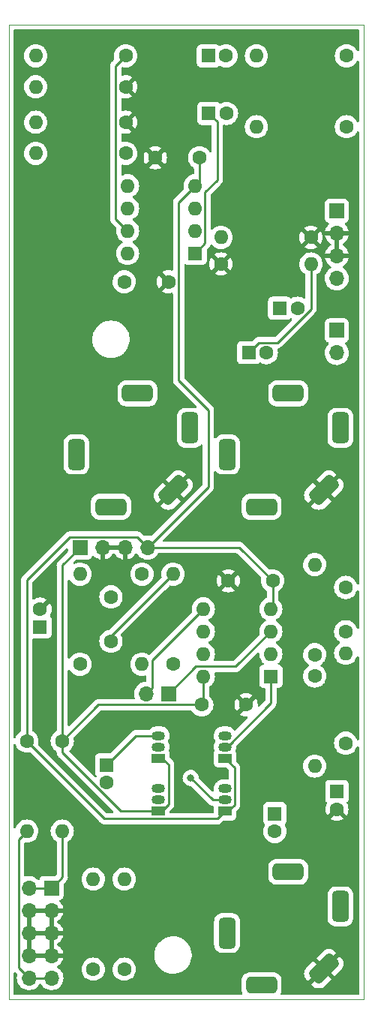
<source format=gbl>
G04 #@! TF.GenerationSoftware,KiCad,Pcbnew,(6.0.0)*
G04 #@! TF.CreationDate,2022-04-30T23:24:42+02:00*
G04 #@! TF.ProjectId,Output-mixer,4f757470-7574-42d6-9d69-7865722e6b69,rev?*
G04 #@! TF.SameCoordinates,Original*
G04 #@! TF.FileFunction,Copper,L2,Bot*
G04 #@! TF.FilePolarity,Positive*
%FSLAX46Y46*%
G04 Gerber Fmt 4.6, Leading zero omitted, Abs format (unit mm)*
G04 Created by KiCad (PCBNEW (6.0.0)) date 2022-04-30 23:24:42*
%MOMM*%
%LPD*%
G01*
G04 APERTURE LIST*
G04 Aperture macros list*
%AMRoundRect*
0 Rectangle with rounded corners*
0 $1 Rounding radius*
0 $2 $3 $4 $5 $6 $7 $8 $9 X,Y pos of 4 corners*
0 Add a 4 corners polygon primitive as box body*
4,1,4,$2,$3,$4,$5,$6,$7,$8,$9,$2,$3,0*
0 Add four circle primitives for the rounded corners*
1,1,$1+$1,$2,$3*
1,1,$1+$1,$4,$5*
1,1,$1+$1,$6,$7*
1,1,$1+$1,$8,$9*
0 Add four rect primitives between the rounded corners*
20,1,$1+$1,$2,$3,$4,$5,0*
20,1,$1+$1,$4,$5,$6,$7,0*
20,1,$1+$1,$6,$7,$8,$9,0*
20,1,$1+$1,$8,$9,$2,$3,0*%
G04 Aperture macros list end*
G04 #@! TA.AperFunction,Profile*
%ADD10C,0.050000*%
G04 #@! TD*
G04 #@! TA.AperFunction,ComponentPad*
%ADD11C,1.600000*%
G04 #@! TD*
G04 #@! TA.AperFunction,ComponentPad*
%ADD12O,1.600000X1.600000*%
G04 #@! TD*
G04 #@! TA.AperFunction,ComponentPad*
%ADD13RoundRect,0.475000X-0.475000X1.275000X-0.475000X-1.275000X0.475000X-1.275000X0.475000X1.275000X0*%
G04 #@! TD*
G04 #@! TA.AperFunction,ComponentPad*
%ADD14RoundRect,0.475000X1.275000X0.475000X-1.275000X0.475000X-1.275000X-0.475000X1.275000X-0.475000X0*%
G04 #@! TD*
G04 #@! TA.AperFunction,ComponentPad*
%ADD15RoundRect,0.475000X-0.565685X-1.237437X1.237437X0.565685X0.565685X1.237437X-1.237437X-0.565685X0*%
G04 #@! TD*
G04 #@! TA.AperFunction,ComponentPad*
%ADD16RoundRect,0.475000X0.475000X-1.275000X0.475000X1.275000X-0.475000X1.275000X-0.475000X-1.275000X0*%
G04 #@! TD*
G04 #@! TA.AperFunction,ComponentPad*
%ADD17R,1.700000X1.700000*%
G04 #@! TD*
G04 #@! TA.AperFunction,ComponentPad*
%ADD18O,1.700000X1.700000*%
G04 #@! TD*
G04 #@! TA.AperFunction,ComponentPad*
%ADD19R,1.500000X1.050000*%
G04 #@! TD*
G04 #@! TA.AperFunction,ComponentPad*
%ADD20O,1.500000X1.050000*%
G04 #@! TD*
G04 #@! TA.AperFunction,ComponentPad*
%ADD21R,1.600000X1.600000*%
G04 #@! TD*
G04 #@! TA.AperFunction,ViaPad*
%ADD22C,0.800000*%
G04 #@! TD*
G04 #@! TA.AperFunction,Conductor*
%ADD23C,0.250000*%
G04 #@! TD*
G04 APERTURE END LIST*
D10*
X161500000Y-31000000D02*
X161500000Y-141000000D01*
X161500000Y-31000000D02*
X201500000Y-31000000D01*
X201500000Y-141000000D02*
X161500000Y-141000000D01*
X201500000Y-31000000D02*
X201500000Y-141000000D01*
D11*
X196000000Y-102080000D03*
D12*
X196000000Y-91920000D03*
D13*
X169100000Y-79500000D03*
D14*
X173000000Y-85400000D03*
D15*
X180030000Y-83530000D03*
D14*
X176000000Y-72600000D03*
D16*
X181900000Y-76500000D03*
D11*
X171000000Y-137580000D03*
D12*
X171000000Y-127420000D03*
D17*
X198500000Y-52000000D03*
D18*
X198500000Y-54540000D03*
X198500000Y-57080000D03*
X198500000Y-59620000D03*
D19*
X185860000Y-113770000D03*
D20*
X185860000Y-112500000D03*
X185860000Y-111230000D03*
D17*
X198500000Y-65500000D03*
D18*
X198500000Y-68040000D03*
D11*
X167500000Y-111840000D03*
D12*
X167500000Y-122000000D03*
D19*
X185860000Y-119770000D03*
D20*
X185860000Y-118500000D03*
X185860000Y-117230000D03*
D11*
X174660000Y-34500000D03*
D12*
X164500000Y-34500000D03*
D11*
X196000000Y-104500000D03*
D12*
X196000000Y-114660000D03*
D11*
X199500000Y-112080000D03*
D12*
X199500000Y-101920000D03*
D13*
X186100000Y-79500000D03*
D14*
X190000000Y-85400000D03*
D15*
X197030000Y-83530000D03*
D14*
X193000000Y-72600000D03*
D16*
X198900000Y-76500000D03*
D11*
X174500000Y-60000000D03*
X179500000Y-60000000D03*
X174660000Y-42000000D03*
D12*
X164500000Y-42000000D03*
D11*
X199580000Y-34500000D03*
D12*
X189420000Y-34500000D03*
D19*
X178360000Y-113770000D03*
D20*
X178360000Y-112500000D03*
X178360000Y-111230000D03*
D11*
X169500000Y-103160000D03*
D12*
X169500000Y-93000000D03*
D19*
X178360000Y-119770000D03*
D20*
X178360000Y-118500000D03*
X178360000Y-117230000D03*
D11*
X199580000Y-42500000D03*
D12*
X189420000Y-42500000D03*
D17*
X169500000Y-90000000D03*
D18*
X172040000Y-90000000D03*
X174580000Y-90000000D03*
X177120000Y-90000000D03*
D11*
X180000000Y-103160000D03*
D12*
X180000000Y-93000000D03*
D11*
X176500000Y-93000000D03*
D12*
X176500000Y-103160000D03*
D11*
X178000000Y-46000000D03*
X183000000Y-46000000D03*
D21*
X182500000Y-56800000D03*
D12*
X182500000Y-54260000D03*
X182500000Y-51720000D03*
X182500000Y-49180000D03*
X174880000Y-49180000D03*
X174880000Y-51720000D03*
X174880000Y-54260000D03*
X174880000Y-56800000D03*
D11*
X173000000Y-95580000D03*
X173000000Y-100580000D03*
X174500000Y-137580000D03*
D12*
X174500000Y-127420000D03*
D11*
X174660000Y-45500000D03*
D12*
X164500000Y-45500000D03*
D11*
X185420000Y-58000000D03*
D12*
X195580000Y-58000000D03*
D11*
X163500000Y-111840000D03*
D12*
X163500000Y-122000000D03*
D11*
X191250000Y-93750000D03*
X186250000Y-93750000D03*
X183250000Y-107750000D03*
X188250000Y-107750000D03*
X174660000Y-38000000D03*
D12*
X164500000Y-38000000D03*
D11*
X195580000Y-55000000D03*
D12*
X185420000Y-55000000D03*
D21*
X191050000Y-104550000D03*
D12*
X191050000Y-102010000D03*
X191050000Y-99470000D03*
X191050000Y-96930000D03*
X183430000Y-96930000D03*
X183430000Y-99470000D03*
X183430000Y-102010000D03*
X183430000Y-104550000D03*
D17*
X179500000Y-106500000D03*
D18*
X176960000Y-106500000D03*
D11*
X199500000Y-99500000D03*
X199500000Y-94500000D03*
D13*
X186100000Y-133500000D03*
D14*
X190000000Y-139400000D03*
D15*
X197030000Y-137530000D03*
D14*
X193000000Y-126600000D03*
D16*
X198900000Y-130500000D03*
D21*
X188544887Y-68000000D03*
D11*
X190544887Y-68000000D03*
D21*
X184000000Y-34500000D03*
D11*
X186000000Y-34500000D03*
D21*
X165000000Y-98955112D03*
D11*
X165000000Y-96955112D03*
D21*
X184044887Y-41000000D03*
D11*
X186044887Y-41000000D03*
D21*
X198500000Y-117544888D03*
D11*
X198500000Y-119544888D03*
D21*
X191500000Y-120044888D03*
D11*
X191500000Y-122044888D03*
D17*
X166275000Y-128425000D03*
D18*
X163735000Y-128425000D03*
X166275000Y-130965000D03*
X163735000Y-130965000D03*
X166275000Y-133505000D03*
X163735000Y-133505000D03*
X166275000Y-136045000D03*
X163735000Y-136045000D03*
X166275000Y-138585000D03*
X163735000Y-138585000D03*
D21*
X172500000Y-114544887D03*
D11*
X172500000Y-116544887D03*
D21*
X192044888Y-63000000D03*
D11*
X194044888Y-63000000D03*
D22*
X182000000Y-116000000D03*
X188000000Y-123500000D03*
X189000000Y-112500000D03*
X178000000Y-123000000D03*
X173000000Y-110000000D03*
X190000000Y-112500000D03*
X187000000Y-123500000D03*
X189000000Y-113500000D03*
X178000000Y-122000000D03*
X177000000Y-122000000D03*
X180500000Y-109000000D03*
X181500000Y-109000000D03*
X181000000Y-110000000D03*
X174000000Y-110000000D03*
X190000000Y-113500000D03*
X177000000Y-123000000D03*
X186000000Y-123500000D03*
X173500000Y-111000000D03*
D23*
X167500000Y-111840000D02*
X167500000Y-113135187D01*
X178360000Y-113770000D02*
X178770000Y-113770000D01*
X174134813Y-119770000D02*
X178360000Y-119770000D01*
X179500000Y-114500000D02*
X179500000Y-119000000D01*
X167500000Y-113135187D02*
X174134813Y-119770000D01*
X169500000Y-90000000D02*
X167500000Y-92000000D01*
X178360000Y-119770000D02*
X178730000Y-119770000D01*
X183430000Y-104550000D02*
X183430000Y-107570000D01*
X171590000Y-107750000D02*
X167500000Y-111840000D01*
X178770000Y-113770000D02*
X179500000Y-114500000D01*
X178730000Y-119770000D02*
X179500000Y-119000000D01*
X167500000Y-92000000D02*
X167500000Y-111840000D01*
X183250000Y-107750000D02*
X171590000Y-107750000D01*
X183430000Y-107570000D02*
X183250000Y-107750000D01*
X183000000Y-48680000D02*
X182500000Y-49180000D01*
X185860000Y-119770000D02*
X185010489Y-120619511D01*
X163500000Y-93650978D02*
X168325489Y-88825489D01*
X185860000Y-113770000D02*
X186934520Y-114844520D01*
X172279511Y-120619511D02*
X163500000Y-111840000D01*
X168325489Y-88825489D02*
X175945489Y-88825489D01*
X183000000Y-46000000D02*
X183000000Y-48680000D01*
X180625480Y-51054520D02*
X180625480Y-71125480D01*
X187500000Y-90000000D02*
X191250000Y-93750000D01*
X184000000Y-74500000D02*
X184000000Y-83120000D01*
X163500000Y-111840000D02*
X163500000Y-93650978D01*
X186230000Y-119770000D02*
X185860000Y-119770000D01*
X185010489Y-120619511D02*
X172279511Y-120619511D01*
X186934520Y-114844520D02*
X186934520Y-119065480D01*
X182500000Y-49180000D02*
X180625480Y-51054520D01*
X186934520Y-119065480D02*
X186230000Y-119770000D01*
X180625480Y-71125480D02*
X184000000Y-74500000D01*
X191250000Y-93750000D02*
X191250000Y-96730000D01*
X175945489Y-88825489D02*
X177120000Y-90000000D01*
X191250000Y-96730000D02*
X191050000Y-96930000D01*
X184000000Y-83120000D02*
X177120000Y-90000000D01*
X177120000Y-90000000D02*
X187500000Y-90000000D01*
X163735000Y-128425000D02*
X166275000Y-128425000D01*
X167500000Y-122000000D02*
X167500000Y-127200000D01*
X167500000Y-127200000D02*
X166275000Y-128425000D01*
X162560489Y-137410489D02*
X163735000Y-138585000D01*
X163500000Y-122000000D02*
X162560489Y-122939511D01*
X163735000Y-138585000D02*
X166275000Y-138585000D01*
X162560489Y-122939511D02*
X162560489Y-137410489D01*
X186085000Y-112500000D02*
X185860000Y-112500000D01*
X191050000Y-107535000D02*
X186085000Y-112500000D01*
X191050000Y-104550000D02*
X191050000Y-107535000D01*
X184500000Y-118500000D02*
X185860000Y-118500000D01*
X182000000Y-116000000D02*
X184500000Y-118500000D01*
X195580000Y-58000000D02*
X195580000Y-63055188D01*
X191759699Y-66875489D02*
X189669398Y-66875489D01*
X195580000Y-63055188D02*
X191759699Y-66875489D01*
X189669398Y-66875489D02*
X188544887Y-68000000D01*
X179500000Y-106500000D02*
X182574511Y-103425489D01*
X182574511Y-103425489D02*
X187094511Y-103425489D01*
X187094511Y-103425489D02*
X191050000Y-99470000D01*
X183430000Y-96930000D02*
X177624511Y-102735489D01*
X177624511Y-105835489D02*
X176960000Y-106500000D01*
X177624511Y-102735489D02*
X177624511Y-105835489D01*
X182500000Y-56800000D02*
X183624511Y-55675489D01*
X185000000Y-48500000D02*
X185000000Y-41955113D01*
X185000000Y-41955113D02*
X184044887Y-41000000D01*
X183624511Y-55675489D02*
X183624511Y-49875489D01*
X183624511Y-49875489D02*
X185000000Y-48500000D01*
X173535489Y-35624511D02*
X173535489Y-52915489D01*
X174660000Y-34500000D02*
X173535489Y-35624511D01*
X173535489Y-52915489D02*
X174880000Y-54260000D01*
X175814887Y-111230000D02*
X172500000Y-114544887D01*
X178360000Y-111230000D02*
X175814887Y-111230000D01*
X180000000Y-93000000D02*
X173000000Y-100000000D01*
X173000000Y-100000000D02*
X173000000Y-100580000D01*
G04 #@! TA.AperFunction,Conductor*
G36*
X200934121Y-31528002D02*
G01*
X200980614Y-31581658D01*
X200992000Y-31634000D01*
X200992000Y-33863519D01*
X200971998Y-33931640D01*
X200918342Y-33978133D01*
X200848068Y-33988237D01*
X200783488Y-33958743D01*
X200751805Y-33916769D01*
X200719849Y-33848238D01*
X200719846Y-33848233D01*
X200717523Y-33843251D01*
X200586198Y-33655700D01*
X200424300Y-33493802D01*
X200419792Y-33490645D01*
X200419789Y-33490643D01*
X200341611Y-33435902D01*
X200236749Y-33362477D01*
X200231767Y-33360154D01*
X200231762Y-33360151D01*
X200034225Y-33268039D01*
X200034224Y-33268039D01*
X200029243Y-33265716D01*
X200023935Y-33264294D01*
X200023933Y-33264293D01*
X199813402Y-33207881D01*
X199813400Y-33207881D01*
X199808087Y-33206457D01*
X199580000Y-33186502D01*
X199351913Y-33206457D01*
X199346600Y-33207881D01*
X199346598Y-33207881D01*
X199136067Y-33264293D01*
X199136065Y-33264294D01*
X199130757Y-33265716D01*
X199125776Y-33268039D01*
X199125775Y-33268039D01*
X198928238Y-33360151D01*
X198928233Y-33360154D01*
X198923251Y-33362477D01*
X198818389Y-33435902D01*
X198740211Y-33490643D01*
X198740208Y-33490645D01*
X198735700Y-33493802D01*
X198573802Y-33655700D01*
X198442477Y-33843251D01*
X198440154Y-33848233D01*
X198440151Y-33848238D01*
X198379581Y-33978133D01*
X198345716Y-34050757D01*
X198286457Y-34271913D01*
X198266502Y-34500000D01*
X198286457Y-34728087D01*
X198345716Y-34949243D01*
X198348039Y-34954224D01*
X198348039Y-34954225D01*
X198440151Y-35151762D01*
X198440154Y-35151767D01*
X198442477Y-35156749D01*
X198503159Y-35243411D01*
X198542412Y-35299470D01*
X198573802Y-35344300D01*
X198735700Y-35506198D01*
X198740208Y-35509355D01*
X198740211Y-35509357D01*
X198793550Y-35546705D01*
X198923251Y-35637523D01*
X198928233Y-35639846D01*
X198928238Y-35639849D01*
X199125775Y-35731961D01*
X199130757Y-35734284D01*
X199136065Y-35735706D01*
X199136067Y-35735707D01*
X199346598Y-35792119D01*
X199346600Y-35792119D01*
X199351913Y-35793543D01*
X199580000Y-35813498D01*
X199808087Y-35793543D01*
X199813400Y-35792119D01*
X199813402Y-35792119D01*
X200023933Y-35735707D01*
X200023935Y-35735706D01*
X200029243Y-35734284D01*
X200034225Y-35731961D01*
X200231762Y-35639849D01*
X200231767Y-35639846D01*
X200236749Y-35637523D01*
X200366450Y-35546705D01*
X200419789Y-35509357D01*
X200419792Y-35509355D01*
X200424300Y-35506198D01*
X200586198Y-35344300D01*
X200617589Y-35299470D01*
X200656841Y-35243411D01*
X200717523Y-35156749D01*
X200719846Y-35151767D01*
X200719849Y-35151762D01*
X200751805Y-35083231D01*
X200798722Y-35029946D01*
X200867000Y-35010485D01*
X200934959Y-35031027D01*
X200981025Y-35085050D01*
X200992000Y-35136481D01*
X200992000Y-41863519D01*
X200971998Y-41931640D01*
X200918342Y-41978133D01*
X200848068Y-41988237D01*
X200783488Y-41958743D01*
X200751805Y-41916769D01*
X200719849Y-41848238D01*
X200719846Y-41848233D01*
X200717523Y-41843251D01*
X200586198Y-41655700D01*
X200424300Y-41493802D01*
X200419792Y-41490645D01*
X200419789Y-41490643D01*
X200341611Y-41435902D01*
X200236749Y-41362477D01*
X200231767Y-41360154D01*
X200231762Y-41360151D01*
X200034225Y-41268039D01*
X200034224Y-41268039D01*
X200029243Y-41265716D01*
X200023935Y-41264294D01*
X200023933Y-41264293D01*
X199813402Y-41207881D01*
X199813400Y-41207881D01*
X199808087Y-41206457D01*
X199580000Y-41186502D01*
X199351913Y-41206457D01*
X199346600Y-41207881D01*
X199346598Y-41207881D01*
X199136067Y-41264293D01*
X199136065Y-41264294D01*
X199130757Y-41265716D01*
X199125776Y-41268039D01*
X199125775Y-41268039D01*
X198928238Y-41360151D01*
X198928233Y-41360154D01*
X198923251Y-41362477D01*
X198818389Y-41435902D01*
X198740211Y-41490643D01*
X198740208Y-41490645D01*
X198735700Y-41493802D01*
X198573802Y-41655700D01*
X198442477Y-41843251D01*
X198440154Y-41848233D01*
X198440151Y-41848238D01*
X198366831Y-42005475D01*
X198345716Y-42050757D01*
X198344294Y-42056065D01*
X198344293Y-42056067D01*
X198293607Y-42245229D01*
X198286457Y-42271913D01*
X198266502Y-42500000D01*
X198286457Y-42728087D01*
X198287881Y-42733400D01*
X198287881Y-42733402D01*
X198318641Y-42848197D01*
X198345716Y-42949243D01*
X198348039Y-42954224D01*
X198348039Y-42954225D01*
X198440151Y-43151762D01*
X198440154Y-43151767D01*
X198442477Y-43156749D01*
X198573802Y-43344300D01*
X198735700Y-43506198D01*
X198740208Y-43509355D01*
X198740211Y-43509357D01*
X198818389Y-43564098D01*
X198923251Y-43637523D01*
X198928233Y-43639846D01*
X198928238Y-43639849D01*
X199125775Y-43731961D01*
X199130757Y-43734284D01*
X199136065Y-43735706D01*
X199136067Y-43735707D01*
X199346598Y-43792119D01*
X199346600Y-43792119D01*
X199351913Y-43793543D01*
X199580000Y-43813498D01*
X199808087Y-43793543D01*
X199813400Y-43792119D01*
X199813402Y-43792119D01*
X200023933Y-43735707D01*
X200023935Y-43735706D01*
X200029243Y-43734284D01*
X200034225Y-43731961D01*
X200231762Y-43639849D01*
X200231767Y-43639846D01*
X200236749Y-43637523D01*
X200341611Y-43564098D01*
X200419789Y-43509357D01*
X200419792Y-43509355D01*
X200424300Y-43506198D01*
X200586198Y-43344300D01*
X200717523Y-43156749D01*
X200719846Y-43151767D01*
X200719849Y-43151762D01*
X200751805Y-43083231D01*
X200798722Y-43029946D01*
X200867000Y-43010485D01*
X200934959Y-43031027D01*
X200981025Y-43085050D01*
X200992000Y-43136481D01*
X200992000Y-94055500D01*
X200971998Y-94123621D01*
X200918342Y-94170114D01*
X200848068Y-94180218D01*
X200783488Y-94150724D01*
X200744293Y-94088111D01*
X200735707Y-94056067D01*
X200735706Y-94056065D01*
X200734284Y-94050757D01*
X200700398Y-93978087D01*
X200639849Y-93848238D01*
X200639846Y-93848233D01*
X200637523Y-93843251D01*
X200557773Y-93729357D01*
X200509357Y-93660211D01*
X200509355Y-93660208D01*
X200506198Y-93655700D01*
X200344300Y-93493802D01*
X200339792Y-93490645D01*
X200339789Y-93490643D01*
X200229257Y-93413248D01*
X200156749Y-93362477D01*
X200151767Y-93360154D01*
X200151762Y-93360151D01*
X199954225Y-93268039D01*
X199954224Y-93268039D01*
X199949243Y-93265716D01*
X199943935Y-93264294D01*
X199943933Y-93264293D01*
X199733402Y-93207881D01*
X199733400Y-93207881D01*
X199728087Y-93206457D01*
X199500000Y-93186502D01*
X199271913Y-93206457D01*
X199266600Y-93207881D01*
X199266598Y-93207881D01*
X199056067Y-93264293D01*
X199056065Y-93264294D01*
X199050757Y-93265716D01*
X199045776Y-93268039D01*
X199045775Y-93268039D01*
X198848238Y-93360151D01*
X198848233Y-93360154D01*
X198843251Y-93362477D01*
X198770743Y-93413248D01*
X198660211Y-93490643D01*
X198660208Y-93490645D01*
X198655700Y-93493802D01*
X198493802Y-93655700D01*
X198490645Y-93660208D01*
X198490643Y-93660211D01*
X198442227Y-93729357D01*
X198362477Y-93843251D01*
X198360154Y-93848233D01*
X198360151Y-93848238D01*
X198299602Y-93978087D01*
X198265716Y-94050757D01*
X198264294Y-94056065D01*
X198264293Y-94056067D01*
X198247486Y-94118790D01*
X198206457Y-94271913D01*
X198186502Y-94500000D01*
X198206457Y-94728087D01*
X198207881Y-94733400D01*
X198207881Y-94733402D01*
X198248216Y-94883931D01*
X198265716Y-94949243D01*
X198268039Y-94954224D01*
X198268039Y-94954225D01*
X198360151Y-95151762D01*
X198360154Y-95151767D01*
X198362477Y-95156749D01*
X198493802Y-95344300D01*
X198655700Y-95506198D01*
X198660208Y-95509355D01*
X198660211Y-95509357D01*
X198738389Y-95564098D01*
X198843251Y-95637523D01*
X198848233Y-95639846D01*
X198848238Y-95639849D01*
X199027892Y-95723622D01*
X199050757Y-95734284D01*
X199056065Y-95735706D01*
X199056067Y-95735707D01*
X199266598Y-95792119D01*
X199266600Y-95792119D01*
X199271913Y-95793543D01*
X199500000Y-95813498D01*
X199728087Y-95793543D01*
X199733400Y-95792119D01*
X199733402Y-95792119D01*
X199943933Y-95735707D01*
X199943935Y-95735706D01*
X199949243Y-95734284D01*
X199972108Y-95723622D01*
X200151762Y-95639849D01*
X200151767Y-95639846D01*
X200156749Y-95637523D01*
X200261611Y-95564098D01*
X200339789Y-95509357D01*
X200339792Y-95509355D01*
X200344300Y-95506198D01*
X200506198Y-95344300D01*
X200637523Y-95156749D01*
X200639846Y-95151767D01*
X200639849Y-95151762D01*
X200731961Y-94954225D01*
X200731961Y-94954224D01*
X200734284Y-94949243D01*
X200744293Y-94911889D01*
X200781245Y-94851266D01*
X200845105Y-94820245D01*
X200915600Y-94828673D01*
X200970347Y-94873876D01*
X200992000Y-94944500D01*
X200992000Y-99055500D01*
X200971998Y-99123621D01*
X200918342Y-99170114D01*
X200848068Y-99180218D01*
X200783488Y-99150724D01*
X200744293Y-99088111D01*
X200735707Y-99056067D01*
X200735706Y-99056065D01*
X200734284Y-99050757D01*
X200717972Y-99015775D01*
X200639849Y-98848238D01*
X200639846Y-98848233D01*
X200637523Y-98843251D01*
X200506198Y-98655700D01*
X200344300Y-98493802D01*
X200339792Y-98490645D01*
X200339789Y-98490643D01*
X200261611Y-98435902D01*
X200156749Y-98362477D01*
X200151767Y-98360154D01*
X200151762Y-98360151D01*
X199954225Y-98268039D01*
X199954224Y-98268039D01*
X199949243Y-98265716D01*
X199943935Y-98264294D01*
X199943933Y-98264293D01*
X199733402Y-98207881D01*
X199733400Y-98207881D01*
X199728087Y-98206457D01*
X199500000Y-98186502D01*
X199271913Y-98206457D01*
X199266600Y-98207881D01*
X199266598Y-98207881D01*
X199056067Y-98264293D01*
X199056065Y-98264294D01*
X199050757Y-98265716D01*
X199045776Y-98268039D01*
X199045775Y-98268039D01*
X198848238Y-98360151D01*
X198848233Y-98360154D01*
X198843251Y-98362477D01*
X198738389Y-98435902D01*
X198660211Y-98490643D01*
X198660208Y-98490645D01*
X198655700Y-98493802D01*
X198493802Y-98655700D01*
X198362477Y-98843251D01*
X198360154Y-98848233D01*
X198360151Y-98848238D01*
X198282028Y-99015775D01*
X198265716Y-99050757D01*
X198264294Y-99056065D01*
X198264293Y-99056067D01*
X198213027Y-99247393D01*
X198206457Y-99271913D01*
X198186502Y-99500000D01*
X198206457Y-99728087D01*
X198207881Y-99733400D01*
X198207881Y-99733402D01*
X198257542Y-99918736D01*
X198265716Y-99949243D01*
X198268039Y-99954224D01*
X198268039Y-99954225D01*
X198360151Y-100151762D01*
X198360154Y-100151767D01*
X198362477Y-100156749D01*
X198365634Y-100161257D01*
X198472796Y-100314300D01*
X198493802Y-100344300D01*
X198655700Y-100506198D01*
X198660208Y-100509355D01*
X198660211Y-100509357D01*
X198799356Y-100606787D01*
X198843684Y-100662244D01*
X198850993Y-100732863D01*
X198818962Y-100796224D01*
X198799356Y-100813213D01*
X198660211Y-100910643D01*
X198660208Y-100910645D01*
X198655700Y-100913802D01*
X198493802Y-101075700D01*
X198362477Y-101263251D01*
X198360154Y-101268233D01*
X198360151Y-101268238D01*
X198287868Y-101423251D01*
X198265716Y-101470757D01*
X198264294Y-101476065D01*
X198264293Y-101476067D01*
X198207881Y-101686598D01*
X198206457Y-101691913D01*
X198186502Y-101920000D01*
X198206457Y-102148087D01*
X198207881Y-102153400D01*
X198207881Y-102153402D01*
X198230573Y-102238087D01*
X198265716Y-102369243D01*
X198268039Y-102374224D01*
X198268039Y-102374225D01*
X198360151Y-102571762D01*
X198360154Y-102571767D01*
X198362477Y-102576749D01*
X198365634Y-102581257D01*
X198486224Y-102753477D01*
X198493802Y-102764300D01*
X198655700Y-102926198D01*
X198660208Y-102929355D01*
X198660211Y-102929357D01*
X198735339Y-102981962D01*
X198843251Y-103057523D01*
X198848233Y-103059846D01*
X198848238Y-103059849D01*
X199030182Y-103144690D01*
X199050757Y-103154284D01*
X199056065Y-103155706D01*
X199056067Y-103155707D01*
X199266598Y-103212119D01*
X199266600Y-103212119D01*
X199271913Y-103213543D01*
X199500000Y-103233498D01*
X199728087Y-103213543D01*
X199733400Y-103212119D01*
X199733402Y-103212119D01*
X199943933Y-103155707D01*
X199943935Y-103155706D01*
X199949243Y-103154284D01*
X199969818Y-103144690D01*
X200151762Y-103059849D01*
X200151767Y-103059846D01*
X200156749Y-103057523D01*
X200264661Y-102981962D01*
X200339789Y-102929357D01*
X200339792Y-102929355D01*
X200344300Y-102926198D01*
X200506198Y-102764300D01*
X200513777Y-102753477D01*
X200634366Y-102581257D01*
X200637523Y-102576749D01*
X200639846Y-102571767D01*
X200639849Y-102571762D01*
X200731961Y-102374225D01*
X200731961Y-102374224D01*
X200734284Y-102369243D01*
X200744293Y-102331889D01*
X200781245Y-102271266D01*
X200845105Y-102240245D01*
X200915600Y-102248673D01*
X200970347Y-102293876D01*
X200992000Y-102364500D01*
X200992000Y-111635500D01*
X200971998Y-111703621D01*
X200918342Y-111750114D01*
X200848068Y-111760218D01*
X200783488Y-111730724D01*
X200744293Y-111668111D01*
X200735707Y-111636067D01*
X200735706Y-111636065D01*
X200734284Y-111630757D01*
X200728052Y-111617393D01*
X200639849Y-111428238D01*
X200639846Y-111428233D01*
X200637523Y-111423251D01*
X200564098Y-111318389D01*
X200509357Y-111240211D01*
X200509355Y-111240208D01*
X200506198Y-111235700D01*
X200344300Y-111073802D01*
X200339792Y-111070645D01*
X200339789Y-111070643D01*
X200232759Y-110995700D01*
X200156749Y-110942477D01*
X200151767Y-110940154D01*
X200151762Y-110940151D01*
X199954225Y-110848039D01*
X199954224Y-110848039D01*
X199949243Y-110845716D01*
X199943935Y-110844294D01*
X199943933Y-110844293D01*
X199733402Y-110787881D01*
X199733400Y-110787881D01*
X199728087Y-110786457D01*
X199500000Y-110766502D01*
X199271913Y-110786457D01*
X199266600Y-110787881D01*
X199266598Y-110787881D01*
X199056067Y-110844293D01*
X199056065Y-110844294D01*
X199050757Y-110845716D01*
X199045776Y-110848039D01*
X199045775Y-110848039D01*
X198848238Y-110940151D01*
X198848233Y-110940154D01*
X198843251Y-110942477D01*
X198767241Y-110995700D01*
X198660211Y-111070643D01*
X198660208Y-111070645D01*
X198655700Y-111073802D01*
X198493802Y-111235700D01*
X198490645Y-111240208D01*
X198490643Y-111240211D01*
X198435902Y-111318389D01*
X198362477Y-111423251D01*
X198360154Y-111428233D01*
X198360151Y-111428238D01*
X198271948Y-111617393D01*
X198265716Y-111630757D01*
X198264294Y-111636065D01*
X198264293Y-111636067D01*
X198255707Y-111668111D01*
X198206457Y-111851913D01*
X198186502Y-112080000D01*
X198206457Y-112308087D01*
X198207881Y-112313400D01*
X198207881Y-112313402D01*
X198255938Y-112492750D01*
X198265716Y-112529243D01*
X198268039Y-112534224D01*
X198268039Y-112534225D01*
X198360151Y-112731762D01*
X198360154Y-112731767D01*
X198362477Y-112736749D01*
X198365634Y-112741257D01*
X198465939Y-112884507D01*
X198493802Y-112924300D01*
X198655700Y-113086198D01*
X198660208Y-113089355D01*
X198660211Y-113089357D01*
X198724945Y-113134684D01*
X198843251Y-113217523D01*
X198848233Y-113219846D01*
X198848238Y-113219849D01*
X199045775Y-113311961D01*
X199050757Y-113314284D01*
X199056065Y-113315706D01*
X199056067Y-113315707D01*
X199266598Y-113372119D01*
X199266600Y-113372119D01*
X199271913Y-113373543D01*
X199500000Y-113393498D01*
X199728087Y-113373543D01*
X199733400Y-113372119D01*
X199733402Y-113372119D01*
X199943933Y-113315707D01*
X199943935Y-113315706D01*
X199949243Y-113314284D01*
X199954225Y-113311961D01*
X200151762Y-113219849D01*
X200151767Y-113219846D01*
X200156749Y-113217523D01*
X200275055Y-113134684D01*
X200339789Y-113089357D01*
X200339792Y-113089355D01*
X200344300Y-113086198D01*
X200506198Y-112924300D01*
X200534062Y-112884507D01*
X200634366Y-112741257D01*
X200637523Y-112736749D01*
X200639846Y-112731767D01*
X200639849Y-112731762D01*
X200731961Y-112534225D01*
X200731961Y-112534224D01*
X200734284Y-112529243D01*
X200744293Y-112491889D01*
X200781245Y-112431266D01*
X200845105Y-112400245D01*
X200915600Y-112408673D01*
X200970347Y-112453876D01*
X200992000Y-112524500D01*
X200992000Y-140366000D01*
X200971998Y-140434121D01*
X200918342Y-140480614D01*
X200866000Y-140492000D01*
X192270294Y-140492000D01*
X192202173Y-140471998D01*
X192155680Y-140418342D01*
X192145576Y-140348068D01*
X192158632Y-140307625D01*
X192164796Y-140295835D01*
X192192875Y-140242124D01*
X192247948Y-140050061D01*
X192258500Y-139931830D01*
X192258500Y-139307385D01*
X195618156Y-139307385D01*
X195618287Y-139309219D01*
X195622536Y-139315831D01*
X195807394Y-139500689D01*
X195811551Y-139504492D01*
X195895806Y-139574940D01*
X195905657Y-139581698D01*
X196069484Y-139672508D01*
X196081172Y-139677517D01*
X196259547Y-139733417D01*
X196271984Y-139735970D01*
X196457965Y-139754860D01*
X196470665Y-139754860D01*
X196656645Y-139735970D01*
X196669082Y-139733417D01*
X196847457Y-139677517D01*
X196859145Y-139672508D01*
X197022972Y-139581698D01*
X197032823Y-139574940D01*
X197117078Y-139504492D01*
X197121235Y-139500689D01*
X197868545Y-138753379D01*
X197876159Y-138739435D01*
X197876028Y-138737602D01*
X197871777Y-138730987D01*
X197042812Y-137902022D01*
X197028868Y-137894408D01*
X197027035Y-137894539D01*
X197020420Y-137898790D01*
X195625770Y-139293441D01*
X195618156Y-139307385D01*
X192258500Y-139307385D01*
X192258500Y-138868170D01*
X192253484Y-138811961D01*
X192248481Y-138755912D01*
X192247948Y-138749939D01*
X192192875Y-138557876D01*
X192100307Y-138380810D01*
X192085261Y-138362361D01*
X191978055Y-138230914D01*
X191974026Y-138225974D01*
X191969086Y-138221945D01*
X191824134Y-138103725D01*
X191824133Y-138103724D01*
X191822062Y-138102035D01*
X194805140Y-138102035D01*
X194824030Y-138288016D01*
X194826583Y-138300453D01*
X194882483Y-138478828D01*
X194887492Y-138490516D01*
X194978302Y-138654343D01*
X194985060Y-138664194D01*
X195055508Y-138748449D01*
X195059311Y-138752606D01*
X195240935Y-138934230D01*
X195254879Y-138941844D01*
X195256712Y-138941713D01*
X195263327Y-138937462D01*
X196657980Y-137542810D01*
X196664357Y-137531131D01*
X197394408Y-137531131D01*
X197394539Y-137532966D01*
X197398790Y-137539580D01*
X198227755Y-138368545D01*
X198241699Y-138376159D01*
X198243532Y-138376028D01*
X198250147Y-138371777D01*
X199000689Y-137621235D01*
X199004492Y-137617078D01*
X199074940Y-137532823D01*
X199081698Y-137522972D01*
X199172508Y-137359145D01*
X199177517Y-137347457D01*
X199233417Y-137169082D01*
X199235970Y-137156645D01*
X199254860Y-136970665D01*
X199254860Y-136957965D01*
X199235970Y-136771984D01*
X199233417Y-136759547D01*
X199177517Y-136581172D01*
X199172508Y-136569484D01*
X199081698Y-136405657D01*
X199074940Y-136395806D01*
X199004492Y-136311551D01*
X199000689Y-136307394D01*
X198819065Y-136125770D01*
X198805121Y-136118156D01*
X198803288Y-136118287D01*
X198796673Y-136122538D01*
X197402020Y-137517190D01*
X197394408Y-137531131D01*
X196664357Y-137531131D01*
X196665592Y-137528869D01*
X196665461Y-137527034D01*
X196661210Y-137520420D01*
X195832245Y-136691455D01*
X195818301Y-136683841D01*
X195816468Y-136683972D01*
X195809853Y-136688223D01*
X195059311Y-137438765D01*
X195055508Y-137442922D01*
X194985060Y-137527177D01*
X194978302Y-137537028D01*
X194887492Y-137700855D01*
X194882483Y-137712543D01*
X194826583Y-137890918D01*
X194824030Y-137903355D01*
X194805140Y-138089335D01*
X194805140Y-138102035D01*
X191822062Y-138102035D01*
X191819190Y-138099693D01*
X191808058Y-138093873D01*
X191778763Y-138078558D01*
X191642124Y-138007125D01*
X191450061Y-137952052D01*
X191418212Y-137949210D01*
X191334623Y-137941749D01*
X191334617Y-137941749D01*
X191331830Y-137941500D01*
X188668170Y-137941500D01*
X188665383Y-137941749D01*
X188665377Y-137941749D01*
X188581788Y-137949210D01*
X188549939Y-137952052D01*
X188357876Y-138007125D01*
X188221237Y-138078558D01*
X188191943Y-138093873D01*
X188180810Y-138099693D01*
X188175867Y-138103724D01*
X188175866Y-138103725D01*
X188030914Y-138221945D01*
X188025974Y-138225974D01*
X188021945Y-138230914D01*
X187914740Y-138362361D01*
X187899693Y-138380810D01*
X187807125Y-138557876D01*
X187752052Y-138749939D01*
X187751519Y-138755912D01*
X187746517Y-138811961D01*
X187741500Y-138868170D01*
X187741500Y-139931830D01*
X187752052Y-140050061D01*
X187807125Y-140242124D01*
X187835204Y-140295835D01*
X187841368Y-140307625D01*
X187855202Y-140377261D01*
X187829192Y-140443321D01*
X187771596Y-140484833D01*
X187729706Y-140492000D01*
X162134000Y-140492000D01*
X162065879Y-140471998D01*
X162019386Y-140418342D01*
X162008000Y-140366000D01*
X162008000Y-138058094D01*
X162028002Y-137989973D01*
X162081658Y-137943480D01*
X162151932Y-137933376D01*
X162216512Y-137962870D01*
X162223095Y-137968999D01*
X162384778Y-138130682D01*
X162418804Y-138192994D01*
X162417100Y-138253448D01*
X162395989Y-138329570D01*
X162395441Y-138334700D01*
X162395440Y-138334704D01*
X162391933Y-138367522D01*
X162372251Y-138551695D01*
X162372548Y-138556848D01*
X162372548Y-138556851D01*
X162383681Y-138749939D01*
X162385110Y-138774715D01*
X162386247Y-138779761D01*
X162386248Y-138779767D01*
X162394027Y-138814284D01*
X162434222Y-138992639D01*
X162518266Y-139199616D01*
X162520965Y-139204020D01*
X162632286Y-139385680D01*
X162634987Y-139390088D01*
X162781250Y-139558938D01*
X162953126Y-139701632D01*
X163146000Y-139814338D01*
X163354692Y-139894030D01*
X163359760Y-139895061D01*
X163359763Y-139895062D01*
X163467017Y-139916883D01*
X163573597Y-139938567D01*
X163578772Y-139938757D01*
X163578774Y-139938757D01*
X163791673Y-139946564D01*
X163791677Y-139946564D01*
X163796837Y-139946753D01*
X163801957Y-139946097D01*
X163801959Y-139946097D01*
X164013288Y-139919025D01*
X164013289Y-139919025D01*
X164018416Y-139918368D01*
X164023366Y-139916883D01*
X164227429Y-139855661D01*
X164227434Y-139855659D01*
X164232384Y-139854174D01*
X164432994Y-139755896D01*
X164614860Y-139626173D01*
X164773096Y-139468489D01*
X164832594Y-139385689D01*
X164903453Y-139287077D01*
X164904774Y-139288026D01*
X164951663Y-139244849D01*
X165021600Y-139232628D01*
X165087042Y-139260158D01*
X165114874Y-139291995D01*
X165172285Y-139385680D01*
X165172290Y-139385687D01*
X165174987Y-139390088D01*
X165321250Y-139558938D01*
X165493126Y-139701632D01*
X165686000Y-139814338D01*
X165894692Y-139894030D01*
X165899760Y-139895061D01*
X165899763Y-139895062D01*
X166007017Y-139916883D01*
X166113597Y-139938567D01*
X166118772Y-139938757D01*
X166118774Y-139938757D01*
X166331673Y-139946564D01*
X166331677Y-139946564D01*
X166336837Y-139946753D01*
X166341957Y-139946097D01*
X166341959Y-139946097D01*
X166553288Y-139919025D01*
X166553289Y-139919025D01*
X166558416Y-139918368D01*
X166563366Y-139916883D01*
X166767429Y-139855661D01*
X166767434Y-139855659D01*
X166772384Y-139854174D01*
X166972994Y-139755896D01*
X167154860Y-139626173D01*
X167313096Y-139468489D01*
X167372594Y-139385689D01*
X167440435Y-139291277D01*
X167443453Y-139287077D01*
X167464324Y-139244849D01*
X167540136Y-139091453D01*
X167540137Y-139091451D01*
X167542430Y-139086811D01*
X167574900Y-138979940D01*
X167605865Y-138878023D01*
X167605865Y-138878021D01*
X167607370Y-138873069D01*
X167636529Y-138651590D01*
X167638156Y-138585000D01*
X167619852Y-138362361D01*
X167565431Y-138145702D01*
X167476354Y-137940840D01*
X167393911Y-137813402D01*
X167357822Y-137757617D01*
X167357820Y-137757614D01*
X167355014Y-137753277D01*
X167204670Y-137588051D01*
X167200619Y-137584852D01*
X167200615Y-137584848D01*
X167194476Y-137580000D01*
X169686502Y-137580000D01*
X169706457Y-137808087D01*
X169707881Y-137813400D01*
X169707881Y-137813402D01*
X169755194Y-137989973D01*
X169765716Y-138029243D01*
X169768039Y-138034224D01*
X169768039Y-138034225D01*
X169860151Y-138231762D01*
X169860154Y-138231767D01*
X169862477Y-138236749D01*
X169865634Y-138241257D01*
X169954046Y-138367522D01*
X169993802Y-138424300D01*
X170155700Y-138586198D01*
X170160208Y-138589355D01*
X170160211Y-138589357D01*
X170238389Y-138644098D01*
X170343251Y-138717523D01*
X170348233Y-138719846D01*
X170348238Y-138719849D01*
X170545775Y-138811961D01*
X170550757Y-138814284D01*
X170556065Y-138815706D01*
X170556067Y-138815707D01*
X170766598Y-138872119D01*
X170766600Y-138872119D01*
X170771913Y-138873543D01*
X171000000Y-138893498D01*
X171228087Y-138873543D01*
X171233400Y-138872119D01*
X171233402Y-138872119D01*
X171443933Y-138815707D01*
X171443935Y-138815706D01*
X171449243Y-138814284D01*
X171454225Y-138811961D01*
X171651762Y-138719849D01*
X171651767Y-138719846D01*
X171656749Y-138717523D01*
X171761611Y-138644098D01*
X171839789Y-138589357D01*
X171839792Y-138589355D01*
X171844300Y-138586198D01*
X172006198Y-138424300D01*
X172045955Y-138367522D01*
X172134366Y-138241257D01*
X172137523Y-138236749D01*
X172139846Y-138231767D01*
X172139849Y-138231762D01*
X172231961Y-138034225D01*
X172231961Y-138034224D01*
X172234284Y-138029243D01*
X172244807Y-137989973D01*
X172292119Y-137813402D01*
X172292119Y-137813400D01*
X172293543Y-137808087D01*
X172313498Y-137580000D01*
X173186502Y-137580000D01*
X173206457Y-137808087D01*
X173207881Y-137813400D01*
X173207881Y-137813402D01*
X173255194Y-137989973D01*
X173265716Y-138029243D01*
X173268039Y-138034224D01*
X173268039Y-138034225D01*
X173360151Y-138231762D01*
X173360154Y-138231767D01*
X173362477Y-138236749D01*
X173365634Y-138241257D01*
X173454046Y-138367522D01*
X173493802Y-138424300D01*
X173655700Y-138586198D01*
X173660208Y-138589355D01*
X173660211Y-138589357D01*
X173738389Y-138644098D01*
X173843251Y-138717523D01*
X173848233Y-138719846D01*
X173848238Y-138719849D01*
X174045775Y-138811961D01*
X174050757Y-138814284D01*
X174056065Y-138815706D01*
X174056067Y-138815707D01*
X174266598Y-138872119D01*
X174266600Y-138872119D01*
X174271913Y-138873543D01*
X174500000Y-138893498D01*
X174728087Y-138873543D01*
X174733400Y-138872119D01*
X174733402Y-138872119D01*
X174943933Y-138815707D01*
X174943935Y-138815706D01*
X174949243Y-138814284D01*
X174954225Y-138811961D01*
X175151762Y-138719849D01*
X175151767Y-138719846D01*
X175156749Y-138717523D01*
X175261611Y-138644098D01*
X175339789Y-138589357D01*
X175339792Y-138589355D01*
X175344300Y-138586198D01*
X175506198Y-138424300D01*
X175545955Y-138367522D01*
X175634366Y-138241257D01*
X175637523Y-138236749D01*
X175639846Y-138231767D01*
X175639849Y-138231762D01*
X175731961Y-138034225D01*
X175731961Y-138034224D01*
X175734284Y-138029243D01*
X175744807Y-137989973D01*
X175792119Y-137813402D01*
X175792119Y-137813400D01*
X175793543Y-137808087D01*
X175813498Y-137580000D01*
X175793543Y-137351913D01*
X175760312Y-137227894D01*
X175735707Y-137136067D01*
X175735706Y-137136065D01*
X175734284Y-137130757D01*
X175665291Y-136982799D01*
X175639849Y-136928238D01*
X175639846Y-136928233D01*
X175637523Y-136923251D01*
X175564098Y-136818389D01*
X175509357Y-136740211D01*
X175509355Y-136740208D01*
X175506198Y-136735700D01*
X175344300Y-136573802D01*
X175339792Y-136570645D01*
X175339789Y-136570643D01*
X175261611Y-136515902D01*
X175156749Y-136442477D01*
X175151767Y-136440154D01*
X175151762Y-136440151D01*
X174954225Y-136348039D01*
X174954224Y-136348039D01*
X174949243Y-136345716D01*
X174943935Y-136344294D01*
X174943933Y-136344293D01*
X174733402Y-136287881D01*
X174733400Y-136287881D01*
X174728087Y-136286457D01*
X174500000Y-136266502D01*
X174271913Y-136286457D01*
X174266600Y-136287881D01*
X174266598Y-136287881D01*
X174056067Y-136344293D01*
X174056065Y-136344294D01*
X174050757Y-136345716D01*
X174045776Y-136348039D01*
X174045775Y-136348039D01*
X173848238Y-136440151D01*
X173848233Y-136440154D01*
X173843251Y-136442477D01*
X173738389Y-136515902D01*
X173660211Y-136570643D01*
X173660208Y-136570645D01*
X173655700Y-136573802D01*
X173493802Y-136735700D01*
X173490645Y-136740208D01*
X173490643Y-136740211D01*
X173435902Y-136818389D01*
X173362477Y-136923251D01*
X173360154Y-136928233D01*
X173360151Y-136928238D01*
X173334709Y-136982799D01*
X173265716Y-137130757D01*
X173264294Y-137136065D01*
X173264293Y-137136067D01*
X173239688Y-137227894D01*
X173206457Y-137351913D01*
X173186502Y-137580000D01*
X172313498Y-137580000D01*
X172293543Y-137351913D01*
X172260312Y-137227894D01*
X172235707Y-137136067D01*
X172235706Y-137136065D01*
X172234284Y-137130757D01*
X172165291Y-136982799D01*
X172139849Y-136928238D01*
X172139846Y-136928233D01*
X172137523Y-136923251D01*
X172064098Y-136818389D01*
X172009357Y-136740211D01*
X172009355Y-136740208D01*
X172006198Y-136735700D01*
X171844300Y-136573802D01*
X171839792Y-136570645D01*
X171839789Y-136570643D01*
X171761611Y-136515902D01*
X171656749Y-136442477D01*
X171651767Y-136440154D01*
X171651762Y-136440151D01*
X171454225Y-136348039D01*
X171454224Y-136348039D01*
X171449243Y-136345716D01*
X171443935Y-136344294D01*
X171443933Y-136344293D01*
X171233402Y-136287881D01*
X171233400Y-136287881D01*
X171228087Y-136286457D01*
X171000000Y-136266502D01*
X170771913Y-136286457D01*
X170766600Y-136287881D01*
X170766598Y-136287881D01*
X170556067Y-136344293D01*
X170556065Y-136344294D01*
X170550757Y-136345716D01*
X170545776Y-136348039D01*
X170545775Y-136348039D01*
X170348238Y-136440151D01*
X170348233Y-136440154D01*
X170343251Y-136442477D01*
X170238389Y-136515902D01*
X170160211Y-136570643D01*
X170160208Y-136570645D01*
X170155700Y-136573802D01*
X169993802Y-136735700D01*
X169990645Y-136740208D01*
X169990643Y-136740211D01*
X169935902Y-136818389D01*
X169862477Y-136923251D01*
X169860154Y-136928233D01*
X169860151Y-136928238D01*
X169834709Y-136982799D01*
X169765716Y-137130757D01*
X169764294Y-137136065D01*
X169764293Y-137136067D01*
X169739688Y-137227894D01*
X169706457Y-137351913D01*
X169686502Y-137580000D01*
X167194476Y-137580000D01*
X167033414Y-137452800D01*
X167033410Y-137452798D01*
X167029359Y-137449598D01*
X167018170Y-137443421D01*
X166996587Y-137431507D01*
X166987569Y-137426529D01*
X166937598Y-137376097D01*
X166922826Y-137306654D01*
X166947942Y-137240248D01*
X166975294Y-137213641D01*
X167150328Y-137088792D01*
X167158200Y-137082139D01*
X167309052Y-136931812D01*
X167315730Y-136923965D01*
X167440003Y-136751020D01*
X167445313Y-136742183D01*
X167539670Y-136551267D01*
X167543469Y-136541672D01*
X167605377Y-136337910D01*
X167607555Y-136327837D01*
X167608986Y-136316962D01*
X167606775Y-136302778D01*
X167593617Y-136299000D01*
X163607000Y-136299000D01*
X163538879Y-136278998D01*
X163492386Y-136225342D01*
X163481000Y-136173000D01*
X163481000Y-136132703D01*
X177890743Y-136132703D01*
X177928268Y-136417734D01*
X177929401Y-136421874D01*
X177929401Y-136421876D01*
X177950415Y-136498689D01*
X178004129Y-136695036D01*
X178005813Y-136698984D01*
X178103599Y-136928238D01*
X178116923Y-136959476D01*
X178128693Y-136979142D01*
X178242370Y-137169082D01*
X178264561Y-137206161D01*
X178444313Y-137430528D01*
X178652851Y-137628423D01*
X178886317Y-137796186D01*
X178890112Y-137798195D01*
X178890113Y-137798196D01*
X178908794Y-137808087D01*
X179140392Y-137930712D01*
X179410373Y-138029511D01*
X179691264Y-138090755D01*
X179719841Y-138093004D01*
X179914282Y-138108307D01*
X179914291Y-138108307D01*
X179916739Y-138108500D01*
X180072271Y-138108500D01*
X180074407Y-138108354D01*
X180074418Y-138108354D01*
X180282548Y-138094165D01*
X180282554Y-138094164D01*
X180286825Y-138093873D01*
X180291020Y-138093004D01*
X180291022Y-138093004D01*
X180459596Y-138058094D01*
X180568342Y-138035574D01*
X180839343Y-137939607D01*
X181064905Y-137823186D01*
X181091005Y-137809715D01*
X181091006Y-137809715D01*
X181094812Y-137807750D01*
X181098313Y-137805289D01*
X181098317Y-137805287D01*
X181246908Y-137700855D01*
X181330023Y-137642441D01*
X181437239Y-137542810D01*
X181537479Y-137449661D01*
X181537481Y-137449658D01*
X181540622Y-137446740D01*
X181722713Y-137224268D01*
X181872927Y-136979142D01*
X181897462Y-136923251D01*
X181986757Y-136719830D01*
X181988483Y-136715898D01*
X181996367Y-136688223D01*
X182066068Y-136443534D01*
X182067244Y-136439406D01*
X182084157Y-136320565D01*
X196183841Y-136320565D01*
X196183972Y-136322398D01*
X196188223Y-136329013D01*
X197017188Y-137157978D01*
X197031132Y-137165592D01*
X197032965Y-137165461D01*
X197039580Y-137161210D01*
X198434230Y-135766559D01*
X198441844Y-135752615D01*
X198441713Y-135750781D01*
X198437464Y-135744169D01*
X198252606Y-135559311D01*
X198248449Y-135555508D01*
X198164194Y-135485060D01*
X198154343Y-135478302D01*
X197990516Y-135387492D01*
X197978828Y-135382483D01*
X197800453Y-135326583D01*
X197788016Y-135324030D01*
X197602035Y-135305140D01*
X197589335Y-135305140D01*
X197403355Y-135324030D01*
X197390918Y-135326583D01*
X197212543Y-135382483D01*
X197200855Y-135387492D01*
X197037028Y-135478302D01*
X197027177Y-135485060D01*
X196942922Y-135555508D01*
X196938765Y-135559311D01*
X196191455Y-136306621D01*
X196183841Y-136320565D01*
X182084157Y-136320565D01*
X182107751Y-136154784D01*
X182107845Y-136136951D01*
X182109235Y-135871583D01*
X182109235Y-135871576D01*
X182109257Y-135867297D01*
X182096828Y-135772885D01*
X182086294Y-135692875D01*
X182071732Y-135582266D01*
X181995871Y-135304964D01*
X181958746Y-135217926D01*
X181884763Y-135044476D01*
X181884761Y-135044472D01*
X181883077Y-135040524D01*
X181791106Y-134886851D01*
X181758177Y-134831830D01*
X184641500Y-134831830D01*
X184641749Y-134834617D01*
X184641749Y-134834623D01*
X184646651Y-134889542D01*
X184652052Y-134950061D01*
X184707125Y-135142124D01*
X184799693Y-135319190D01*
X184803724Y-135324133D01*
X184803725Y-135324134D01*
X184870342Y-135405814D01*
X184925974Y-135474026D01*
X184930914Y-135478055D01*
X185058690Y-135582266D01*
X185080810Y-135600307D01*
X185257876Y-135692875D01*
X185449939Y-135747948D01*
X185481682Y-135750781D01*
X185565377Y-135758251D01*
X185565383Y-135758251D01*
X185568170Y-135758500D01*
X186631830Y-135758500D01*
X186634617Y-135758251D01*
X186634623Y-135758251D01*
X186718318Y-135750781D01*
X186750061Y-135747948D01*
X186942124Y-135692875D01*
X187119190Y-135600307D01*
X187141311Y-135582266D01*
X187269086Y-135478055D01*
X187274026Y-135474026D01*
X187329658Y-135405814D01*
X187396275Y-135324134D01*
X187396276Y-135324133D01*
X187400307Y-135319190D01*
X187492875Y-135142124D01*
X187547948Y-134950061D01*
X187553349Y-134889542D01*
X187558251Y-134834623D01*
X187558251Y-134834617D01*
X187558500Y-134831830D01*
X187558500Y-132168170D01*
X187556681Y-132147781D01*
X187548481Y-132055912D01*
X187547948Y-132049939D01*
X187492875Y-131857876D01*
X187479258Y-131831830D01*
X197441500Y-131831830D01*
X197441749Y-131834617D01*
X197441749Y-131834623D01*
X197444372Y-131864014D01*
X197452052Y-131950061D01*
X197507125Y-132142124D01*
X197599693Y-132319190D01*
X197725974Y-132474026D01*
X197730914Y-132478055D01*
X197764216Y-132505215D01*
X197880810Y-132600307D01*
X198057876Y-132692875D01*
X198249939Y-132747948D01*
X198281788Y-132750790D01*
X198365377Y-132758251D01*
X198365383Y-132758251D01*
X198368170Y-132758500D01*
X199431830Y-132758500D01*
X199434617Y-132758251D01*
X199434623Y-132758251D01*
X199518212Y-132750790D01*
X199550061Y-132747948D01*
X199742124Y-132692875D01*
X199919190Y-132600307D01*
X200035785Y-132505215D01*
X200069086Y-132478055D01*
X200074026Y-132474026D01*
X200200307Y-132319190D01*
X200292875Y-132142124D01*
X200347948Y-131950061D01*
X200355628Y-131864014D01*
X200358251Y-131834623D01*
X200358251Y-131834617D01*
X200358500Y-131831830D01*
X200358500Y-129168170D01*
X200354833Y-129127077D01*
X200348481Y-129055912D01*
X200347948Y-129049939D01*
X200292875Y-128857876D01*
X200200307Y-128680810D01*
X200176779Y-128651961D01*
X200078055Y-128530914D01*
X200074026Y-128525974D01*
X199955562Y-128429357D01*
X199924134Y-128403725D01*
X199924133Y-128403724D01*
X199919190Y-128399693D01*
X199742124Y-128307125D01*
X199550061Y-128252052D01*
X199518212Y-128249210D01*
X199434623Y-128241749D01*
X199434617Y-128241749D01*
X199431830Y-128241500D01*
X198368170Y-128241500D01*
X198365383Y-128241749D01*
X198365377Y-128241749D01*
X198281788Y-128249210D01*
X198249939Y-128252052D01*
X198057876Y-128307125D01*
X197880810Y-128399693D01*
X197875867Y-128403724D01*
X197875866Y-128403725D01*
X197844438Y-128429357D01*
X197725974Y-128525974D01*
X197721945Y-128530914D01*
X197623222Y-128651961D01*
X197599693Y-128680810D01*
X197507125Y-128857876D01*
X197452052Y-129049939D01*
X197451519Y-129055912D01*
X197445168Y-129127077D01*
X197441500Y-129168170D01*
X197441500Y-131831830D01*
X187479258Y-131831830D01*
X187400307Y-131680810D01*
X187392323Y-131671020D01*
X187278055Y-131530914D01*
X187274026Y-131525974D01*
X187119190Y-131399693D01*
X186942124Y-131307125D01*
X186750061Y-131252052D01*
X186702834Y-131247837D01*
X186634623Y-131241749D01*
X186634617Y-131241749D01*
X186631830Y-131241500D01*
X185568170Y-131241500D01*
X185565383Y-131241749D01*
X185565377Y-131241749D01*
X185497166Y-131247837D01*
X185449939Y-131252052D01*
X185257876Y-131307125D01*
X185080810Y-131399693D01*
X184925974Y-131525974D01*
X184921945Y-131530914D01*
X184807678Y-131671020D01*
X184799693Y-131680810D01*
X184707125Y-131857876D01*
X184652052Y-132049939D01*
X184651519Y-132055912D01*
X184643320Y-132147781D01*
X184641500Y-132168170D01*
X184641500Y-134831830D01*
X181758177Y-134831830D01*
X181737643Y-134797521D01*
X181737640Y-134797517D01*
X181735439Y-134793839D01*
X181555687Y-134569472D01*
X181432289Y-134452372D01*
X181350258Y-134374527D01*
X181350255Y-134374525D01*
X181347149Y-134371577D01*
X181113683Y-134203814D01*
X181091843Y-134192250D01*
X181015183Y-134151661D01*
X180859608Y-134069288D01*
X180589627Y-133970489D01*
X180308736Y-133909245D01*
X180277685Y-133906801D01*
X180085718Y-133891693D01*
X180085709Y-133891693D01*
X180083261Y-133891500D01*
X179927729Y-133891500D01*
X179925593Y-133891646D01*
X179925582Y-133891646D01*
X179717452Y-133905835D01*
X179717446Y-133905836D01*
X179713175Y-133906127D01*
X179708980Y-133906996D01*
X179708978Y-133906996D01*
X179572416Y-133935277D01*
X179431658Y-133964426D01*
X179160657Y-134060393D01*
X178905188Y-134192250D01*
X178901687Y-134194711D01*
X178901683Y-134194713D01*
X178787583Y-134274904D01*
X178669977Y-134357559D01*
X178591597Y-134430394D01*
X178471346Y-134542139D01*
X178459378Y-134553260D01*
X178277287Y-134775732D01*
X178127073Y-135020858D01*
X178125347Y-135024791D01*
X178125346Y-135024792D01*
X178120059Y-135036837D01*
X178011517Y-135284102D01*
X178010342Y-135288229D01*
X178010341Y-135288230D01*
X177981202Y-135390524D01*
X177932756Y-135560594D01*
X177892249Y-135845216D01*
X177892227Y-135849505D01*
X177892226Y-135849512D01*
X177890796Y-136122538D01*
X177890743Y-136132703D01*
X163481000Y-136132703D01*
X163481000Y-135772885D01*
X163989000Y-135772885D01*
X163993475Y-135788124D01*
X163994865Y-135789329D01*
X164002548Y-135791000D01*
X166002885Y-135791000D01*
X166018124Y-135786525D01*
X166019329Y-135785135D01*
X166021000Y-135777452D01*
X166021000Y-135772885D01*
X166529000Y-135772885D01*
X166533475Y-135788124D01*
X166534865Y-135789329D01*
X166542548Y-135791000D01*
X167593344Y-135791000D01*
X167606875Y-135787027D01*
X167608180Y-135777947D01*
X167566214Y-135610875D01*
X167562894Y-135601124D01*
X167477972Y-135405814D01*
X167473105Y-135396739D01*
X167357426Y-135217926D01*
X167351136Y-135209757D01*
X167207806Y-135052240D01*
X167200273Y-135045215D01*
X167033139Y-134913222D01*
X167024552Y-134907517D01*
X166987116Y-134886851D01*
X166937146Y-134836419D01*
X166922374Y-134766976D01*
X166947490Y-134700571D01*
X166974842Y-134673964D01*
X167150327Y-134548792D01*
X167158200Y-134542139D01*
X167309052Y-134391812D01*
X167315730Y-134383965D01*
X167440003Y-134211020D01*
X167445313Y-134202183D01*
X167539670Y-134011267D01*
X167543469Y-134001672D01*
X167605377Y-133797910D01*
X167607555Y-133787837D01*
X167608986Y-133776962D01*
X167606775Y-133762778D01*
X167593617Y-133759000D01*
X166547115Y-133759000D01*
X166531876Y-133763475D01*
X166530671Y-133764865D01*
X166529000Y-133772548D01*
X166529000Y-135772885D01*
X166021000Y-135772885D01*
X166021000Y-133777115D01*
X166016525Y-133761876D01*
X166015135Y-133760671D01*
X166007452Y-133759000D01*
X164007115Y-133759000D01*
X163991876Y-133763475D01*
X163990671Y-133764865D01*
X163989000Y-133772548D01*
X163989000Y-135772885D01*
X163481000Y-135772885D01*
X163481000Y-133232885D01*
X163989000Y-133232885D01*
X163993475Y-133248124D01*
X163994865Y-133249329D01*
X164002548Y-133251000D01*
X166002885Y-133251000D01*
X166018124Y-133246525D01*
X166019329Y-133245135D01*
X166021000Y-133237452D01*
X166021000Y-133232885D01*
X166529000Y-133232885D01*
X166533475Y-133248124D01*
X166534865Y-133249329D01*
X166542548Y-133251000D01*
X167593344Y-133251000D01*
X167606875Y-133247027D01*
X167608180Y-133237947D01*
X167566214Y-133070875D01*
X167562894Y-133061124D01*
X167477972Y-132865814D01*
X167473105Y-132856739D01*
X167357426Y-132677926D01*
X167351136Y-132669757D01*
X167207806Y-132512240D01*
X167200273Y-132505215D01*
X167033139Y-132373222D01*
X167024552Y-132367517D01*
X166987116Y-132346851D01*
X166937146Y-132296419D01*
X166922374Y-132226976D01*
X166947490Y-132160571D01*
X166974842Y-132133964D01*
X167150327Y-132008792D01*
X167158200Y-132002139D01*
X167309052Y-131851812D01*
X167315730Y-131843965D01*
X167440003Y-131671020D01*
X167445313Y-131662183D01*
X167539670Y-131471267D01*
X167543469Y-131461672D01*
X167605377Y-131257910D01*
X167607555Y-131247837D01*
X167608986Y-131236962D01*
X167606775Y-131222778D01*
X167593617Y-131219000D01*
X166547115Y-131219000D01*
X166531876Y-131223475D01*
X166530671Y-131224865D01*
X166529000Y-131232548D01*
X166529000Y-133232885D01*
X166021000Y-133232885D01*
X166021000Y-131237115D01*
X166016525Y-131221876D01*
X166015135Y-131220671D01*
X166007452Y-131219000D01*
X164007115Y-131219000D01*
X163991876Y-131223475D01*
X163990671Y-131224865D01*
X163989000Y-131232548D01*
X163989000Y-133232885D01*
X163481000Y-133232885D01*
X163481000Y-130837000D01*
X163501002Y-130768879D01*
X163554658Y-130722386D01*
X163607000Y-130711000D01*
X167593344Y-130711000D01*
X167606875Y-130707027D01*
X167608180Y-130697947D01*
X167566214Y-130530875D01*
X167562894Y-130521124D01*
X167477972Y-130325814D01*
X167473105Y-130316739D01*
X167357426Y-130137926D01*
X167351136Y-130129757D01*
X167207293Y-129971677D01*
X167176241Y-129907831D01*
X167184635Y-129837333D01*
X167229812Y-129782564D01*
X167256256Y-129768895D01*
X167363297Y-129728767D01*
X167371705Y-129725615D01*
X167488261Y-129638261D01*
X167575615Y-129521705D01*
X167626745Y-129385316D01*
X167633500Y-129323134D01*
X167633500Y-128014594D01*
X167653502Y-127946473D01*
X167670405Y-127925499D01*
X167892247Y-127703657D01*
X167900537Y-127696113D01*
X167907018Y-127692000D01*
X167953659Y-127642332D01*
X167956413Y-127639491D01*
X167976135Y-127619769D01*
X167978612Y-127616576D01*
X167986317Y-127607555D01*
X168016586Y-127575321D01*
X168020407Y-127568371D01*
X168026346Y-127557568D01*
X168037202Y-127541041D01*
X168044757Y-127531302D01*
X168044758Y-127531300D01*
X168049614Y-127525040D01*
X168067174Y-127484460D01*
X168072391Y-127473812D01*
X168089875Y-127442009D01*
X168089876Y-127442007D01*
X168093695Y-127435060D01*
X168097561Y-127420000D01*
X169686502Y-127420000D01*
X169706457Y-127648087D01*
X169707881Y-127653400D01*
X169707881Y-127653402D01*
X169718224Y-127692000D01*
X169765716Y-127869243D01*
X169768039Y-127874224D01*
X169768039Y-127874225D01*
X169860151Y-128071762D01*
X169860154Y-128071767D01*
X169862477Y-128076749D01*
X169865634Y-128081257D01*
X169984853Y-128251519D01*
X169993802Y-128264300D01*
X170155700Y-128426198D01*
X170160208Y-128429355D01*
X170160211Y-128429357D01*
X170238389Y-128484098D01*
X170343251Y-128557523D01*
X170348233Y-128559846D01*
X170348238Y-128559849D01*
X170545775Y-128651961D01*
X170550757Y-128654284D01*
X170556065Y-128655706D01*
X170556067Y-128655707D01*
X170766598Y-128712119D01*
X170766600Y-128712119D01*
X170771913Y-128713543D01*
X171000000Y-128733498D01*
X171228087Y-128713543D01*
X171233400Y-128712119D01*
X171233402Y-128712119D01*
X171443933Y-128655707D01*
X171443935Y-128655706D01*
X171449243Y-128654284D01*
X171454225Y-128651961D01*
X171651762Y-128559849D01*
X171651767Y-128559846D01*
X171656749Y-128557523D01*
X171761611Y-128484098D01*
X171839789Y-128429357D01*
X171839792Y-128429355D01*
X171844300Y-128426198D01*
X172006198Y-128264300D01*
X172015148Y-128251519D01*
X172134366Y-128081257D01*
X172137523Y-128076749D01*
X172139846Y-128071767D01*
X172139849Y-128071762D01*
X172231961Y-127874225D01*
X172231961Y-127874224D01*
X172234284Y-127869243D01*
X172281777Y-127692000D01*
X172292119Y-127653402D01*
X172292119Y-127653400D01*
X172293543Y-127648087D01*
X172313498Y-127420000D01*
X173186502Y-127420000D01*
X173206457Y-127648087D01*
X173207881Y-127653400D01*
X173207881Y-127653402D01*
X173218224Y-127692000D01*
X173265716Y-127869243D01*
X173268039Y-127874224D01*
X173268039Y-127874225D01*
X173360151Y-128071762D01*
X173360154Y-128071767D01*
X173362477Y-128076749D01*
X173365634Y-128081257D01*
X173484853Y-128251519D01*
X173493802Y-128264300D01*
X173655700Y-128426198D01*
X173660208Y-128429355D01*
X173660211Y-128429357D01*
X173738389Y-128484098D01*
X173843251Y-128557523D01*
X173848233Y-128559846D01*
X173848238Y-128559849D01*
X174045775Y-128651961D01*
X174050757Y-128654284D01*
X174056065Y-128655706D01*
X174056067Y-128655707D01*
X174266598Y-128712119D01*
X174266600Y-128712119D01*
X174271913Y-128713543D01*
X174500000Y-128733498D01*
X174728087Y-128713543D01*
X174733400Y-128712119D01*
X174733402Y-128712119D01*
X174943933Y-128655707D01*
X174943935Y-128655706D01*
X174949243Y-128654284D01*
X174954225Y-128651961D01*
X175151762Y-128559849D01*
X175151767Y-128559846D01*
X175156749Y-128557523D01*
X175261611Y-128484098D01*
X175339789Y-128429357D01*
X175339792Y-128429355D01*
X175344300Y-128426198D01*
X175506198Y-128264300D01*
X175515148Y-128251519D01*
X175634366Y-128081257D01*
X175637523Y-128076749D01*
X175639846Y-128071767D01*
X175639849Y-128071762D01*
X175731961Y-127874225D01*
X175731961Y-127874224D01*
X175734284Y-127869243D01*
X175781777Y-127692000D01*
X175792119Y-127653402D01*
X175792119Y-127653400D01*
X175793543Y-127648087D01*
X175813498Y-127420000D01*
X175793543Y-127191913D01*
X175792119Y-127186598D01*
X175777444Y-127131830D01*
X190741500Y-127131830D01*
X190741749Y-127134617D01*
X190741749Y-127134623D01*
X190745791Y-127179912D01*
X190752052Y-127250061D01*
X190807125Y-127442124D01*
X190899693Y-127619190D01*
X190903724Y-127624133D01*
X190903725Y-127624134D01*
X191006501Y-127750150D01*
X191025974Y-127774026D01*
X191180810Y-127900307D01*
X191357876Y-127992875D01*
X191549939Y-128047948D01*
X191581788Y-128050790D01*
X191665377Y-128058251D01*
X191665383Y-128058251D01*
X191668170Y-128058500D01*
X194331830Y-128058500D01*
X194334617Y-128058251D01*
X194334623Y-128058251D01*
X194418212Y-128050790D01*
X194450061Y-128047948D01*
X194642124Y-127992875D01*
X194819190Y-127900307D01*
X194974026Y-127774026D01*
X194993499Y-127750150D01*
X195096275Y-127624134D01*
X195096276Y-127624133D01*
X195100307Y-127619190D01*
X195192875Y-127442124D01*
X195247948Y-127250061D01*
X195254209Y-127179912D01*
X195258251Y-127134623D01*
X195258251Y-127134617D01*
X195258500Y-127131830D01*
X195258500Y-126068170D01*
X195247948Y-125949939D01*
X195192875Y-125757876D01*
X195100307Y-125580810D01*
X194974026Y-125425974D01*
X194819190Y-125299693D01*
X194642124Y-125207125D01*
X194450061Y-125152052D01*
X194418212Y-125149210D01*
X194334623Y-125141749D01*
X194334617Y-125141749D01*
X194331830Y-125141500D01*
X191668170Y-125141500D01*
X191665383Y-125141749D01*
X191665377Y-125141749D01*
X191581788Y-125149210D01*
X191549939Y-125152052D01*
X191357876Y-125207125D01*
X191180810Y-125299693D01*
X191025974Y-125425974D01*
X190899693Y-125580810D01*
X190807125Y-125757876D01*
X190752052Y-125949939D01*
X190741500Y-126068170D01*
X190741500Y-127131830D01*
X175777444Y-127131830D01*
X175735707Y-126976067D01*
X175735706Y-126976065D01*
X175734284Y-126970757D01*
X175718821Y-126937596D01*
X175639849Y-126768238D01*
X175639846Y-126768233D01*
X175637523Y-126763251D01*
X175506198Y-126575700D01*
X175344300Y-126413802D01*
X175339792Y-126410645D01*
X175339789Y-126410643D01*
X175261611Y-126355902D01*
X175156749Y-126282477D01*
X175151767Y-126280154D01*
X175151762Y-126280151D01*
X174954225Y-126188039D01*
X174954224Y-126188039D01*
X174949243Y-126185716D01*
X174943935Y-126184294D01*
X174943933Y-126184293D01*
X174733402Y-126127881D01*
X174733400Y-126127881D01*
X174728087Y-126126457D01*
X174500000Y-126106502D01*
X174271913Y-126126457D01*
X174266600Y-126127881D01*
X174266598Y-126127881D01*
X174056067Y-126184293D01*
X174056065Y-126184294D01*
X174050757Y-126185716D01*
X174045776Y-126188039D01*
X174045775Y-126188039D01*
X173848238Y-126280151D01*
X173848233Y-126280154D01*
X173843251Y-126282477D01*
X173738389Y-126355902D01*
X173660211Y-126410643D01*
X173660208Y-126410645D01*
X173655700Y-126413802D01*
X173493802Y-126575700D01*
X173362477Y-126763251D01*
X173360154Y-126768233D01*
X173360151Y-126768238D01*
X173281179Y-126937596D01*
X173265716Y-126970757D01*
X173264294Y-126976065D01*
X173264293Y-126976067D01*
X173207881Y-127186598D01*
X173206457Y-127191913D01*
X173186502Y-127420000D01*
X172313498Y-127420000D01*
X172293543Y-127191913D01*
X172292119Y-127186598D01*
X172235707Y-126976067D01*
X172235706Y-126976065D01*
X172234284Y-126970757D01*
X172218821Y-126937596D01*
X172139849Y-126768238D01*
X172139846Y-126768233D01*
X172137523Y-126763251D01*
X172006198Y-126575700D01*
X171844300Y-126413802D01*
X171839792Y-126410645D01*
X171839789Y-126410643D01*
X171761611Y-126355902D01*
X171656749Y-126282477D01*
X171651767Y-126280154D01*
X171651762Y-126280151D01*
X171454225Y-126188039D01*
X171454224Y-126188039D01*
X171449243Y-126185716D01*
X171443935Y-126184294D01*
X171443933Y-126184293D01*
X171233402Y-126127881D01*
X171233400Y-126127881D01*
X171228087Y-126126457D01*
X171000000Y-126106502D01*
X170771913Y-126126457D01*
X170766600Y-126127881D01*
X170766598Y-126127881D01*
X170556067Y-126184293D01*
X170556065Y-126184294D01*
X170550757Y-126185716D01*
X170545776Y-126188039D01*
X170545775Y-126188039D01*
X170348238Y-126280151D01*
X170348233Y-126280154D01*
X170343251Y-126282477D01*
X170238389Y-126355902D01*
X170160211Y-126410643D01*
X170160208Y-126410645D01*
X170155700Y-126413802D01*
X169993802Y-126575700D01*
X169862477Y-126763251D01*
X169860154Y-126768233D01*
X169860151Y-126768238D01*
X169781179Y-126937596D01*
X169765716Y-126970757D01*
X169764294Y-126976065D01*
X169764293Y-126976067D01*
X169707881Y-127186598D01*
X169706457Y-127191913D01*
X169686502Y-127420000D01*
X168097561Y-127420000D01*
X168098733Y-127415437D01*
X168105137Y-127396734D01*
X168110033Y-127385420D01*
X168110033Y-127385419D01*
X168113181Y-127378145D01*
X168114420Y-127370322D01*
X168114423Y-127370312D01*
X168120099Y-127334476D01*
X168122505Y-127322856D01*
X168131528Y-127287711D01*
X168131528Y-127287710D01*
X168133500Y-127280030D01*
X168133500Y-127259776D01*
X168135051Y-127240065D01*
X168136980Y-127227886D01*
X168138220Y-127220057D01*
X168134059Y-127176038D01*
X168133500Y-127164181D01*
X168133500Y-123219394D01*
X168153502Y-123151273D01*
X168187229Y-123116181D01*
X168339789Y-123009357D01*
X168339792Y-123009355D01*
X168344300Y-123006198D01*
X168506198Y-122844300D01*
X168637523Y-122656749D01*
X168639846Y-122651767D01*
X168639849Y-122651762D01*
X168731961Y-122454225D01*
X168731961Y-122454224D01*
X168734284Y-122449243D01*
X168793543Y-122228087D01*
X168809571Y-122044888D01*
X190186502Y-122044888D01*
X190206457Y-122272975D01*
X190207881Y-122278288D01*
X190207881Y-122278290D01*
X190230260Y-122361807D01*
X190265716Y-122494131D01*
X190268039Y-122499112D01*
X190268039Y-122499113D01*
X190360151Y-122696650D01*
X190360154Y-122696655D01*
X190362477Y-122701637D01*
X190493802Y-122889188D01*
X190655700Y-123051086D01*
X190660208Y-123054243D01*
X190660211Y-123054245D01*
X190738389Y-123108986D01*
X190843251Y-123182411D01*
X190848233Y-123184734D01*
X190848238Y-123184737D01*
X190957545Y-123235707D01*
X191050757Y-123279172D01*
X191056065Y-123280594D01*
X191056067Y-123280595D01*
X191266598Y-123337007D01*
X191266600Y-123337007D01*
X191271913Y-123338431D01*
X191500000Y-123358386D01*
X191728087Y-123338431D01*
X191733400Y-123337007D01*
X191733402Y-123337007D01*
X191943933Y-123280595D01*
X191943935Y-123280594D01*
X191949243Y-123279172D01*
X192042455Y-123235707D01*
X192151762Y-123184737D01*
X192151767Y-123184734D01*
X192156749Y-123182411D01*
X192261611Y-123108986D01*
X192339789Y-123054245D01*
X192339792Y-123054243D01*
X192344300Y-123051086D01*
X192506198Y-122889188D01*
X192637523Y-122701637D01*
X192639846Y-122696655D01*
X192639849Y-122696650D01*
X192731961Y-122499113D01*
X192731961Y-122499112D01*
X192734284Y-122494131D01*
X192769741Y-122361807D01*
X192792119Y-122278290D01*
X192792119Y-122278288D01*
X192793543Y-122272975D01*
X192813498Y-122044888D01*
X192793543Y-121816801D01*
X192780091Y-121766598D01*
X192735707Y-121600955D01*
X192735706Y-121600953D01*
X192734284Y-121595645D01*
X192713353Y-121550757D01*
X192639849Y-121393126D01*
X192639846Y-121393121D01*
X192637523Y-121388139D01*
X192633705Y-121382686D01*
X192633541Y-121382202D01*
X192631617Y-121378869D01*
X192632287Y-121378482D01*
X192611012Y-121315414D01*
X192628293Y-121246553D01*
X192651002Y-121221151D01*
X192649731Y-121219880D01*
X192656081Y-121213530D01*
X192663261Y-121208149D01*
X192750615Y-121091593D01*
X192801745Y-120955204D01*
X192808500Y-120893022D01*
X192808500Y-120630950D01*
X197778493Y-120630950D01*
X197787789Y-120642965D01*
X197838994Y-120678819D01*
X197848489Y-120684302D01*
X198045947Y-120776378D01*
X198056239Y-120780124D01*
X198266688Y-120836513D01*
X198277481Y-120838416D01*
X198494525Y-120857405D01*
X198505475Y-120857405D01*
X198722519Y-120838416D01*
X198733312Y-120836513D01*
X198943761Y-120780124D01*
X198954053Y-120776378D01*
X199151511Y-120684302D01*
X199161006Y-120678819D01*
X199213048Y-120642379D01*
X199221424Y-120631900D01*
X199214356Y-120618454D01*
X198512812Y-119916910D01*
X198498868Y-119909296D01*
X198497035Y-119909427D01*
X198490420Y-119913678D01*
X197784923Y-120619175D01*
X197778493Y-120630950D01*
X192808500Y-120630950D01*
X192808500Y-119550363D01*
X197187483Y-119550363D01*
X197206472Y-119767407D01*
X197208375Y-119778200D01*
X197264764Y-119988649D01*
X197268510Y-119998941D01*
X197360586Y-120196399D01*
X197366069Y-120205894D01*
X197402509Y-120257936D01*
X197412988Y-120266312D01*
X197426434Y-120259244D01*
X198410905Y-119274773D01*
X198473217Y-119240747D01*
X198544032Y-119245812D01*
X198589095Y-119274773D01*
X199574287Y-120259965D01*
X199586062Y-120266395D01*
X199598077Y-120257099D01*
X199633931Y-120205894D01*
X199639414Y-120196399D01*
X199731490Y-119998941D01*
X199735236Y-119988649D01*
X199791625Y-119778200D01*
X199793528Y-119767407D01*
X199812517Y-119550363D01*
X199812517Y-119539413D01*
X199793528Y-119322369D01*
X199791625Y-119311576D01*
X199735236Y-119101127D01*
X199731490Y-119090835D01*
X199639414Y-118893377D01*
X199633929Y-118883877D01*
X199633299Y-118882978D01*
X199633144Y-118882518D01*
X199631182Y-118879120D01*
X199631865Y-118878726D01*
X199610612Y-118815704D01*
X199627898Y-118746844D01*
X199650934Y-118721085D01*
X199649730Y-118719881D01*
X199656081Y-118713530D01*
X199663261Y-118708149D01*
X199668642Y-118700969D01*
X199668645Y-118700966D01*
X199745229Y-118598779D01*
X199750615Y-118591593D01*
X199801745Y-118455204D01*
X199808500Y-118393022D01*
X199808500Y-116696754D01*
X199801745Y-116634572D01*
X199750615Y-116498183D01*
X199663261Y-116381627D01*
X199546705Y-116294273D01*
X199410316Y-116243143D01*
X199348134Y-116236388D01*
X197651866Y-116236388D01*
X197589684Y-116243143D01*
X197453295Y-116294273D01*
X197336739Y-116381627D01*
X197249385Y-116498183D01*
X197198255Y-116634572D01*
X197191500Y-116696754D01*
X197191500Y-118393022D01*
X197198255Y-118455204D01*
X197249385Y-118591593D01*
X197254771Y-118598779D01*
X197331355Y-118700966D01*
X197331358Y-118700969D01*
X197336739Y-118708149D01*
X197343919Y-118713530D01*
X197350270Y-118719881D01*
X197348128Y-118722023D01*
X197381564Y-118766734D01*
X197386594Y-118837552D01*
X197368477Y-118878923D01*
X197368818Y-118879120D01*
X197367048Y-118882186D01*
X197366701Y-118882978D01*
X197366071Y-118883877D01*
X197360586Y-118893377D01*
X197268510Y-119090835D01*
X197264764Y-119101127D01*
X197208375Y-119311576D01*
X197206472Y-119322369D01*
X197187483Y-119539413D01*
X197187483Y-119550363D01*
X192808500Y-119550363D01*
X192808500Y-119196754D01*
X192801745Y-119134572D01*
X192750615Y-118998183D01*
X192663261Y-118881627D01*
X192546705Y-118794273D01*
X192410316Y-118743143D01*
X192348134Y-118736388D01*
X190651866Y-118736388D01*
X190589684Y-118743143D01*
X190453295Y-118794273D01*
X190336739Y-118881627D01*
X190249385Y-118998183D01*
X190198255Y-119134572D01*
X190191500Y-119196754D01*
X190191500Y-120893022D01*
X190198255Y-120955204D01*
X190249385Y-121091593D01*
X190336739Y-121208149D01*
X190343919Y-121213530D01*
X190350269Y-121219880D01*
X190348029Y-121222120D01*
X190381171Y-121266453D01*
X190386190Y-121337272D01*
X190368051Y-121378678D01*
X190368383Y-121378869D01*
X190366661Y-121381852D01*
X190366296Y-121382685D01*
X190362477Y-121388139D01*
X190360154Y-121393121D01*
X190360151Y-121393126D01*
X190286647Y-121550757D01*
X190265716Y-121595645D01*
X190264294Y-121600953D01*
X190264293Y-121600955D01*
X190219909Y-121766598D01*
X190206457Y-121816801D01*
X190186502Y-122044888D01*
X168809571Y-122044888D01*
X168813498Y-122000000D01*
X168793543Y-121771913D01*
X168734284Y-121550757D01*
X168660780Y-121393126D01*
X168639849Y-121348238D01*
X168639846Y-121348233D01*
X168637523Y-121343251D01*
X168551719Y-121220710D01*
X168509357Y-121160211D01*
X168509355Y-121160208D01*
X168506198Y-121155700D01*
X168344300Y-120993802D01*
X168339792Y-120990645D01*
X168339789Y-120990643D01*
X168205223Y-120896419D01*
X168156749Y-120862477D01*
X168151767Y-120860154D01*
X168151762Y-120860151D01*
X167954225Y-120768039D01*
X167954224Y-120768039D01*
X167949243Y-120765716D01*
X167943935Y-120764294D01*
X167943933Y-120764293D01*
X167733402Y-120707881D01*
X167733400Y-120707881D01*
X167728087Y-120706457D01*
X167500000Y-120686502D01*
X167271913Y-120706457D01*
X167266600Y-120707881D01*
X167266598Y-120707881D01*
X167056067Y-120764293D01*
X167056065Y-120764294D01*
X167050757Y-120765716D01*
X167045776Y-120768039D01*
X167045775Y-120768039D01*
X166848238Y-120860151D01*
X166848233Y-120860154D01*
X166843251Y-120862477D01*
X166794777Y-120896419D01*
X166660211Y-120990643D01*
X166660208Y-120990645D01*
X166655700Y-120993802D01*
X166493802Y-121155700D01*
X166490645Y-121160208D01*
X166490643Y-121160211D01*
X166448281Y-121220710D01*
X166362477Y-121343251D01*
X166360154Y-121348233D01*
X166360151Y-121348238D01*
X166339220Y-121393126D01*
X166265716Y-121550757D01*
X166206457Y-121771913D01*
X166186502Y-122000000D01*
X166206457Y-122228087D01*
X166265716Y-122449243D01*
X166268039Y-122454224D01*
X166268039Y-122454225D01*
X166360151Y-122651762D01*
X166360154Y-122651767D01*
X166362477Y-122656749D01*
X166493802Y-122844300D01*
X166655700Y-123006198D01*
X166660208Y-123009355D01*
X166660211Y-123009357D01*
X166812771Y-123116181D01*
X166857099Y-123171638D01*
X166866500Y-123219394D01*
X166866500Y-126885406D01*
X166846498Y-126953527D01*
X166829595Y-126974501D01*
X166774501Y-127029595D01*
X166712189Y-127063621D01*
X166685406Y-127066500D01*
X165376866Y-127066500D01*
X165314684Y-127073255D01*
X165178295Y-127124385D01*
X165061739Y-127211739D01*
X164974385Y-127328295D01*
X164971233Y-127336703D01*
X164929919Y-127446907D01*
X164887277Y-127503671D01*
X164820716Y-127528371D01*
X164751367Y-127513163D01*
X164718743Y-127487476D01*
X164668151Y-127431875D01*
X164668142Y-127431866D01*
X164664670Y-127428051D01*
X164660619Y-127424852D01*
X164660615Y-127424848D01*
X164493414Y-127292800D01*
X164493410Y-127292798D01*
X164489359Y-127289598D01*
X164293789Y-127181638D01*
X164288920Y-127179914D01*
X164288916Y-127179912D01*
X164088087Y-127108795D01*
X164088083Y-127108794D01*
X164083212Y-127107069D01*
X164078119Y-127106162D01*
X164078116Y-127106161D01*
X163868373Y-127068800D01*
X163868367Y-127068799D01*
X163863284Y-127067894D01*
X163789452Y-127066992D01*
X163645081Y-127065228D01*
X163645079Y-127065228D01*
X163639911Y-127065165D01*
X163419091Y-127098955D01*
X163388986Y-127108795D01*
X163359134Y-127118552D01*
X163288170Y-127120703D01*
X163227308Y-127084147D01*
X163195872Y-127020490D01*
X163193989Y-126998787D01*
X163193989Y-123424231D01*
X163213991Y-123356110D01*
X163267647Y-123309617D01*
X163330971Y-123298710D01*
X163494525Y-123313019D01*
X163500000Y-123313498D01*
X163728087Y-123293543D01*
X163733400Y-123292119D01*
X163733402Y-123292119D01*
X163943933Y-123235707D01*
X163943935Y-123235706D01*
X163949243Y-123234284D01*
X164060486Y-123182411D01*
X164151762Y-123139849D01*
X164151767Y-123139846D01*
X164156749Y-123137523D01*
X164275682Y-123054245D01*
X164339789Y-123009357D01*
X164339792Y-123009355D01*
X164344300Y-123006198D01*
X164506198Y-122844300D01*
X164637523Y-122656749D01*
X164639846Y-122651767D01*
X164639849Y-122651762D01*
X164731961Y-122454225D01*
X164731961Y-122454224D01*
X164734284Y-122449243D01*
X164793543Y-122228087D01*
X164813498Y-122000000D01*
X164793543Y-121771913D01*
X164734284Y-121550757D01*
X164660780Y-121393126D01*
X164639849Y-121348238D01*
X164639846Y-121348233D01*
X164637523Y-121343251D01*
X164551719Y-121220710D01*
X164509357Y-121160211D01*
X164509355Y-121160208D01*
X164506198Y-121155700D01*
X164344300Y-120993802D01*
X164339792Y-120990645D01*
X164339789Y-120990643D01*
X164205223Y-120896419D01*
X164156749Y-120862477D01*
X164151767Y-120860154D01*
X164151762Y-120860151D01*
X163954225Y-120768039D01*
X163954224Y-120768039D01*
X163949243Y-120765716D01*
X163943935Y-120764294D01*
X163943933Y-120764293D01*
X163733402Y-120707881D01*
X163733400Y-120707881D01*
X163728087Y-120706457D01*
X163500000Y-120686502D01*
X163271913Y-120706457D01*
X163266600Y-120707881D01*
X163266598Y-120707881D01*
X163056067Y-120764293D01*
X163056065Y-120764294D01*
X163050757Y-120765716D01*
X163045776Y-120768039D01*
X163045775Y-120768039D01*
X162848238Y-120860151D01*
X162848233Y-120860154D01*
X162843251Y-120862477D01*
X162794777Y-120896419D01*
X162660211Y-120990643D01*
X162660208Y-120990645D01*
X162655700Y-120993802D01*
X162493802Y-121155700D01*
X162490645Y-121160208D01*
X162490643Y-121160211D01*
X162448281Y-121220710D01*
X162362477Y-121343251D01*
X162360154Y-121348233D01*
X162360151Y-121348238D01*
X162339220Y-121393126D01*
X162265716Y-121550757D01*
X162264294Y-121556065D01*
X162264293Y-121556067D01*
X162255707Y-121588111D01*
X162218755Y-121648734D01*
X162154895Y-121679755D01*
X162084400Y-121671327D01*
X162029653Y-121626124D01*
X162008000Y-121555500D01*
X162008000Y-112284500D01*
X162028002Y-112216379D01*
X162081658Y-112169886D01*
X162151932Y-112159782D01*
X162216512Y-112189276D01*
X162255707Y-112251889D01*
X162265716Y-112289243D01*
X162268039Y-112294224D01*
X162268039Y-112294225D01*
X162360151Y-112491762D01*
X162360154Y-112491767D01*
X162362477Y-112496749D01*
X162493802Y-112684300D01*
X162655700Y-112846198D01*
X162660208Y-112849355D01*
X162660211Y-112849357D01*
X162710411Y-112884507D01*
X162843251Y-112977523D01*
X162848233Y-112979846D01*
X162848238Y-112979849D01*
X163043858Y-113071067D01*
X163050757Y-113074284D01*
X163056065Y-113075706D01*
X163056067Y-113075707D01*
X163266598Y-113132119D01*
X163266600Y-113132119D01*
X163271913Y-113133543D01*
X163500000Y-113153498D01*
X163728087Y-113133543D01*
X163733398Y-113132120D01*
X163733409Y-113132118D01*
X163791541Y-113116541D01*
X163862517Y-113118230D01*
X163913248Y-113149152D01*
X171775854Y-121011758D01*
X171783398Y-121020048D01*
X171787511Y-121026529D01*
X171793288Y-121031954D01*
X171837178Y-121073169D01*
X171840020Y-121075924D01*
X171859742Y-121095646D01*
X171862866Y-121098069D01*
X171862870Y-121098073D01*
X171862935Y-121098123D01*
X171871956Y-121105828D01*
X171904190Y-121136097D01*
X171911138Y-121139916D01*
X171911140Y-121139918D01*
X171921943Y-121145857D01*
X171938470Y-121156713D01*
X171948209Y-121164268D01*
X171948211Y-121164269D01*
X171954471Y-121169125D01*
X171995051Y-121186685D01*
X172005699Y-121191902D01*
X172030487Y-121205529D01*
X172044451Y-121213206D01*
X172052127Y-121215177D01*
X172052130Y-121215178D01*
X172064073Y-121218244D01*
X172082778Y-121224648D01*
X172101366Y-121232692D01*
X172109189Y-121233931D01*
X172109199Y-121233934D01*
X172145035Y-121239610D01*
X172156655Y-121242016D01*
X172188470Y-121250184D01*
X172199481Y-121253011D01*
X172219735Y-121253011D01*
X172239445Y-121254562D01*
X172259454Y-121257731D01*
X172267346Y-121256985D01*
X172286091Y-121255213D01*
X172303473Y-121253570D01*
X172315330Y-121253011D01*
X184931722Y-121253011D01*
X184942905Y-121253538D01*
X184950398Y-121255213D01*
X184958324Y-121254964D01*
X184958325Y-121254964D01*
X185018475Y-121253073D01*
X185022434Y-121253011D01*
X185050345Y-121253011D01*
X185054280Y-121252514D01*
X185054345Y-121252506D01*
X185066182Y-121251573D01*
X185098440Y-121250559D01*
X185102459Y-121250433D01*
X185110378Y-121250184D01*
X185129832Y-121244532D01*
X185149189Y-121240524D01*
X185161419Y-121238979D01*
X185161420Y-121238979D01*
X185169286Y-121237985D01*
X185176657Y-121235066D01*
X185176659Y-121235066D01*
X185210401Y-121221707D01*
X185221631Y-121217862D01*
X185256472Y-121207740D01*
X185256473Y-121207740D01*
X185264082Y-121205529D01*
X185270901Y-121201496D01*
X185270906Y-121201494D01*
X185281517Y-121195218D01*
X185299265Y-121186523D01*
X185318106Y-121179063D01*
X185353876Y-121153075D01*
X185363796Y-121146559D01*
X185395024Y-121128091D01*
X185395027Y-121128089D01*
X185401851Y-121124053D01*
X185416172Y-121109732D01*
X185431206Y-121096891D01*
X185432920Y-121095646D01*
X185447596Y-121084983D01*
X185452647Y-121078878D01*
X185452652Y-121078873D01*
X185475783Y-121050913D01*
X185483770Y-121042135D01*
X185685499Y-120840405D01*
X185747811Y-120806380D01*
X185774595Y-120803500D01*
X186658134Y-120803500D01*
X186720316Y-120796745D01*
X186856705Y-120745615D01*
X186973261Y-120658261D01*
X187060615Y-120541705D01*
X187111745Y-120405316D01*
X187118500Y-120343134D01*
X187118500Y-119829594D01*
X187138502Y-119761474D01*
X187155405Y-119740500D01*
X187326773Y-119569132D01*
X187335059Y-119561592D01*
X187341538Y-119557480D01*
X187388164Y-119507828D01*
X187390918Y-119504987D01*
X187410655Y-119485250D01*
X187413135Y-119482053D01*
X187420840Y-119473031D01*
X187445679Y-119446580D01*
X187451106Y-119440801D01*
X187454925Y-119433855D01*
X187454927Y-119433852D01*
X187460868Y-119423046D01*
X187471719Y-119406527D01*
X187479278Y-119396781D01*
X187484134Y-119390521D01*
X187487279Y-119383252D01*
X187487282Y-119383248D01*
X187501694Y-119349943D01*
X187506911Y-119339293D01*
X187528215Y-119300540D01*
X187533253Y-119280917D01*
X187539657Y-119262214D01*
X187544553Y-119250900D01*
X187544553Y-119250899D01*
X187547701Y-119243625D01*
X187548940Y-119235802D01*
X187548943Y-119235792D01*
X187554619Y-119199956D01*
X187557025Y-119188336D01*
X187566048Y-119153191D01*
X187566048Y-119153190D01*
X187568020Y-119145510D01*
X187568020Y-119125256D01*
X187569571Y-119105545D01*
X187571500Y-119093366D01*
X187572740Y-119085537D01*
X187568579Y-119041518D01*
X187568020Y-119029661D01*
X187568020Y-114923288D01*
X187568547Y-114912105D01*
X187570222Y-114904612D01*
X187569531Y-114882607D01*
X187568082Y-114836522D01*
X187568020Y-114832564D01*
X187568020Y-114804664D01*
X187567516Y-114800673D01*
X187566583Y-114788831D01*
X187565443Y-114752556D01*
X187565194Y-114744631D01*
X187562982Y-114737017D01*
X187562981Y-114737012D01*
X187559543Y-114725179D01*
X187555532Y-114705815D01*
X187553987Y-114693584D01*
X187552994Y-114685723D01*
X187550077Y-114678356D01*
X187550076Y-114678351D01*
X187542810Y-114660000D01*
X194686502Y-114660000D01*
X194706457Y-114888087D01*
X194707881Y-114893400D01*
X194707881Y-114893402D01*
X194717554Y-114929500D01*
X194765716Y-115109243D01*
X194768039Y-115114224D01*
X194768039Y-115114225D01*
X194860151Y-115311762D01*
X194860154Y-115311767D01*
X194862477Y-115316749D01*
X194918262Y-115396418D01*
X194964923Y-115463056D01*
X194993802Y-115504300D01*
X195155700Y-115666198D01*
X195160208Y-115669355D01*
X195160211Y-115669357D01*
X195232364Y-115719879D01*
X195343251Y-115797523D01*
X195348233Y-115799846D01*
X195348238Y-115799849D01*
X195545775Y-115891961D01*
X195550757Y-115894284D01*
X195556065Y-115895706D01*
X195556067Y-115895707D01*
X195766598Y-115952119D01*
X195766600Y-115952119D01*
X195771913Y-115953543D01*
X196000000Y-115973498D01*
X196228087Y-115953543D01*
X196233400Y-115952119D01*
X196233402Y-115952119D01*
X196443933Y-115895707D01*
X196443935Y-115895706D01*
X196449243Y-115894284D01*
X196454225Y-115891961D01*
X196651762Y-115799849D01*
X196651767Y-115799846D01*
X196656749Y-115797523D01*
X196767636Y-115719879D01*
X196839789Y-115669357D01*
X196839792Y-115669355D01*
X196844300Y-115666198D01*
X197006198Y-115504300D01*
X197035078Y-115463056D01*
X197081738Y-115396418D01*
X197137523Y-115316749D01*
X197139846Y-115311767D01*
X197139849Y-115311762D01*
X197231961Y-115114225D01*
X197231961Y-115114224D01*
X197234284Y-115109243D01*
X197282447Y-114929500D01*
X197292119Y-114893402D01*
X197292119Y-114893400D01*
X197293543Y-114888087D01*
X197313498Y-114660000D01*
X197293543Y-114431913D01*
X197282980Y-114392492D01*
X197235707Y-114216067D01*
X197235706Y-114216065D01*
X197234284Y-114210757D01*
X197222724Y-114185966D01*
X197139849Y-114008238D01*
X197139846Y-114008233D01*
X197137523Y-114003251D01*
X197006198Y-113815700D01*
X196844300Y-113653802D01*
X196839792Y-113650645D01*
X196839789Y-113650643D01*
X196718736Y-113565881D01*
X196656749Y-113522477D01*
X196651767Y-113520154D01*
X196651762Y-113520151D01*
X196454225Y-113428039D01*
X196454224Y-113428039D01*
X196449243Y-113425716D01*
X196443935Y-113424294D01*
X196443933Y-113424293D01*
X196233402Y-113367881D01*
X196233400Y-113367881D01*
X196228087Y-113366457D01*
X196000000Y-113346502D01*
X195771913Y-113366457D01*
X195766600Y-113367881D01*
X195766598Y-113367881D01*
X195556067Y-113424293D01*
X195556065Y-113424294D01*
X195550757Y-113425716D01*
X195545776Y-113428039D01*
X195545775Y-113428039D01*
X195348238Y-113520151D01*
X195348233Y-113520154D01*
X195343251Y-113522477D01*
X195281264Y-113565881D01*
X195160211Y-113650643D01*
X195160208Y-113650645D01*
X195155700Y-113653802D01*
X194993802Y-113815700D01*
X194862477Y-114003251D01*
X194860154Y-114008233D01*
X194860151Y-114008238D01*
X194777276Y-114185966D01*
X194765716Y-114210757D01*
X194764294Y-114216065D01*
X194764293Y-114216067D01*
X194717020Y-114392492D01*
X194706457Y-114431913D01*
X194686502Y-114660000D01*
X187542810Y-114660000D01*
X187536718Y-114644612D01*
X187532874Y-114633385D01*
X187522750Y-114598542D01*
X187520538Y-114590927D01*
X187516217Y-114583620D01*
X187510227Y-114573492D01*
X187501532Y-114555744D01*
X187494072Y-114536903D01*
X187468084Y-114501133D01*
X187461568Y-114491213D01*
X187443100Y-114459985D01*
X187443098Y-114459982D01*
X187439062Y-114453158D01*
X187424741Y-114438837D01*
X187411900Y-114423803D01*
X187404651Y-114413826D01*
X187399992Y-114407413D01*
X187365915Y-114379222D01*
X187357136Y-114371232D01*
X187155405Y-114169501D01*
X187121379Y-114107189D01*
X187118500Y-114080406D01*
X187118500Y-113196866D01*
X187111745Y-113134684D01*
X187092377Y-113083020D01*
X187063768Y-113006704D01*
X187063766Y-113006701D01*
X187060615Y-112998295D01*
X187055227Y-112991106D01*
X187055094Y-112990863D01*
X187039924Y-112921506D01*
X187045248Y-112893092D01*
X187046428Y-112889282D01*
X187102290Y-112708820D01*
X187121165Y-112529243D01*
X187122832Y-112513378D01*
X187122832Y-112513377D01*
X187123476Y-112507250D01*
X187121599Y-112486622D01*
X187116328Y-112428704D01*
X187130073Y-112359051D01*
X187152714Y-112328190D01*
X191442247Y-108038657D01*
X191450537Y-108031113D01*
X191457018Y-108027000D01*
X191503659Y-107977332D01*
X191506413Y-107974491D01*
X191526134Y-107954770D01*
X191528612Y-107951575D01*
X191536318Y-107942553D01*
X191538775Y-107939937D01*
X191566586Y-107910321D01*
X191576346Y-107892568D01*
X191587199Y-107876045D01*
X191594753Y-107866306D01*
X191599613Y-107860041D01*
X191617176Y-107819457D01*
X191622383Y-107808827D01*
X191643695Y-107770060D01*
X191645666Y-107762383D01*
X191645668Y-107762378D01*
X191648732Y-107750442D01*
X191655138Y-107731730D01*
X191660034Y-107720417D01*
X191663181Y-107713145D01*
X191670097Y-107669481D01*
X191672504Y-107657860D01*
X191681528Y-107622711D01*
X191681528Y-107622710D01*
X191683500Y-107615030D01*
X191683500Y-107594769D01*
X191685051Y-107575058D01*
X191686979Y-107562885D01*
X191688219Y-107555057D01*
X191684059Y-107511046D01*
X191683500Y-107499189D01*
X191683500Y-105984500D01*
X191703502Y-105916379D01*
X191757158Y-105869886D01*
X191809500Y-105858500D01*
X191898134Y-105858500D01*
X191960316Y-105851745D01*
X192096705Y-105800615D01*
X192213261Y-105713261D01*
X192300615Y-105596705D01*
X192351745Y-105460316D01*
X192358500Y-105398134D01*
X192358500Y-104500000D01*
X194686502Y-104500000D01*
X194706457Y-104728087D01*
X194707881Y-104733400D01*
X194707881Y-104733402D01*
X194719855Y-104778087D01*
X194765716Y-104949243D01*
X194768039Y-104954224D01*
X194768039Y-104954225D01*
X194860151Y-105151762D01*
X194860154Y-105151767D01*
X194862477Y-105156749D01*
X194900644Y-105211257D01*
X194980338Y-105325071D01*
X194993802Y-105344300D01*
X195155700Y-105506198D01*
X195160208Y-105509355D01*
X195160211Y-105509357D01*
X195221542Y-105552301D01*
X195343251Y-105637523D01*
X195348233Y-105639846D01*
X195348238Y-105639849D01*
X195517212Y-105718642D01*
X195550757Y-105734284D01*
X195556065Y-105735706D01*
X195556067Y-105735707D01*
X195766598Y-105792119D01*
X195766600Y-105792119D01*
X195771913Y-105793543D01*
X196000000Y-105813498D01*
X196228087Y-105793543D01*
X196233400Y-105792119D01*
X196233402Y-105792119D01*
X196443933Y-105735707D01*
X196443935Y-105735706D01*
X196449243Y-105734284D01*
X196482788Y-105718642D01*
X196651762Y-105639849D01*
X196651767Y-105639846D01*
X196656749Y-105637523D01*
X196778458Y-105552301D01*
X196839789Y-105509357D01*
X196839792Y-105509355D01*
X196844300Y-105506198D01*
X197006198Y-105344300D01*
X197019663Y-105325071D01*
X197099356Y-105211257D01*
X197137523Y-105156749D01*
X197139846Y-105151767D01*
X197139849Y-105151762D01*
X197231961Y-104954225D01*
X197231961Y-104954224D01*
X197234284Y-104949243D01*
X197280146Y-104778087D01*
X197292119Y-104733402D01*
X197292119Y-104733400D01*
X197293543Y-104728087D01*
X197313498Y-104500000D01*
X197293543Y-104271913D01*
X197265217Y-104166198D01*
X197235707Y-104056067D01*
X197235706Y-104056065D01*
X197234284Y-104050757D01*
X197231961Y-104045775D01*
X197139849Y-103848238D01*
X197139846Y-103848233D01*
X197137523Y-103843251D01*
X197064098Y-103738389D01*
X197009357Y-103660211D01*
X197009355Y-103660208D01*
X197006198Y-103655700D01*
X196844300Y-103493802D01*
X196839792Y-103490645D01*
X196839789Y-103490643D01*
X196764641Y-103438024D01*
X196700643Y-103393212D01*
X196656316Y-103337756D01*
X196649007Y-103267137D01*
X196681038Y-103203776D01*
X196700644Y-103186787D01*
X196839789Y-103089357D01*
X196839792Y-103089355D01*
X196844300Y-103086198D01*
X197006198Y-102924300D01*
X197011374Y-102916909D01*
X197112849Y-102771987D01*
X197137523Y-102736749D01*
X197139846Y-102731767D01*
X197139849Y-102731762D01*
X197231961Y-102534225D01*
X197231961Y-102534224D01*
X197234284Y-102529243D01*
X197236086Y-102522520D01*
X197292119Y-102313402D01*
X197292119Y-102313400D01*
X197293543Y-102308087D01*
X197313498Y-102080000D01*
X197293543Y-101851913D01*
X197276255Y-101787393D01*
X197235707Y-101636067D01*
X197235706Y-101636065D01*
X197234284Y-101630757D01*
X197211689Y-101582301D01*
X197139849Y-101428238D01*
X197139846Y-101428233D01*
X197137523Y-101423251D01*
X197064098Y-101318389D01*
X197009357Y-101240211D01*
X197009355Y-101240208D01*
X197006198Y-101235700D01*
X196844300Y-101073802D01*
X196839792Y-101070645D01*
X196839789Y-101070643D01*
X196739818Y-101000643D01*
X196656749Y-100942477D01*
X196651767Y-100940154D01*
X196651762Y-100940151D01*
X196454225Y-100848039D01*
X196454224Y-100848039D01*
X196449243Y-100845716D01*
X196443935Y-100844294D01*
X196443933Y-100844293D01*
X196233402Y-100787881D01*
X196233400Y-100787881D01*
X196228087Y-100786457D01*
X196000000Y-100766502D01*
X195771913Y-100786457D01*
X195766600Y-100787881D01*
X195766598Y-100787881D01*
X195556067Y-100844293D01*
X195556065Y-100844294D01*
X195550757Y-100845716D01*
X195545776Y-100848039D01*
X195545775Y-100848039D01*
X195348238Y-100940151D01*
X195348233Y-100940154D01*
X195343251Y-100942477D01*
X195260182Y-101000643D01*
X195160211Y-101070643D01*
X195160208Y-101070645D01*
X195155700Y-101073802D01*
X194993802Y-101235700D01*
X194990645Y-101240208D01*
X194990643Y-101240211D01*
X194935902Y-101318389D01*
X194862477Y-101423251D01*
X194860154Y-101428233D01*
X194860151Y-101428238D01*
X194788311Y-101582301D01*
X194765716Y-101630757D01*
X194764294Y-101636065D01*
X194764293Y-101636067D01*
X194723745Y-101787393D01*
X194706457Y-101851913D01*
X194686502Y-102080000D01*
X194706457Y-102308087D01*
X194707881Y-102313400D01*
X194707881Y-102313402D01*
X194763915Y-102522520D01*
X194765716Y-102529243D01*
X194768039Y-102534224D01*
X194768039Y-102534225D01*
X194860151Y-102731762D01*
X194860154Y-102731767D01*
X194862477Y-102736749D01*
X194887151Y-102771987D01*
X194988627Y-102916909D01*
X194993802Y-102924300D01*
X195155700Y-103086198D01*
X195160208Y-103089355D01*
X195160211Y-103089357D01*
X195299356Y-103186787D01*
X195343684Y-103242244D01*
X195350993Y-103312863D01*
X195318962Y-103376224D01*
X195299358Y-103393211D01*
X195235359Y-103438024D01*
X195160211Y-103490643D01*
X195160208Y-103490645D01*
X195155700Y-103493802D01*
X194993802Y-103655700D01*
X194990645Y-103660208D01*
X194990643Y-103660211D01*
X194935902Y-103738389D01*
X194862477Y-103843251D01*
X194860154Y-103848233D01*
X194860151Y-103848238D01*
X194768039Y-104045775D01*
X194765716Y-104050757D01*
X194764294Y-104056065D01*
X194764293Y-104056067D01*
X194734783Y-104166198D01*
X194706457Y-104271913D01*
X194686502Y-104500000D01*
X192358500Y-104500000D01*
X192358500Y-103701866D01*
X192351745Y-103639684D01*
X192300615Y-103503295D01*
X192213261Y-103386739D01*
X192096705Y-103299385D01*
X191960316Y-103248255D01*
X191949526Y-103247083D01*
X191947394Y-103246197D01*
X191944778Y-103245575D01*
X191944879Y-103245152D01*
X191883965Y-103219845D01*
X191843537Y-103161483D01*
X191841078Y-103090529D01*
X191877371Y-103029510D01*
X191886031Y-103022511D01*
X191889793Y-103019354D01*
X191894300Y-103016198D01*
X192056198Y-102854300D01*
X192066582Y-102839471D01*
X192119217Y-102764300D01*
X192187523Y-102666749D01*
X192189846Y-102661767D01*
X192189849Y-102661762D01*
X192281961Y-102464225D01*
X192281961Y-102464224D01*
X192284284Y-102459243D01*
X192291948Y-102430643D01*
X192342119Y-102243402D01*
X192342119Y-102243400D01*
X192343543Y-102238087D01*
X192363498Y-102010000D01*
X192343543Y-101781913D01*
X192320896Y-101697393D01*
X192285707Y-101566067D01*
X192285706Y-101566065D01*
X192284284Y-101560757D01*
X192281961Y-101555775D01*
X192189849Y-101358238D01*
X192189846Y-101358233D01*
X192187523Y-101353251D01*
X192056198Y-101165700D01*
X191894300Y-101003802D01*
X191889792Y-101000645D01*
X191889789Y-101000643D01*
X191803397Y-100940151D01*
X191706749Y-100872477D01*
X191701767Y-100870154D01*
X191701762Y-100870151D01*
X191667543Y-100854195D01*
X191614258Y-100807278D01*
X191594797Y-100739001D01*
X191615339Y-100671041D01*
X191667543Y-100625805D01*
X191701762Y-100609849D01*
X191701767Y-100609846D01*
X191706749Y-100607523D01*
X191857021Y-100502301D01*
X191889789Y-100479357D01*
X191889792Y-100479355D01*
X191894300Y-100476198D01*
X192056198Y-100314300D01*
X192187523Y-100126749D01*
X192189846Y-100121767D01*
X192189849Y-100121762D01*
X192281961Y-99924225D01*
X192281961Y-99924224D01*
X192284284Y-99919243D01*
X192308553Y-99828673D01*
X192342119Y-99703402D01*
X192342120Y-99703398D01*
X192343543Y-99698087D01*
X192363498Y-99470000D01*
X192343543Y-99241913D01*
X192327012Y-99180218D01*
X192285707Y-99026067D01*
X192285706Y-99026065D01*
X192284284Y-99020757D01*
X192203838Y-98848238D01*
X192189849Y-98818238D01*
X192189846Y-98818233D01*
X192187523Y-98813251D01*
X192080363Y-98660211D01*
X192059357Y-98630211D01*
X192059355Y-98630208D01*
X192056198Y-98625700D01*
X191894300Y-98463802D01*
X191889792Y-98460645D01*
X191889789Y-98460643D01*
X191746271Y-98360151D01*
X191706749Y-98332477D01*
X191701767Y-98330154D01*
X191701762Y-98330151D01*
X191667543Y-98314195D01*
X191614258Y-98267278D01*
X191594797Y-98199001D01*
X191615339Y-98131041D01*
X191667543Y-98085805D01*
X191701762Y-98069849D01*
X191701767Y-98069846D01*
X191706749Y-98067523D01*
X191811611Y-97994098D01*
X191889789Y-97939357D01*
X191889792Y-97939355D01*
X191894300Y-97936198D01*
X192056198Y-97774300D01*
X192084931Y-97733266D01*
X192165771Y-97617814D01*
X192187523Y-97586749D01*
X192189846Y-97581767D01*
X192189849Y-97581762D01*
X192281961Y-97384225D01*
X192281961Y-97384224D01*
X192284284Y-97379243D01*
X192316436Y-97259253D01*
X192342119Y-97163402D01*
X192342120Y-97163398D01*
X192343543Y-97158087D01*
X192363498Y-96930000D01*
X192343543Y-96701913D01*
X192342119Y-96696598D01*
X192285707Y-96486067D01*
X192285706Y-96486065D01*
X192284284Y-96480757D01*
X192257958Y-96424300D01*
X192189849Y-96278238D01*
X192189846Y-96278233D01*
X192187523Y-96273251D01*
X192056198Y-96085700D01*
X191920405Y-95949907D01*
X191886379Y-95887595D01*
X191883500Y-95860812D01*
X191883500Y-94969394D01*
X191903502Y-94901273D01*
X191937229Y-94866181D01*
X192089789Y-94759357D01*
X192089792Y-94759355D01*
X192094300Y-94756198D01*
X192256198Y-94594300D01*
X192387523Y-94406749D01*
X192389846Y-94401767D01*
X192389849Y-94401762D01*
X192481961Y-94204225D01*
X192481961Y-94204224D01*
X192484284Y-94199243D01*
X192504976Y-94122022D01*
X192542119Y-93983402D01*
X192542119Y-93983400D01*
X192543543Y-93978087D01*
X192563498Y-93750000D01*
X192543543Y-93521913D01*
X192528443Y-93465558D01*
X192485707Y-93306067D01*
X192485706Y-93306065D01*
X192484284Y-93300757D01*
X192469885Y-93269878D01*
X192389849Y-93098238D01*
X192389846Y-93098233D01*
X192387523Y-93093251D01*
X192256198Y-92905700D01*
X192094300Y-92743802D01*
X192089792Y-92740645D01*
X192089789Y-92740643D01*
X191963920Y-92652509D01*
X191906749Y-92612477D01*
X191901767Y-92610154D01*
X191901762Y-92610151D01*
X191704225Y-92518039D01*
X191704224Y-92518039D01*
X191699243Y-92515716D01*
X191693935Y-92514294D01*
X191693933Y-92514293D01*
X191483402Y-92457881D01*
X191483400Y-92457881D01*
X191478087Y-92456457D01*
X191250000Y-92436502D01*
X191021913Y-92456457D01*
X191016602Y-92457880D01*
X191016591Y-92457882D01*
X190958459Y-92473459D01*
X190887483Y-92471770D01*
X190836752Y-92440848D01*
X190315904Y-91920000D01*
X194686502Y-91920000D01*
X194706457Y-92148087D01*
X194707881Y-92153400D01*
X194707881Y-92153402D01*
X194709706Y-92160211D01*
X194765716Y-92369243D01*
X194768039Y-92374224D01*
X194768039Y-92374225D01*
X194860151Y-92571762D01*
X194860154Y-92571767D01*
X194862477Y-92576749D01*
X194993802Y-92764300D01*
X195155700Y-92926198D01*
X195160208Y-92929355D01*
X195160211Y-92929357D01*
X195238389Y-92984098D01*
X195343251Y-93057523D01*
X195348233Y-93059846D01*
X195348238Y-93059849D01*
X195431103Y-93098489D01*
X195550757Y-93154284D01*
X195556065Y-93155706D01*
X195556067Y-93155707D01*
X195766598Y-93212119D01*
X195766600Y-93212119D01*
X195771913Y-93213543D01*
X196000000Y-93233498D01*
X196228087Y-93213543D01*
X196233400Y-93212119D01*
X196233402Y-93212119D01*
X196443933Y-93155707D01*
X196443935Y-93155706D01*
X196449243Y-93154284D01*
X196568897Y-93098489D01*
X196651762Y-93059849D01*
X196651767Y-93059846D01*
X196656749Y-93057523D01*
X196761611Y-92984098D01*
X196839789Y-92929357D01*
X196839792Y-92929355D01*
X196844300Y-92926198D01*
X197006198Y-92764300D01*
X197137523Y-92576749D01*
X197139846Y-92571767D01*
X197139849Y-92571762D01*
X197231961Y-92374225D01*
X197231961Y-92374224D01*
X197234284Y-92369243D01*
X197290295Y-92160211D01*
X197292119Y-92153402D01*
X197292119Y-92153400D01*
X197293543Y-92148087D01*
X197313498Y-91920000D01*
X197293543Y-91691913D01*
X197264455Y-91583356D01*
X197235707Y-91476067D01*
X197235706Y-91476065D01*
X197234284Y-91470757D01*
X197181766Y-91358131D01*
X197139849Y-91268238D01*
X197139846Y-91268233D01*
X197137523Y-91263251D01*
X197006198Y-91075700D01*
X196844300Y-90913802D01*
X196839792Y-90910645D01*
X196839789Y-90910643D01*
X196694613Y-90808990D01*
X196656749Y-90782477D01*
X196651767Y-90780154D01*
X196651762Y-90780151D01*
X196454225Y-90688039D01*
X196454224Y-90688039D01*
X196449243Y-90685716D01*
X196443935Y-90684294D01*
X196443933Y-90684293D01*
X196233402Y-90627881D01*
X196233400Y-90627881D01*
X196228087Y-90626457D01*
X196000000Y-90606502D01*
X195771913Y-90626457D01*
X195766600Y-90627881D01*
X195766598Y-90627881D01*
X195556067Y-90684293D01*
X195556065Y-90684294D01*
X195550757Y-90685716D01*
X195545776Y-90688039D01*
X195545775Y-90688039D01*
X195348238Y-90780151D01*
X195348233Y-90780154D01*
X195343251Y-90782477D01*
X195305387Y-90808990D01*
X195160211Y-90910643D01*
X195160208Y-90910645D01*
X195155700Y-90913802D01*
X194993802Y-91075700D01*
X194862477Y-91263251D01*
X194860154Y-91268233D01*
X194860151Y-91268238D01*
X194818234Y-91358131D01*
X194765716Y-91470757D01*
X194764294Y-91476065D01*
X194764293Y-91476067D01*
X194735545Y-91583356D01*
X194706457Y-91691913D01*
X194686502Y-91920000D01*
X190315904Y-91920000D01*
X189440076Y-91044171D01*
X188003652Y-89607747D01*
X187996112Y-89599461D01*
X187992000Y-89592982D01*
X187942348Y-89546356D01*
X187939507Y-89543602D01*
X187919770Y-89523865D01*
X187916573Y-89521385D01*
X187907551Y-89513680D01*
X187881100Y-89488841D01*
X187875321Y-89483414D01*
X187868375Y-89479595D01*
X187868372Y-89479593D01*
X187857566Y-89473652D01*
X187841047Y-89462801D01*
X187836132Y-89458989D01*
X187825041Y-89450386D01*
X187817772Y-89447241D01*
X187817768Y-89447238D01*
X187784463Y-89432826D01*
X187773813Y-89427609D01*
X187735060Y-89406305D01*
X187715437Y-89401267D01*
X187696734Y-89394863D01*
X187685420Y-89389967D01*
X187685419Y-89389967D01*
X187678145Y-89386819D01*
X187670322Y-89385580D01*
X187670312Y-89385577D01*
X187634476Y-89379901D01*
X187622856Y-89377495D01*
X187587711Y-89368472D01*
X187587710Y-89368472D01*
X187580030Y-89366500D01*
X187559776Y-89366500D01*
X187540065Y-89364949D01*
X187527886Y-89363020D01*
X187520057Y-89361780D01*
X187512165Y-89362526D01*
X187476039Y-89365941D01*
X187464181Y-89366500D01*
X178953594Y-89366500D01*
X178885473Y-89346498D01*
X178838980Y-89292842D01*
X178828876Y-89222568D01*
X178858370Y-89157988D01*
X178864499Y-89151405D01*
X182084074Y-85931830D01*
X187741500Y-85931830D01*
X187752052Y-86050061D01*
X187807125Y-86242124D01*
X187899693Y-86419190D01*
X188025974Y-86574026D01*
X188180810Y-86700307D01*
X188357876Y-86792875D01*
X188549939Y-86847948D01*
X188581788Y-86850790D01*
X188665377Y-86858251D01*
X188665383Y-86858251D01*
X188668170Y-86858500D01*
X191331830Y-86858500D01*
X191334617Y-86858251D01*
X191334623Y-86858251D01*
X191418212Y-86850790D01*
X191450061Y-86847948D01*
X191642124Y-86792875D01*
X191819190Y-86700307D01*
X191974026Y-86574026D01*
X192100307Y-86419190D01*
X192192875Y-86242124D01*
X192247948Y-86050061D01*
X192258500Y-85931830D01*
X192258500Y-85307385D01*
X195618156Y-85307385D01*
X195618287Y-85309219D01*
X195622536Y-85315831D01*
X195807394Y-85500689D01*
X195811551Y-85504492D01*
X195895806Y-85574940D01*
X195905657Y-85581698D01*
X196069484Y-85672508D01*
X196081172Y-85677517D01*
X196259547Y-85733417D01*
X196271984Y-85735970D01*
X196457965Y-85754860D01*
X196470665Y-85754860D01*
X196656645Y-85735970D01*
X196669082Y-85733417D01*
X196847457Y-85677517D01*
X196859145Y-85672508D01*
X197022972Y-85581698D01*
X197032823Y-85574940D01*
X197117078Y-85504492D01*
X197121235Y-85500689D01*
X197868545Y-84753379D01*
X197876159Y-84739435D01*
X197876028Y-84737602D01*
X197871777Y-84730987D01*
X197042812Y-83902022D01*
X197028868Y-83894408D01*
X197027035Y-83894539D01*
X197020420Y-83898790D01*
X195625770Y-85293441D01*
X195618156Y-85307385D01*
X192258500Y-85307385D01*
X192258500Y-84868170D01*
X192247948Y-84749939D01*
X192192875Y-84557876D01*
X192100307Y-84380810D01*
X191974026Y-84225974D01*
X191822062Y-84102035D01*
X194805140Y-84102035D01*
X194824030Y-84288016D01*
X194826583Y-84300453D01*
X194882483Y-84478828D01*
X194887492Y-84490516D01*
X194978302Y-84654343D01*
X194985060Y-84664194D01*
X195055508Y-84748449D01*
X195059311Y-84752606D01*
X195240935Y-84934230D01*
X195254879Y-84941844D01*
X195256712Y-84941713D01*
X195263327Y-84937462D01*
X196657980Y-83542810D01*
X196664357Y-83531131D01*
X197394408Y-83531131D01*
X197394539Y-83532966D01*
X197398790Y-83539580D01*
X198227755Y-84368545D01*
X198241699Y-84376159D01*
X198243532Y-84376028D01*
X198250147Y-84371777D01*
X199000689Y-83621235D01*
X199004492Y-83617078D01*
X199074940Y-83532823D01*
X199081698Y-83522972D01*
X199172508Y-83359145D01*
X199177517Y-83347457D01*
X199233417Y-83169082D01*
X199235970Y-83156645D01*
X199254860Y-82970665D01*
X199254860Y-82957965D01*
X199235970Y-82771984D01*
X199233417Y-82759547D01*
X199177517Y-82581172D01*
X199172508Y-82569484D01*
X199081698Y-82405657D01*
X199074940Y-82395806D01*
X199004492Y-82311551D01*
X199000689Y-82307394D01*
X198819065Y-82125770D01*
X198805121Y-82118156D01*
X198803288Y-82118287D01*
X198796673Y-82122538D01*
X197402020Y-83517190D01*
X197394408Y-83531131D01*
X196664357Y-83531131D01*
X196665592Y-83528869D01*
X196665461Y-83527034D01*
X196661210Y-83520420D01*
X195832245Y-82691455D01*
X195818301Y-82683841D01*
X195816468Y-82683972D01*
X195809853Y-82688223D01*
X195059311Y-83438765D01*
X195055508Y-83442922D01*
X194985060Y-83527177D01*
X194978302Y-83537028D01*
X194887492Y-83700855D01*
X194882483Y-83712543D01*
X194826583Y-83890918D01*
X194824030Y-83903355D01*
X194805140Y-84089335D01*
X194805140Y-84102035D01*
X191822062Y-84102035D01*
X191819190Y-84099693D01*
X191642124Y-84007125D01*
X191450061Y-83952052D01*
X191418212Y-83949210D01*
X191334623Y-83941749D01*
X191334617Y-83941749D01*
X191331830Y-83941500D01*
X188668170Y-83941500D01*
X188665383Y-83941749D01*
X188665377Y-83941749D01*
X188581788Y-83949210D01*
X188549939Y-83952052D01*
X188357876Y-84007125D01*
X188180810Y-84099693D01*
X188025974Y-84225974D01*
X187899693Y-84380810D01*
X187807125Y-84557876D01*
X187752052Y-84749939D01*
X187741500Y-84868170D01*
X187741500Y-85931830D01*
X182084074Y-85931830D01*
X184392247Y-83623657D01*
X184400537Y-83616113D01*
X184407018Y-83612000D01*
X184453659Y-83562332D01*
X184456413Y-83559491D01*
X184476134Y-83539770D01*
X184478612Y-83536575D01*
X184486318Y-83527553D01*
X184493016Y-83520420D01*
X184516586Y-83495321D01*
X184526346Y-83477568D01*
X184537199Y-83461045D01*
X184544753Y-83451306D01*
X184549613Y-83445041D01*
X184567176Y-83404457D01*
X184572383Y-83393827D01*
X184593695Y-83355060D01*
X184595666Y-83347383D01*
X184595668Y-83347378D01*
X184598732Y-83335442D01*
X184605138Y-83316730D01*
X184610033Y-83305419D01*
X184613181Y-83298145D01*
X184614421Y-83290317D01*
X184614423Y-83290310D01*
X184620099Y-83254476D01*
X184622505Y-83242856D01*
X184631528Y-83207711D01*
X184631528Y-83207710D01*
X184633500Y-83200030D01*
X184633500Y-83179776D01*
X184635051Y-83160065D01*
X184636980Y-83147886D01*
X184638220Y-83140057D01*
X184634059Y-83096038D01*
X184633500Y-83084181D01*
X184633500Y-82320565D01*
X196183841Y-82320565D01*
X196183972Y-82322398D01*
X196188223Y-82329013D01*
X197017188Y-83157978D01*
X197031132Y-83165592D01*
X197032965Y-83165461D01*
X197039580Y-83161210D01*
X198434230Y-81766559D01*
X198441844Y-81752615D01*
X198441713Y-81750781D01*
X198437464Y-81744169D01*
X198252606Y-81559311D01*
X198248449Y-81555508D01*
X198164194Y-81485060D01*
X198154343Y-81478302D01*
X197990516Y-81387492D01*
X197978828Y-81382483D01*
X197800453Y-81326583D01*
X197788016Y-81324030D01*
X197602035Y-81305140D01*
X197589335Y-81305140D01*
X197403355Y-81324030D01*
X197390918Y-81326583D01*
X197212543Y-81382483D01*
X197200855Y-81387492D01*
X197037028Y-81478302D01*
X197027177Y-81485060D01*
X196942922Y-81555508D01*
X196938765Y-81559311D01*
X196191455Y-82306621D01*
X196183841Y-82320565D01*
X184633500Y-82320565D01*
X184633500Y-81469267D01*
X184653502Y-81401146D01*
X184707158Y-81354653D01*
X184777432Y-81344549D01*
X184842012Y-81374043D01*
X184857143Y-81389631D01*
X184921945Y-81469086D01*
X184925974Y-81474026D01*
X185080810Y-81600307D01*
X185257876Y-81692875D01*
X185449939Y-81747948D01*
X185481682Y-81750781D01*
X185565377Y-81758251D01*
X185565383Y-81758251D01*
X185568170Y-81758500D01*
X186631830Y-81758500D01*
X186634617Y-81758251D01*
X186634623Y-81758251D01*
X186718318Y-81750781D01*
X186750061Y-81747948D01*
X186942124Y-81692875D01*
X187119190Y-81600307D01*
X187274026Y-81474026D01*
X187278055Y-81469086D01*
X187396275Y-81324134D01*
X187396276Y-81324133D01*
X187400307Y-81319190D01*
X187492875Y-81142124D01*
X187547948Y-80950061D01*
X187558500Y-80831830D01*
X187558500Y-78168170D01*
X187556681Y-78147781D01*
X187548481Y-78055912D01*
X187547948Y-78049939D01*
X187492875Y-77857876D01*
X187479258Y-77831830D01*
X197441500Y-77831830D01*
X197441749Y-77834617D01*
X197441749Y-77834623D01*
X197444372Y-77864014D01*
X197452052Y-77950061D01*
X197507125Y-78142124D01*
X197599693Y-78319190D01*
X197725974Y-78474026D01*
X197880810Y-78600307D01*
X198057876Y-78692875D01*
X198249939Y-78747948D01*
X198281788Y-78750790D01*
X198365377Y-78758251D01*
X198365383Y-78758251D01*
X198368170Y-78758500D01*
X199431830Y-78758500D01*
X199434617Y-78758251D01*
X199434623Y-78758251D01*
X199518212Y-78750790D01*
X199550061Y-78747948D01*
X199742124Y-78692875D01*
X199919190Y-78600307D01*
X200074026Y-78474026D01*
X200200307Y-78319190D01*
X200292875Y-78142124D01*
X200347948Y-77950061D01*
X200355628Y-77864014D01*
X200358251Y-77834623D01*
X200358251Y-77834617D01*
X200358500Y-77831830D01*
X200358500Y-75168170D01*
X200347948Y-75049939D01*
X200292875Y-74857876D01*
X200200307Y-74680810D01*
X200074026Y-74525974D01*
X199998173Y-74464110D01*
X199924134Y-74403725D01*
X199924133Y-74403724D01*
X199919190Y-74399693D01*
X199742124Y-74307125D01*
X199550061Y-74252052D01*
X199518212Y-74249210D01*
X199434623Y-74241749D01*
X199434617Y-74241749D01*
X199431830Y-74241500D01*
X198368170Y-74241500D01*
X198365383Y-74241749D01*
X198365377Y-74241749D01*
X198281788Y-74249210D01*
X198249939Y-74252052D01*
X198057876Y-74307125D01*
X197880810Y-74399693D01*
X197875867Y-74403724D01*
X197875866Y-74403725D01*
X197801827Y-74464110D01*
X197725974Y-74525974D01*
X197599693Y-74680810D01*
X197507125Y-74857876D01*
X197452052Y-75049939D01*
X197441500Y-75168170D01*
X197441500Y-77831830D01*
X187479258Y-77831830D01*
X187400307Y-77680810D01*
X187274026Y-77525974D01*
X187119190Y-77399693D01*
X186942124Y-77307125D01*
X186750061Y-77252052D01*
X186718212Y-77249210D01*
X186634623Y-77241749D01*
X186634617Y-77241749D01*
X186631830Y-77241500D01*
X185568170Y-77241500D01*
X185565383Y-77241749D01*
X185565377Y-77241749D01*
X185481788Y-77249210D01*
X185449939Y-77252052D01*
X185257876Y-77307125D01*
X185080810Y-77399693D01*
X184925974Y-77525974D01*
X184921945Y-77530914D01*
X184857143Y-77610369D01*
X184798588Y-77650517D01*
X184727623Y-77652634D01*
X184666779Y-77616049D01*
X184635373Y-77552376D01*
X184633500Y-77530733D01*
X184633500Y-74578767D01*
X184634027Y-74567584D01*
X184635702Y-74560091D01*
X184633562Y-74492000D01*
X184633500Y-74488043D01*
X184633500Y-74460144D01*
X184632996Y-74456153D01*
X184632063Y-74444311D01*
X184630923Y-74408036D01*
X184630674Y-74400111D01*
X184628462Y-74392497D01*
X184628461Y-74392492D01*
X184625023Y-74380659D01*
X184621012Y-74361295D01*
X184619467Y-74349064D01*
X184618474Y-74341203D01*
X184615557Y-74333836D01*
X184615556Y-74333831D01*
X184602198Y-74300092D01*
X184598354Y-74288865D01*
X184588230Y-74254022D01*
X184586018Y-74246407D01*
X184575707Y-74228972D01*
X184567012Y-74211224D01*
X184559552Y-74192383D01*
X184533564Y-74156613D01*
X184527048Y-74146693D01*
X184508580Y-74115465D01*
X184508578Y-74115462D01*
X184504542Y-74108638D01*
X184490221Y-74094317D01*
X184477380Y-74079283D01*
X184470131Y-74069306D01*
X184465472Y-74062893D01*
X184431395Y-74034702D01*
X184422616Y-74026712D01*
X183527734Y-73131830D01*
X190741500Y-73131830D01*
X190752052Y-73250061D01*
X190807125Y-73442124D01*
X190899693Y-73619190D01*
X191025974Y-73774026D01*
X191180810Y-73900307D01*
X191357876Y-73992875D01*
X191549939Y-74047948D01*
X191581788Y-74050790D01*
X191665377Y-74058251D01*
X191665383Y-74058251D01*
X191668170Y-74058500D01*
X194331830Y-74058500D01*
X194334617Y-74058251D01*
X194334623Y-74058251D01*
X194418212Y-74050790D01*
X194450061Y-74047948D01*
X194642124Y-73992875D01*
X194819190Y-73900307D01*
X194974026Y-73774026D01*
X195100307Y-73619190D01*
X195192875Y-73442124D01*
X195247948Y-73250061D01*
X195258500Y-73131830D01*
X195258500Y-72068170D01*
X195247948Y-71949939D01*
X195192875Y-71757876D01*
X195100307Y-71580810D01*
X195080215Y-71556174D01*
X194978055Y-71430914D01*
X194974026Y-71425974D01*
X194907189Y-71371463D01*
X194824134Y-71303725D01*
X194824133Y-71303724D01*
X194819190Y-71299693D01*
X194642124Y-71207125D01*
X194450061Y-71152052D01*
X194418212Y-71149210D01*
X194334623Y-71141749D01*
X194334617Y-71141749D01*
X194331830Y-71141500D01*
X191668170Y-71141500D01*
X191665383Y-71141749D01*
X191665377Y-71141749D01*
X191581788Y-71149210D01*
X191549939Y-71152052D01*
X191357876Y-71207125D01*
X191180810Y-71299693D01*
X191175867Y-71303724D01*
X191175866Y-71303725D01*
X191092811Y-71371463D01*
X191025974Y-71425974D01*
X191021945Y-71430914D01*
X190919786Y-71556174D01*
X190899693Y-71580810D01*
X190807125Y-71757876D01*
X190752052Y-71949939D01*
X190741500Y-72068170D01*
X190741500Y-73131830D01*
X183527734Y-73131830D01*
X181295885Y-70899980D01*
X181261859Y-70837668D01*
X181258980Y-70810885D01*
X181258980Y-68848134D01*
X187236387Y-68848134D01*
X187243142Y-68910316D01*
X187294272Y-69046705D01*
X187381626Y-69163261D01*
X187498182Y-69250615D01*
X187634571Y-69301745D01*
X187696753Y-69308500D01*
X189393021Y-69308500D01*
X189455203Y-69301745D01*
X189591592Y-69250615D01*
X189708148Y-69163261D01*
X189713529Y-69156081D01*
X189719879Y-69149731D01*
X189722119Y-69151971D01*
X189766452Y-69118829D01*
X189837271Y-69113810D01*
X189878677Y-69131949D01*
X189878868Y-69131617D01*
X189881851Y-69133339D01*
X189882684Y-69133704D01*
X189888138Y-69137523D01*
X189893120Y-69139846D01*
X189893125Y-69139849D01*
X190050371Y-69213173D01*
X190095644Y-69234284D01*
X190100952Y-69235706D01*
X190100954Y-69235707D01*
X190311485Y-69292119D01*
X190311487Y-69292119D01*
X190316800Y-69293543D01*
X190544887Y-69313498D01*
X190772974Y-69293543D01*
X190778287Y-69292119D01*
X190778289Y-69292119D01*
X190988820Y-69235707D01*
X190988822Y-69235706D01*
X190994130Y-69234284D01*
X191039403Y-69213173D01*
X191196649Y-69139849D01*
X191196654Y-69139846D01*
X191201636Y-69137523D01*
X191343345Y-69038297D01*
X191384676Y-69009357D01*
X191384679Y-69009355D01*
X191389187Y-69006198D01*
X191551085Y-68844300D01*
X191682410Y-68656749D01*
X191684733Y-68651767D01*
X191684736Y-68651762D01*
X191776848Y-68454225D01*
X191776848Y-68454224D01*
X191779171Y-68449243D01*
X191784137Y-68430712D01*
X191837006Y-68233402D01*
X191837006Y-68233400D01*
X191838430Y-68228087D01*
X191857799Y-68006695D01*
X197137251Y-68006695D01*
X197137548Y-68011848D01*
X197137548Y-68011851D01*
X197145078Y-68142441D01*
X197150110Y-68229715D01*
X197151247Y-68234761D01*
X197151248Y-68234767D01*
X197164525Y-68293679D01*
X197199222Y-68447639D01*
X197283266Y-68654616D01*
X197285965Y-68659020D01*
X197396740Y-68839789D01*
X197399987Y-68845088D01*
X197546250Y-69013938D01*
X197718126Y-69156632D01*
X197911000Y-69269338D01*
X198119692Y-69349030D01*
X198124760Y-69350061D01*
X198124763Y-69350062D01*
X198232017Y-69371883D01*
X198338597Y-69393567D01*
X198343772Y-69393757D01*
X198343774Y-69393757D01*
X198556673Y-69401564D01*
X198556677Y-69401564D01*
X198561837Y-69401753D01*
X198566957Y-69401097D01*
X198566959Y-69401097D01*
X198778288Y-69374025D01*
X198778289Y-69374025D01*
X198783416Y-69373368D01*
X198788366Y-69371883D01*
X198992429Y-69310661D01*
X198992434Y-69310659D01*
X198997384Y-69309174D01*
X199197994Y-69210896D01*
X199379860Y-69081173D01*
X199538096Y-68923489D01*
X199592199Y-68848197D01*
X199665435Y-68746277D01*
X199668453Y-68742077D01*
X199708397Y-68661257D01*
X199765136Y-68546453D01*
X199765137Y-68546451D01*
X199767430Y-68541811D01*
X199832370Y-68328069D01*
X199861529Y-68106590D01*
X199863156Y-68040000D01*
X199844852Y-67817361D01*
X199790431Y-67600702D01*
X199701354Y-67395840D01*
X199587488Y-67219830D01*
X199582822Y-67212617D01*
X199582820Y-67212614D01*
X199580014Y-67208277D01*
X199567966Y-67195036D01*
X199432798Y-67046488D01*
X199401746Y-66982642D01*
X199410141Y-66912143D01*
X199455317Y-66857375D01*
X199481761Y-66843706D01*
X199588297Y-66803767D01*
X199596705Y-66800615D01*
X199713261Y-66713261D01*
X199800615Y-66596705D01*
X199851745Y-66460316D01*
X199858500Y-66398134D01*
X199858500Y-64601866D01*
X199851745Y-64539684D01*
X199800615Y-64403295D01*
X199713261Y-64286739D01*
X199596705Y-64199385D01*
X199460316Y-64148255D01*
X199398134Y-64141500D01*
X197601866Y-64141500D01*
X197539684Y-64148255D01*
X197403295Y-64199385D01*
X197286739Y-64286739D01*
X197199385Y-64403295D01*
X197148255Y-64539684D01*
X197141500Y-64601866D01*
X197141500Y-66398134D01*
X197148255Y-66460316D01*
X197199385Y-66596705D01*
X197286739Y-66713261D01*
X197403295Y-66800615D01*
X197411704Y-66803767D01*
X197411705Y-66803768D01*
X197520451Y-66844535D01*
X197577216Y-66887176D01*
X197601916Y-66953738D01*
X197586709Y-67023087D01*
X197567316Y-67049568D01*
X197440629Y-67182138D01*
X197437715Y-67186410D01*
X197437714Y-67186411D01*
X197429137Y-67198984D01*
X197314743Y-67366680D01*
X197299003Y-67400590D01*
X197229298Y-67550757D01*
X197220688Y-67569305D01*
X197160989Y-67784570D01*
X197137251Y-68006695D01*
X191857799Y-68006695D01*
X191858385Y-68000000D01*
X191838430Y-67771913D01*
X191806396Y-67652361D01*
X191808086Y-67581386D01*
X191847880Y-67522590D01*
X191903385Y-67498599D01*
X191902956Y-67496927D01*
X191910629Y-67494957D01*
X191918496Y-67493963D01*
X191925867Y-67491044D01*
X191925869Y-67491044D01*
X191959611Y-67477685D01*
X191970841Y-67473840D01*
X192005682Y-67463718D01*
X192005683Y-67463718D01*
X192013292Y-67461507D01*
X192020111Y-67457474D01*
X192020116Y-67457472D01*
X192030727Y-67451196D01*
X192048475Y-67442501D01*
X192067316Y-67435041D01*
X192103086Y-67409053D01*
X192113006Y-67402537D01*
X192144234Y-67384069D01*
X192144237Y-67384067D01*
X192151061Y-67380031D01*
X192165382Y-67365710D01*
X192180416Y-67352869D01*
X192190393Y-67345620D01*
X192196806Y-67340961D01*
X192224997Y-67306884D01*
X192232987Y-67298105D01*
X195972247Y-63558845D01*
X195980537Y-63551301D01*
X195987018Y-63547188D01*
X196033659Y-63497520D01*
X196036413Y-63494679D01*
X196056134Y-63474958D01*
X196058612Y-63471763D01*
X196066318Y-63462741D01*
X196091158Y-63436289D01*
X196096586Y-63430509D01*
X196106346Y-63412756D01*
X196117199Y-63396233D01*
X196124753Y-63386494D01*
X196129613Y-63380229D01*
X196147176Y-63339645D01*
X196152383Y-63329015D01*
X196173695Y-63290248D01*
X196175666Y-63282571D01*
X196175668Y-63282566D01*
X196178732Y-63270630D01*
X196185138Y-63251918D01*
X196190034Y-63240605D01*
X196193181Y-63233333D01*
X196200097Y-63189669D01*
X196202504Y-63178048D01*
X196211528Y-63142899D01*
X196211528Y-63142898D01*
X196213500Y-63135218D01*
X196213500Y-63114957D01*
X196215051Y-63095246D01*
X196216979Y-63083073D01*
X196218219Y-63075245D01*
X196214059Y-63031234D01*
X196213500Y-63019377D01*
X196213500Y-59586695D01*
X197137251Y-59586695D01*
X197137548Y-59591848D01*
X197137548Y-59591851D01*
X197143011Y-59686590D01*
X197150110Y-59809715D01*
X197151247Y-59814761D01*
X197151248Y-59814767D01*
X197171119Y-59902939D01*
X197199222Y-60027639D01*
X197283266Y-60234616D01*
X197399987Y-60425088D01*
X197546250Y-60593938D01*
X197718126Y-60736632D01*
X197911000Y-60849338D01*
X198119692Y-60929030D01*
X198124760Y-60930061D01*
X198124763Y-60930062D01*
X198232017Y-60951883D01*
X198338597Y-60973567D01*
X198343772Y-60973757D01*
X198343774Y-60973757D01*
X198556673Y-60981564D01*
X198556677Y-60981564D01*
X198561837Y-60981753D01*
X198566957Y-60981097D01*
X198566959Y-60981097D01*
X198778288Y-60954025D01*
X198778289Y-60954025D01*
X198783416Y-60953368D01*
X198788366Y-60951883D01*
X198992429Y-60890661D01*
X198992434Y-60890659D01*
X198997384Y-60889174D01*
X199197994Y-60790896D01*
X199379860Y-60661173D01*
X199384300Y-60656749D01*
X199534435Y-60507137D01*
X199538096Y-60503489D01*
X199577076Y-60449243D01*
X199665435Y-60326277D01*
X199668453Y-60322077D01*
X199714906Y-60228087D01*
X199765136Y-60126453D01*
X199765137Y-60126451D01*
X199767430Y-60121811D01*
X199807350Y-59990420D01*
X199830865Y-59913023D01*
X199830865Y-59913021D01*
X199832370Y-59908069D01*
X199861529Y-59686590D01*
X199863156Y-59620000D01*
X199844852Y-59397361D01*
X199790431Y-59180702D01*
X199701354Y-58975840D01*
X199626793Y-58860586D01*
X199582822Y-58792617D01*
X199582820Y-58792614D01*
X199580014Y-58788277D01*
X199429670Y-58623051D01*
X199425619Y-58619852D01*
X199425615Y-58619848D01*
X199258414Y-58487800D01*
X199258410Y-58487798D01*
X199254359Y-58484598D01*
X199212569Y-58461529D01*
X199162598Y-58411097D01*
X199147826Y-58341654D01*
X199172942Y-58275248D01*
X199200294Y-58248641D01*
X199375328Y-58123792D01*
X199383200Y-58117139D01*
X199534052Y-57966812D01*
X199540730Y-57958965D01*
X199665003Y-57786020D01*
X199670313Y-57777183D01*
X199764670Y-57586267D01*
X199768469Y-57576672D01*
X199830377Y-57372910D01*
X199832555Y-57362837D01*
X199833986Y-57351962D01*
X199831775Y-57337778D01*
X199818617Y-57334000D01*
X197183225Y-57334000D01*
X197169694Y-57337973D01*
X197168257Y-57347966D01*
X197198565Y-57482446D01*
X197201645Y-57492275D01*
X197281770Y-57689603D01*
X197286413Y-57698794D01*
X197397694Y-57880388D01*
X197403777Y-57888699D01*
X197543213Y-58049667D01*
X197550580Y-58056883D01*
X197714434Y-58192916D01*
X197722881Y-58198831D01*
X197791969Y-58239203D01*
X197840693Y-58290842D01*
X197853764Y-58360625D01*
X197827033Y-58426396D01*
X197786584Y-58459752D01*
X197773607Y-58466507D01*
X197769474Y-58469610D01*
X197769471Y-58469612D01*
X197745247Y-58487800D01*
X197594965Y-58600635D01*
X197591393Y-58604373D01*
X197463509Y-58738196D01*
X197440629Y-58762138D01*
X197437715Y-58766410D01*
X197437714Y-58766411D01*
X197373769Y-58860151D01*
X197314743Y-58946680D01*
X197267716Y-59047992D01*
X197236064Y-59116181D01*
X197220688Y-59149305D01*
X197160989Y-59364570D01*
X197137251Y-59586695D01*
X196213500Y-59586695D01*
X196213500Y-59219394D01*
X196233502Y-59151273D01*
X196267229Y-59116181D01*
X196419789Y-59009357D01*
X196419792Y-59009355D01*
X196424300Y-59006198D01*
X196586198Y-58844300D01*
X196717523Y-58656749D01*
X196719846Y-58651767D01*
X196719849Y-58651762D01*
X196811961Y-58454225D01*
X196811961Y-58454224D01*
X196814284Y-58449243D01*
X196834976Y-58372022D01*
X196872119Y-58233402D01*
X196872119Y-58233400D01*
X196873543Y-58228087D01*
X196893498Y-58000000D01*
X196873543Y-57771913D01*
X196836981Y-57635461D01*
X196815707Y-57556067D01*
X196815706Y-57556065D01*
X196814284Y-57550757D01*
X196787014Y-57492275D01*
X196719849Y-57348238D01*
X196719846Y-57348233D01*
X196717523Y-57343251D01*
X196586198Y-57155700D01*
X196424300Y-56993802D01*
X196419792Y-56990645D01*
X196419789Y-56990643D01*
X196293920Y-56902509D01*
X196236749Y-56862477D01*
X196231767Y-56860154D01*
X196231762Y-56860151D01*
X196133182Y-56814183D01*
X197164389Y-56814183D01*
X197165912Y-56822607D01*
X197178292Y-56826000D01*
X198227885Y-56826000D01*
X198243124Y-56821525D01*
X198244329Y-56820135D01*
X198246000Y-56812452D01*
X198246000Y-56807885D01*
X198754000Y-56807885D01*
X198758475Y-56823124D01*
X198759865Y-56824329D01*
X198767548Y-56826000D01*
X199818344Y-56826000D01*
X199831875Y-56822027D01*
X199833180Y-56812947D01*
X199791214Y-56645875D01*
X199787894Y-56636124D01*
X199702972Y-56440814D01*
X199698105Y-56431739D01*
X199582426Y-56252926D01*
X199576136Y-56244757D01*
X199432806Y-56087240D01*
X199425273Y-56080215D01*
X199258139Y-55948222D01*
X199249552Y-55942517D01*
X199212116Y-55921851D01*
X199162146Y-55871419D01*
X199147374Y-55801976D01*
X199172490Y-55735571D01*
X199199842Y-55708964D01*
X199375327Y-55583792D01*
X199383200Y-55577139D01*
X199534052Y-55426812D01*
X199540730Y-55418965D01*
X199665003Y-55246020D01*
X199670313Y-55237183D01*
X199764670Y-55046267D01*
X199768469Y-55036672D01*
X199830377Y-54832910D01*
X199832555Y-54822837D01*
X199833986Y-54811962D01*
X199831775Y-54797778D01*
X199818617Y-54794000D01*
X198772115Y-54794000D01*
X198756876Y-54798475D01*
X198755671Y-54799865D01*
X198754000Y-54807548D01*
X198754000Y-56807885D01*
X198246000Y-56807885D01*
X198246000Y-54812115D01*
X198241525Y-54796876D01*
X198240135Y-54795671D01*
X198232452Y-54794000D01*
X197183225Y-54794000D01*
X197169694Y-54797973D01*
X197168257Y-54807966D01*
X197198565Y-54942446D01*
X197201645Y-54952275D01*
X197281770Y-55149603D01*
X197286413Y-55158794D01*
X197397694Y-55340388D01*
X197403777Y-55348699D01*
X197543213Y-55509667D01*
X197550580Y-55516883D01*
X197714434Y-55652916D01*
X197722881Y-55658831D01*
X197792479Y-55699501D01*
X197841203Y-55751140D01*
X197854274Y-55820923D01*
X197827543Y-55886694D01*
X197787087Y-55920053D01*
X197778462Y-55924542D01*
X197769738Y-55930036D01*
X197599433Y-56057905D01*
X197591726Y-56064748D01*
X197444590Y-56218717D01*
X197438104Y-56226727D01*
X197318098Y-56402649D01*
X197313000Y-56411623D01*
X197223338Y-56604783D01*
X197219775Y-56614470D01*
X197164389Y-56814183D01*
X196133182Y-56814183D01*
X196034225Y-56768039D01*
X196034224Y-56768039D01*
X196029243Y-56765716D01*
X196023935Y-56764294D01*
X196023933Y-56764293D01*
X195813402Y-56707881D01*
X195813400Y-56707881D01*
X195808087Y-56706457D01*
X195580000Y-56686502D01*
X195351913Y-56706457D01*
X195346600Y-56707881D01*
X195346598Y-56707881D01*
X195136067Y-56764293D01*
X195136065Y-56764294D01*
X195130757Y-56765716D01*
X195125776Y-56768039D01*
X195125775Y-56768039D01*
X194928238Y-56860151D01*
X194928233Y-56860154D01*
X194923251Y-56862477D01*
X194866080Y-56902509D01*
X194740211Y-56990643D01*
X194740208Y-56990645D01*
X194735700Y-56993802D01*
X194573802Y-57155700D01*
X194442477Y-57343251D01*
X194440154Y-57348233D01*
X194440151Y-57348238D01*
X194372986Y-57492275D01*
X194345716Y-57550757D01*
X194344294Y-57556065D01*
X194344293Y-57556067D01*
X194323019Y-57635461D01*
X194286457Y-57771913D01*
X194266502Y-58000000D01*
X194286457Y-58228087D01*
X194287881Y-58233400D01*
X194287881Y-58233402D01*
X194325025Y-58372022D01*
X194345716Y-58449243D01*
X194348039Y-58454224D01*
X194348039Y-58454225D01*
X194440151Y-58651762D01*
X194440154Y-58651767D01*
X194442477Y-58656749D01*
X194573802Y-58844300D01*
X194735700Y-59006198D01*
X194740208Y-59009355D01*
X194740211Y-59009357D01*
X194892771Y-59116181D01*
X194937099Y-59171638D01*
X194946500Y-59219394D01*
X194946500Y-61791888D01*
X194926498Y-61860009D01*
X194872842Y-61906502D01*
X194802568Y-61916606D01*
X194748229Y-61895101D01*
X194706146Y-61865634D01*
X194706143Y-61865632D01*
X194701637Y-61862477D01*
X194696655Y-61860154D01*
X194696650Y-61860151D01*
X194499113Y-61768039D01*
X194499112Y-61768039D01*
X194494131Y-61765716D01*
X194488823Y-61764294D01*
X194488821Y-61764293D01*
X194278290Y-61707881D01*
X194278288Y-61707881D01*
X194272975Y-61706457D01*
X194044888Y-61686502D01*
X193816801Y-61706457D01*
X193811488Y-61707881D01*
X193811486Y-61707881D01*
X193600955Y-61764293D01*
X193600953Y-61764294D01*
X193595645Y-61765716D01*
X193590664Y-61768039D01*
X193590663Y-61768039D01*
X193393126Y-61860151D01*
X193393121Y-61860154D01*
X193388139Y-61862477D01*
X193382686Y-61866295D01*
X193382202Y-61866459D01*
X193378869Y-61868383D01*
X193378482Y-61867713D01*
X193315414Y-61888988D01*
X193246553Y-61871707D01*
X193221151Y-61848998D01*
X193219880Y-61850269D01*
X193213530Y-61843919D01*
X193208149Y-61836739D01*
X193091593Y-61749385D01*
X192955204Y-61698255D01*
X192893022Y-61691500D01*
X191196754Y-61691500D01*
X191134572Y-61698255D01*
X190998183Y-61749385D01*
X190881627Y-61836739D01*
X190794273Y-61953295D01*
X190743143Y-62089684D01*
X190736388Y-62151866D01*
X190736388Y-63848134D01*
X190743143Y-63910316D01*
X190794273Y-64046705D01*
X190881627Y-64163261D01*
X190998183Y-64250615D01*
X191134572Y-64301745D01*
X191196754Y-64308500D01*
X192893022Y-64308500D01*
X192955204Y-64301745D01*
X193091593Y-64250615D01*
X193208149Y-64163261D01*
X193213530Y-64156081D01*
X193219880Y-64149731D01*
X193222120Y-64151971D01*
X193266453Y-64118829D01*
X193337272Y-64113810D01*
X193378672Y-64131946D01*
X193378864Y-64131614D01*
X193381710Y-64133257D01*
X193381743Y-64133291D01*
X193382685Y-64133704D01*
X193387195Y-64136862D01*
X193388146Y-64137528D01*
X193387145Y-64138957D01*
X193430705Y-64184638D01*
X193444144Y-64254351D01*
X193417760Y-64320263D01*
X193407809Y-64331474D01*
X191534199Y-66205084D01*
X191471887Y-66239110D01*
X191445104Y-66241989D01*
X189748166Y-66241989D01*
X189736983Y-66241462D01*
X189729490Y-66239787D01*
X189721564Y-66240036D01*
X189721563Y-66240036D01*
X189661400Y-66241927D01*
X189657442Y-66241989D01*
X189629542Y-66241989D01*
X189625552Y-66242493D01*
X189613718Y-66243425D01*
X189569509Y-66244815D01*
X189561895Y-66247027D01*
X189561890Y-66247028D01*
X189550057Y-66250466D01*
X189530694Y-66254477D01*
X189510601Y-66257015D01*
X189503234Y-66259932D01*
X189503229Y-66259933D01*
X189469490Y-66273291D01*
X189458263Y-66277135D01*
X189415805Y-66289471D01*
X189408979Y-66293508D01*
X189398370Y-66299782D01*
X189380622Y-66308477D01*
X189361781Y-66315937D01*
X189355365Y-66320599D01*
X189355364Y-66320599D01*
X189326011Y-66341925D01*
X189316091Y-66348441D01*
X189284863Y-66366909D01*
X189284860Y-66366911D01*
X189278036Y-66370947D01*
X189263715Y-66385268D01*
X189248682Y-66398108D01*
X189232291Y-66410017D01*
X189227240Y-66416123D01*
X189204100Y-66444094D01*
X189196110Y-66452873D01*
X188994388Y-66654595D01*
X188932076Y-66688621D01*
X188905293Y-66691500D01*
X187696753Y-66691500D01*
X187634571Y-66698255D01*
X187498182Y-66749385D01*
X187381626Y-66836739D01*
X187294272Y-66953295D01*
X187243142Y-67089684D01*
X187236387Y-67151866D01*
X187236387Y-68848134D01*
X181258980Y-68848134D01*
X181258980Y-59086062D01*
X184698493Y-59086062D01*
X184707789Y-59098077D01*
X184758994Y-59133931D01*
X184768489Y-59139414D01*
X184965947Y-59231490D01*
X184976239Y-59235236D01*
X185186688Y-59291625D01*
X185197481Y-59293528D01*
X185414525Y-59312517D01*
X185425475Y-59312517D01*
X185642519Y-59293528D01*
X185653312Y-59291625D01*
X185863761Y-59235236D01*
X185874053Y-59231490D01*
X186071511Y-59139414D01*
X186081006Y-59133931D01*
X186133048Y-59097491D01*
X186141424Y-59087012D01*
X186134356Y-59073566D01*
X185432812Y-58372022D01*
X185418868Y-58364408D01*
X185417035Y-58364539D01*
X185410420Y-58368790D01*
X184704923Y-59074287D01*
X184698493Y-59086062D01*
X181258980Y-59086062D01*
X181258980Y-58155410D01*
X181278982Y-58087289D01*
X181332638Y-58040796D01*
X181402912Y-58030692D01*
X181445491Y-58044891D01*
X181446109Y-58045229D01*
X181453295Y-58050615D01*
X181589684Y-58101745D01*
X181651866Y-58108500D01*
X183348134Y-58108500D01*
X183410316Y-58101745D01*
X183546705Y-58050615D01*
X183606935Y-58005475D01*
X184107483Y-58005475D01*
X184126472Y-58222519D01*
X184128375Y-58233312D01*
X184184764Y-58443761D01*
X184188510Y-58454053D01*
X184280586Y-58651511D01*
X184286069Y-58661006D01*
X184322509Y-58713048D01*
X184332988Y-58721424D01*
X184346434Y-58714356D01*
X185047978Y-58012812D01*
X185054356Y-58001132D01*
X185784408Y-58001132D01*
X185784539Y-58002965D01*
X185788790Y-58009580D01*
X186494287Y-58715077D01*
X186506062Y-58721507D01*
X186518077Y-58712211D01*
X186553931Y-58661006D01*
X186559414Y-58651511D01*
X186651490Y-58454053D01*
X186655236Y-58443761D01*
X186711625Y-58233312D01*
X186713528Y-58222519D01*
X186732517Y-58005475D01*
X186732517Y-57994525D01*
X186713528Y-57777481D01*
X186711625Y-57766688D01*
X186655236Y-57556239D01*
X186651490Y-57545947D01*
X186559414Y-57348489D01*
X186553931Y-57338994D01*
X186517491Y-57286952D01*
X186507012Y-57278576D01*
X186493566Y-57285644D01*
X185792022Y-57987188D01*
X185784408Y-58001132D01*
X185054356Y-58001132D01*
X185055592Y-57998868D01*
X185055461Y-57997035D01*
X185051210Y-57990420D01*
X184345713Y-57284923D01*
X184333938Y-57278493D01*
X184321923Y-57287789D01*
X184286069Y-57338994D01*
X184280586Y-57348489D01*
X184188510Y-57545947D01*
X184184764Y-57556239D01*
X184128375Y-57766688D01*
X184126472Y-57777481D01*
X184107483Y-57994525D01*
X184107483Y-58005475D01*
X183606935Y-58005475D01*
X183663261Y-57963261D01*
X183750615Y-57846705D01*
X183801745Y-57710316D01*
X183808500Y-57648134D01*
X183808500Y-56912988D01*
X184698576Y-56912988D01*
X184705644Y-56926434D01*
X185407188Y-57627978D01*
X185421132Y-57635592D01*
X185422965Y-57635461D01*
X185429580Y-57631210D01*
X186135077Y-56925713D01*
X186141507Y-56913938D01*
X186132211Y-56901923D01*
X186081006Y-56866069D01*
X186071511Y-56860586D01*
X185874053Y-56768510D01*
X185863761Y-56764764D01*
X185653312Y-56708375D01*
X185642519Y-56706472D01*
X185425475Y-56687483D01*
X185414525Y-56687483D01*
X185197481Y-56706472D01*
X185186688Y-56708375D01*
X184976239Y-56764764D01*
X184965947Y-56768510D01*
X184768489Y-56860586D01*
X184758994Y-56866069D01*
X184706952Y-56902509D01*
X184698576Y-56912988D01*
X183808500Y-56912988D01*
X183808500Y-56439594D01*
X183828502Y-56371473D01*
X183845405Y-56350499D01*
X184016758Y-56179146D01*
X184025048Y-56171602D01*
X184031529Y-56167489D01*
X184078170Y-56117821D01*
X184080924Y-56114980D01*
X184100646Y-56095258D01*
X184103130Y-56092056D01*
X184110828Y-56083044D01*
X184135672Y-56056587D01*
X184141097Y-56050810D01*
X184150858Y-56033055D01*
X184161709Y-56016536D01*
X184174125Y-56000530D01*
X184191685Y-55959952D01*
X184196902Y-55949302D01*
X184218206Y-55910549D01*
X184220179Y-55902866D01*
X184221094Y-55900554D01*
X184264767Y-55844579D01*
X184331770Y-55821102D01*
X184400829Y-55837575D01*
X184427342Y-55857840D01*
X184575700Y-56006198D01*
X184580208Y-56009355D01*
X184580211Y-56009357D01*
X184614060Y-56033058D01*
X184763251Y-56137523D01*
X184768233Y-56139846D01*
X184768238Y-56139849D01*
X184839113Y-56172898D01*
X184970757Y-56234284D01*
X184976065Y-56235706D01*
X184976067Y-56235707D01*
X185186598Y-56292119D01*
X185186600Y-56292119D01*
X185191913Y-56293543D01*
X185420000Y-56313498D01*
X185648087Y-56293543D01*
X185653400Y-56292119D01*
X185653402Y-56292119D01*
X185863933Y-56235707D01*
X185863935Y-56235706D01*
X185869243Y-56234284D01*
X186000887Y-56172898D01*
X186071762Y-56139849D01*
X186071767Y-56139846D01*
X186076749Y-56137523D01*
X186150243Y-56086062D01*
X194858493Y-56086062D01*
X194867789Y-56098077D01*
X194918994Y-56133931D01*
X194928489Y-56139414D01*
X195125947Y-56231490D01*
X195136239Y-56235236D01*
X195346688Y-56291625D01*
X195357481Y-56293528D01*
X195574525Y-56312517D01*
X195585475Y-56312517D01*
X195802519Y-56293528D01*
X195813312Y-56291625D01*
X196023761Y-56235236D01*
X196034053Y-56231490D01*
X196231511Y-56139414D01*
X196241006Y-56133931D01*
X196293048Y-56097491D01*
X196301424Y-56087012D01*
X196294356Y-56073566D01*
X195592812Y-55372022D01*
X195578868Y-55364408D01*
X195577035Y-55364539D01*
X195570420Y-55368790D01*
X194864923Y-56074287D01*
X194858493Y-56086062D01*
X186150243Y-56086062D01*
X186225940Y-56033058D01*
X186259789Y-56009357D01*
X186259792Y-56009355D01*
X186264300Y-56006198D01*
X186426198Y-55844300D01*
X186442442Y-55821102D01*
X186488363Y-55755519D01*
X186557523Y-55656749D01*
X186559846Y-55651767D01*
X186559849Y-55651762D01*
X186651961Y-55454225D01*
X186651961Y-55454224D01*
X186654284Y-55449243D01*
X186660295Y-55426812D01*
X186712119Y-55233402D01*
X186712119Y-55233400D01*
X186713543Y-55228087D01*
X186733019Y-55005475D01*
X194267483Y-55005475D01*
X194286472Y-55222519D01*
X194288375Y-55233312D01*
X194344764Y-55443761D01*
X194348510Y-55454053D01*
X194440586Y-55651511D01*
X194446069Y-55661006D01*
X194482509Y-55713048D01*
X194492988Y-55721424D01*
X194506434Y-55714356D01*
X195207978Y-55012812D01*
X195214356Y-55001132D01*
X195944408Y-55001132D01*
X195944539Y-55002965D01*
X195948790Y-55009580D01*
X196654287Y-55715077D01*
X196666062Y-55721507D01*
X196678077Y-55712211D01*
X196713931Y-55661006D01*
X196719414Y-55651511D01*
X196811490Y-55454053D01*
X196815236Y-55443761D01*
X196871625Y-55233312D01*
X196873528Y-55222519D01*
X196892517Y-55005475D01*
X196892517Y-54994525D01*
X196873528Y-54777481D01*
X196871625Y-54766688D01*
X196815236Y-54556239D01*
X196811490Y-54545947D01*
X196719414Y-54348489D01*
X196713931Y-54338994D01*
X196677491Y-54286952D01*
X196667012Y-54278576D01*
X196653566Y-54285644D01*
X195952022Y-54987188D01*
X195944408Y-55001132D01*
X195214356Y-55001132D01*
X195215592Y-54998868D01*
X195215461Y-54997035D01*
X195211210Y-54990420D01*
X194505713Y-54284923D01*
X194493938Y-54278493D01*
X194481923Y-54287789D01*
X194446069Y-54338994D01*
X194440586Y-54348489D01*
X194348510Y-54545947D01*
X194344764Y-54556239D01*
X194288375Y-54766688D01*
X194286472Y-54777481D01*
X194267483Y-54994525D01*
X194267483Y-55005475D01*
X186733019Y-55005475D01*
X186733498Y-55000000D01*
X186713543Y-54771913D01*
X186712119Y-54766598D01*
X186655707Y-54556067D01*
X186655706Y-54556065D01*
X186654284Y-54550757D01*
X186625061Y-54488087D01*
X186559849Y-54348238D01*
X186559846Y-54348233D01*
X186557523Y-54343251D01*
X186426198Y-54155700D01*
X186264300Y-53993802D01*
X186259792Y-53990645D01*
X186259789Y-53990643D01*
X186148886Y-53912988D01*
X194858576Y-53912988D01*
X194865644Y-53926434D01*
X195567188Y-54627978D01*
X195581132Y-54635592D01*
X195582965Y-54635461D01*
X195589580Y-54631210D01*
X196295077Y-53925713D01*
X196301507Y-53913938D01*
X196292211Y-53901923D01*
X196241006Y-53866069D01*
X196231511Y-53860586D01*
X196034053Y-53768510D01*
X196023761Y-53764764D01*
X195813312Y-53708375D01*
X195802519Y-53706472D01*
X195585475Y-53687483D01*
X195574525Y-53687483D01*
X195357481Y-53706472D01*
X195346688Y-53708375D01*
X195136239Y-53764764D01*
X195125947Y-53768510D01*
X194928489Y-53860586D01*
X194918994Y-53866069D01*
X194866952Y-53902509D01*
X194858576Y-53912988D01*
X186148886Y-53912988D01*
X186133920Y-53902509D01*
X186076749Y-53862477D01*
X186071767Y-53860154D01*
X186071762Y-53860151D01*
X185874225Y-53768039D01*
X185874224Y-53768039D01*
X185869243Y-53765716D01*
X185863935Y-53764294D01*
X185863933Y-53764293D01*
X185653402Y-53707881D01*
X185653400Y-53707881D01*
X185648087Y-53706457D01*
X185420000Y-53686502D01*
X185191913Y-53706457D01*
X185186600Y-53707881D01*
X185186598Y-53707881D01*
X184976067Y-53764293D01*
X184976065Y-53764294D01*
X184970757Y-53765716D01*
X184965776Y-53768039D01*
X184965775Y-53768039D01*
X184768238Y-53860151D01*
X184768233Y-53860154D01*
X184763251Y-53862477D01*
X184706080Y-53902509D01*
X184580211Y-53990643D01*
X184580208Y-53990645D01*
X184575700Y-53993802D01*
X184473106Y-54096396D01*
X184410794Y-54130422D01*
X184339979Y-54125357D01*
X184283143Y-54082810D01*
X184258332Y-54016290D01*
X184258011Y-54007301D01*
X184258011Y-52898134D01*
X197141500Y-52898134D01*
X197148255Y-52960316D01*
X197199385Y-53096705D01*
X197286739Y-53213261D01*
X197403295Y-53300615D01*
X197411704Y-53303767D01*
X197411705Y-53303768D01*
X197520960Y-53344726D01*
X197577725Y-53387367D01*
X197602425Y-53453929D01*
X197587218Y-53523278D01*
X197567825Y-53549759D01*
X197444590Y-53678717D01*
X197438104Y-53686727D01*
X197318098Y-53862649D01*
X197313000Y-53871623D01*
X197223338Y-54064783D01*
X197219775Y-54074470D01*
X197164389Y-54274183D01*
X197165912Y-54282607D01*
X197178292Y-54286000D01*
X199818344Y-54286000D01*
X199831875Y-54282027D01*
X199833180Y-54272947D01*
X199791214Y-54105875D01*
X199787894Y-54096124D01*
X199702972Y-53900814D01*
X199698105Y-53891739D01*
X199582426Y-53712926D01*
X199576136Y-53704757D01*
X199432293Y-53546677D01*
X199401241Y-53482831D01*
X199409635Y-53412333D01*
X199454812Y-53357564D01*
X199481256Y-53343895D01*
X199565103Y-53312462D01*
X199596705Y-53300615D01*
X199713261Y-53213261D01*
X199800615Y-53096705D01*
X199851745Y-52960316D01*
X199858500Y-52898134D01*
X199858500Y-51101866D01*
X199851745Y-51039684D01*
X199800615Y-50903295D01*
X199713261Y-50786739D01*
X199596705Y-50699385D01*
X199460316Y-50648255D01*
X199398134Y-50641500D01*
X197601866Y-50641500D01*
X197539684Y-50648255D01*
X197403295Y-50699385D01*
X197286739Y-50786739D01*
X197199385Y-50903295D01*
X197148255Y-51039684D01*
X197141500Y-51101866D01*
X197141500Y-52898134D01*
X184258011Y-52898134D01*
X184258011Y-50190083D01*
X184278013Y-50121962D01*
X184294916Y-50100988D01*
X185392247Y-49003657D01*
X185400537Y-48996113D01*
X185407018Y-48992000D01*
X185453659Y-48942332D01*
X185456413Y-48939491D01*
X185476134Y-48919770D01*
X185478612Y-48916575D01*
X185486318Y-48907553D01*
X185511158Y-48881101D01*
X185516586Y-48875321D01*
X185526346Y-48857568D01*
X185537199Y-48841045D01*
X185544753Y-48831306D01*
X185549613Y-48825041D01*
X185567176Y-48784457D01*
X185572383Y-48773827D01*
X185593695Y-48735060D01*
X185595666Y-48727383D01*
X185595668Y-48727378D01*
X185598732Y-48715442D01*
X185605138Y-48696730D01*
X185610033Y-48685419D01*
X185613181Y-48678145D01*
X185614421Y-48670317D01*
X185614423Y-48670310D01*
X185620099Y-48634476D01*
X185622505Y-48622856D01*
X185631528Y-48587711D01*
X185631528Y-48587710D01*
X185633500Y-48580030D01*
X185633500Y-48559776D01*
X185635051Y-48540065D01*
X185636980Y-48527886D01*
X185638220Y-48520057D01*
X185634059Y-48476038D01*
X185633500Y-48464181D01*
X185633500Y-42500000D01*
X188106502Y-42500000D01*
X188126457Y-42728087D01*
X188127881Y-42733400D01*
X188127881Y-42733402D01*
X188158641Y-42848197D01*
X188185716Y-42949243D01*
X188188039Y-42954224D01*
X188188039Y-42954225D01*
X188280151Y-43151762D01*
X188280154Y-43151767D01*
X188282477Y-43156749D01*
X188413802Y-43344300D01*
X188575700Y-43506198D01*
X188580208Y-43509355D01*
X188580211Y-43509357D01*
X188658389Y-43564098D01*
X188763251Y-43637523D01*
X188768233Y-43639846D01*
X188768238Y-43639849D01*
X188965775Y-43731961D01*
X188970757Y-43734284D01*
X188976065Y-43735706D01*
X188976067Y-43735707D01*
X189186598Y-43792119D01*
X189186600Y-43792119D01*
X189191913Y-43793543D01*
X189420000Y-43813498D01*
X189648087Y-43793543D01*
X189653400Y-43792119D01*
X189653402Y-43792119D01*
X189863933Y-43735707D01*
X189863935Y-43735706D01*
X189869243Y-43734284D01*
X189874225Y-43731961D01*
X190071762Y-43639849D01*
X190071767Y-43639846D01*
X190076749Y-43637523D01*
X190181611Y-43564098D01*
X190259789Y-43509357D01*
X190259792Y-43509355D01*
X190264300Y-43506198D01*
X190426198Y-43344300D01*
X190557523Y-43156749D01*
X190559846Y-43151767D01*
X190559849Y-43151762D01*
X190651961Y-42954225D01*
X190651961Y-42954224D01*
X190654284Y-42949243D01*
X190681360Y-42848197D01*
X190712119Y-42733402D01*
X190712119Y-42733400D01*
X190713543Y-42728087D01*
X190733498Y-42500000D01*
X190713543Y-42271913D01*
X190706393Y-42245229D01*
X190655707Y-42056067D01*
X190655706Y-42056065D01*
X190654284Y-42050757D01*
X190633169Y-42005475D01*
X190559849Y-41848238D01*
X190559846Y-41848233D01*
X190557523Y-41843251D01*
X190426198Y-41655700D01*
X190264300Y-41493802D01*
X190259792Y-41490645D01*
X190259789Y-41490643D01*
X190181611Y-41435902D01*
X190076749Y-41362477D01*
X190071767Y-41360154D01*
X190071762Y-41360151D01*
X189874225Y-41268039D01*
X189874224Y-41268039D01*
X189869243Y-41265716D01*
X189863935Y-41264294D01*
X189863933Y-41264293D01*
X189653402Y-41207881D01*
X189653400Y-41207881D01*
X189648087Y-41206457D01*
X189420000Y-41186502D01*
X189191913Y-41206457D01*
X189186600Y-41207881D01*
X189186598Y-41207881D01*
X188976067Y-41264293D01*
X188976065Y-41264294D01*
X188970757Y-41265716D01*
X188965776Y-41268039D01*
X188965775Y-41268039D01*
X188768238Y-41360151D01*
X188768233Y-41360154D01*
X188763251Y-41362477D01*
X188658389Y-41435902D01*
X188580211Y-41490643D01*
X188580208Y-41490645D01*
X188575700Y-41493802D01*
X188413802Y-41655700D01*
X188282477Y-41843251D01*
X188280154Y-41848233D01*
X188280151Y-41848238D01*
X188206831Y-42005475D01*
X188185716Y-42050757D01*
X188184294Y-42056065D01*
X188184293Y-42056067D01*
X188133607Y-42245229D01*
X188126457Y-42271913D01*
X188106502Y-42500000D01*
X185633500Y-42500000D01*
X185633500Y-42408635D01*
X185653502Y-42340514D01*
X185707158Y-42294021D01*
X185777432Y-42283917D01*
X185792109Y-42286928D01*
X185811478Y-42292118D01*
X185811489Y-42292120D01*
X185816800Y-42293543D01*
X186044887Y-42313498D01*
X186272974Y-42293543D01*
X186278287Y-42292119D01*
X186278289Y-42292119D01*
X186488820Y-42235707D01*
X186488822Y-42235706D01*
X186494130Y-42234284D01*
X186519172Y-42222607D01*
X186696649Y-42139849D01*
X186696654Y-42139846D01*
X186701636Y-42137523D01*
X186831337Y-42046705D01*
X186884676Y-42009357D01*
X186884679Y-42009355D01*
X186889187Y-42006198D01*
X187051085Y-41844300D01*
X187182410Y-41656749D01*
X187184733Y-41651767D01*
X187184736Y-41651762D01*
X187276848Y-41454225D01*
X187276848Y-41454224D01*
X187279171Y-41449243D01*
X187306236Y-41348238D01*
X187337006Y-41233402D01*
X187337006Y-41233400D01*
X187338430Y-41228087D01*
X187358385Y-41000000D01*
X187338430Y-40771913D01*
X187336770Y-40765716D01*
X187280594Y-40556067D01*
X187280593Y-40556065D01*
X187279171Y-40550757D01*
X187276848Y-40545775D01*
X187184736Y-40348238D01*
X187184733Y-40348233D01*
X187182410Y-40343251D01*
X187051085Y-40155700D01*
X186889187Y-39993802D01*
X186884679Y-39990645D01*
X186884676Y-39990643D01*
X186806498Y-39935902D01*
X186701636Y-39862477D01*
X186696654Y-39860154D01*
X186696649Y-39860151D01*
X186499112Y-39768039D01*
X186499111Y-39768039D01*
X186494130Y-39765716D01*
X186488822Y-39764294D01*
X186488820Y-39764293D01*
X186278289Y-39707881D01*
X186278287Y-39707881D01*
X186272974Y-39706457D01*
X186044887Y-39686502D01*
X185816800Y-39706457D01*
X185811487Y-39707881D01*
X185811485Y-39707881D01*
X185600954Y-39764293D01*
X185600952Y-39764294D01*
X185595644Y-39765716D01*
X185590663Y-39768039D01*
X185590662Y-39768039D01*
X185393125Y-39860151D01*
X185393120Y-39860154D01*
X185388138Y-39862477D01*
X185382685Y-39866295D01*
X185382201Y-39866459D01*
X185378868Y-39868383D01*
X185378481Y-39867713D01*
X185315413Y-39888988D01*
X185246552Y-39871707D01*
X185221150Y-39848998D01*
X185219879Y-39850269D01*
X185213529Y-39843919D01*
X185208148Y-39836739D01*
X185091592Y-39749385D01*
X184955203Y-39698255D01*
X184893021Y-39691500D01*
X183196753Y-39691500D01*
X183134571Y-39698255D01*
X182998182Y-39749385D01*
X182881626Y-39836739D01*
X182794272Y-39953295D01*
X182743142Y-40089684D01*
X182736387Y-40151866D01*
X182736387Y-41848134D01*
X182743142Y-41910316D01*
X182794272Y-42046705D01*
X182881626Y-42163261D01*
X182998182Y-42250615D01*
X183134571Y-42301745D01*
X183196753Y-42308500D01*
X184240500Y-42308500D01*
X184308621Y-42328502D01*
X184355114Y-42382158D01*
X184366500Y-42434500D01*
X184366500Y-45270643D01*
X184346498Y-45338764D01*
X184292842Y-45385257D01*
X184222568Y-45395361D01*
X184157988Y-45365867D01*
X184137287Y-45342914D01*
X184009357Y-45160211D01*
X184009355Y-45160208D01*
X184006198Y-45155700D01*
X183844300Y-44993802D01*
X183839792Y-44990645D01*
X183839789Y-44990643D01*
X183713920Y-44902509D01*
X183656749Y-44862477D01*
X183651767Y-44860154D01*
X183651762Y-44860151D01*
X183454225Y-44768039D01*
X183454224Y-44768039D01*
X183449243Y-44765716D01*
X183443935Y-44764294D01*
X183443933Y-44764293D01*
X183233402Y-44707881D01*
X183233400Y-44707881D01*
X183228087Y-44706457D01*
X183000000Y-44686502D01*
X182771913Y-44706457D01*
X182766600Y-44707881D01*
X182766598Y-44707881D01*
X182556067Y-44764293D01*
X182556065Y-44764294D01*
X182550757Y-44765716D01*
X182545776Y-44768039D01*
X182545775Y-44768039D01*
X182348238Y-44860151D01*
X182348233Y-44860154D01*
X182343251Y-44862477D01*
X182286080Y-44902509D01*
X182160211Y-44990643D01*
X182160208Y-44990645D01*
X182155700Y-44993802D01*
X181993802Y-45155700D01*
X181862477Y-45343251D01*
X181860154Y-45348233D01*
X181860151Y-45348238D01*
X181791937Y-45494525D01*
X181765716Y-45550757D01*
X181764294Y-45556065D01*
X181764293Y-45556067D01*
X181718200Y-45728087D01*
X181706457Y-45771913D01*
X181686502Y-46000000D01*
X181706457Y-46228087D01*
X181707881Y-46233400D01*
X181707881Y-46233402D01*
X181745025Y-46372022D01*
X181765716Y-46449243D01*
X181768039Y-46454224D01*
X181768039Y-46454225D01*
X181860151Y-46651762D01*
X181860154Y-46651767D01*
X181862477Y-46656749D01*
X181993802Y-46844300D01*
X182155700Y-47006198D01*
X182160208Y-47009355D01*
X182160211Y-47009357D01*
X182312771Y-47116181D01*
X182357099Y-47171638D01*
X182366500Y-47219394D01*
X182366500Y-47764539D01*
X182346498Y-47832660D01*
X182292842Y-47879153D01*
X182271715Y-47885720D01*
X182271913Y-47886457D01*
X182056067Y-47944293D01*
X182056065Y-47944294D01*
X182050757Y-47945716D01*
X182045776Y-47948039D01*
X182045775Y-47948039D01*
X181848238Y-48040151D01*
X181848233Y-48040154D01*
X181843251Y-48042477D01*
X181788989Y-48080472D01*
X181660211Y-48170643D01*
X181660208Y-48170645D01*
X181655700Y-48173802D01*
X181493802Y-48335700D01*
X181362477Y-48523251D01*
X181360154Y-48528233D01*
X181360151Y-48528238D01*
X181286857Y-48685419D01*
X181265716Y-48730757D01*
X181264294Y-48736065D01*
X181264293Y-48736067D01*
X181209024Y-48942333D01*
X181206457Y-48951913D01*
X181186502Y-49180000D01*
X181206457Y-49408087D01*
X181207880Y-49413398D01*
X181207882Y-49413409D01*
X181223459Y-49471541D01*
X181221770Y-49542517D01*
X181190850Y-49593246D01*
X180233216Y-50550879D01*
X180224942Y-50558408D01*
X180218462Y-50562520D01*
X180213037Y-50568297D01*
X180171837Y-50612171D01*
X180169082Y-50615013D01*
X180149345Y-50634750D01*
X180146865Y-50637947D01*
X180139162Y-50646967D01*
X180108894Y-50679199D01*
X180105075Y-50686145D01*
X180105073Y-50686148D01*
X180099132Y-50696954D01*
X180088281Y-50713473D01*
X180075866Y-50729479D01*
X180072721Y-50736748D01*
X180072718Y-50736752D01*
X180058306Y-50770057D01*
X180053089Y-50780707D01*
X180031785Y-50819460D01*
X180029814Y-50827135D01*
X180029814Y-50827136D01*
X180026747Y-50839082D01*
X180020343Y-50857786D01*
X180012299Y-50876375D01*
X180011060Y-50884198D01*
X180011057Y-50884208D01*
X180005381Y-50920044D01*
X180002975Y-50931664D01*
X179991980Y-50974490D01*
X179991980Y-50994744D01*
X179990429Y-51014454D01*
X179987260Y-51034463D01*
X179988006Y-51042355D01*
X179991421Y-51078481D01*
X179991980Y-51090339D01*
X179991980Y-58613478D01*
X179971978Y-58681599D01*
X179918322Y-58728092D01*
X179848048Y-58738196D01*
X179833369Y-58735185D01*
X179733312Y-58708375D01*
X179722519Y-58706472D01*
X179505475Y-58687483D01*
X179494525Y-58687483D01*
X179277481Y-58706472D01*
X179266688Y-58708375D01*
X179056239Y-58764764D01*
X179045947Y-58768510D01*
X178848489Y-58860586D01*
X178838994Y-58866069D01*
X178786952Y-58902509D01*
X178778576Y-58912988D01*
X178785644Y-58926434D01*
X179770115Y-59910905D01*
X179804141Y-59973217D01*
X179799076Y-60044032D01*
X179770115Y-60089095D01*
X178784923Y-61074287D01*
X178778493Y-61086062D01*
X178787789Y-61098077D01*
X178838994Y-61133931D01*
X178848489Y-61139414D01*
X179045947Y-61231490D01*
X179056239Y-61235236D01*
X179266688Y-61291625D01*
X179277481Y-61293528D01*
X179494525Y-61312517D01*
X179505475Y-61312517D01*
X179722519Y-61293528D01*
X179733312Y-61291625D01*
X179833369Y-61264815D01*
X179904345Y-61266505D01*
X179963141Y-61306299D01*
X179991089Y-61371563D01*
X179991980Y-61386522D01*
X179991980Y-71046713D01*
X179991453Y-71057896D01*
X179989778Y-71065389D01*
X179990027Y-71073315D01*
X179990027Y-71073316D01*
X179991918Y-71133466D01*
X179991980Y-71137425D01*
X179991980Y-71165336D01*
X179992477Y-71169270D01*
X179992477Y-71169271D01*
X179992485Y-71169336D01*
X179993418Y-71181173D01*
X179994807Y-71225369D01*
X180000458Y-71244819D01*
X180004467Y-71264180D01*
X180007006Y-71284277D01*
X180009925Y-71291648D01*
X180009925Y-71291650D01*
X180023284Y-71325392D01*
X180027129Y-71336622D01*
X180039462Y-71379073D01*
X180043495Y-71385892D01*
X180043497Y-71385897D01*
X180049773Y-71396508D01*
X180058468Y-71414256D01*
X180065928Y-71433097D01*
X180070590Y-71439513D01*
X180070590Y-71439514D01*
X180091916Y-71468867D01*
X180098432Y-71478787D01*
X180120938Y-71516842D01*
X180135259Y-71531163D01*
X180148099Y-71546196D01*
X180160008Y-71562587D01*
X180166114Y-71567638D01*
X180194085Y-71590778D01*
X180202864Y-71598768D01*
X182640688Y-74036593D01*
X182674714Y-74098905D01*
X182669649Y-74169721D01*
X182627102Y-74226556D01*
X182560582Y-74251367D01*
X182540392Y-74251189D01*
X182434623Y-74241749D01*
X182434617Y-74241749D01*
X182431830Y-74241500D01*
X181368170Y-74241500D01*
X181365383Y-74241749D01*
X181365377Y-74241749D01*
X181281788Y-74249210D01*
X181249939Y-74252052D01*
X181057876Y-74307125D01*
X180880810Y-74399693D01*
X180875867Y-74403724D01*
X180875866Y-74403725D01*
X180801827Y-74464110D01*
X180725974Y-74525974D01*
X180599693Y-74680810D01*
X180507125Y-74857876D01*
X180452052Y-75049939D01*
X180441500Y-75168170D01*
X180441500Y-77831830D01*
X180441749Y-77834617D01*
X180441749Y-77834623D01*
X180444372Y-77864014D01*
X180452052Y-77950061D01*
X180507125Y-78142124D01*
X180599693Y-78319190D01*
X180725974Y-78474026D01*
X180880810Y-78600307D01*
X181057876Y-78692875D01*
X181249939Y-78747948D01*
X181281788Y-78750790D01*
X181365377Y-78758251D01*
X181365383Y-78758251D01*
X181368170Y-78758500D01*
X182431830Y-78758500D01*
X182434617Y-78758251D01*
X182434623Y-78758251D01*
X182518212Y-78750790D01*
X182550061Y-78747948D01*
X182742124Y-78692875D01*
X182919190Y-78600307D01*
X183074026Y-78474026D01*
X183142857Y-78389631D01*
X183201412Y-78349483D01*
X183272377Y-78347366D01*
X183333221Y-78383951D01*
X183364627Y-78447624D01*
X183366500Y-78469267D01*
X183366500Y-82805405D01*
X183346498Y-82873526D01*
X183329595Y-82894500D01*
X177577345Y-88646750D01*
X177515033Y-88680776D01*
X177466154Y-88681702D01*
X177253373Y-88643800D01*
X177253367Y-88643799D01*
X177248284Y-88642894D01*
X177174452Y-88641992D01*
X177030081Y-88640228D01*
X177030079Y-88640228D01*
X177024911Y-88640165D01*
X176804091Y-88673955D01*
X176791532Y-88678060D01*
X176720568Y-88680210D01*
X176663294Y-88647389D01*
X176449141Y-88433236D01*
X176441601Y-88424950D01*
X176437489Y-88418471D01*
X176387837Y-88371845D01*
X176384996Y-88369091D01*
X176365259Y-88349354D01*
X176362062Y-88346874D01*
X176353040Y-88339169D01*
X176339611Y-88326558D01*
X176320810Y-88308903D01*
X176313864Y-88305084D01*
X176313861Y-88305082D01*
X176303055Y-88299141D01*
X176286536Y-88288290D01*
X176286072Y-88287930D01*
X176270530Y-88275875D01*
X176263261Y-88272730D01*
X176263257Y-88272727D01*
X176229952Y-88258315D01*
X176219302Y-88253098D01*
X176180549Y-88231794D01*
X176160926Y-88226756D01*
X176142223Y-88220352D01*
X176130909Y-88215456D01*
X176130908Y-88215456D01*
X176123634Y-88212308D01*
X176115811Y-88211069D01*
X176115801Y-88211066D01*
X176079965Y-88205390D01*
X176068345Y-88202984D01*
X176033200Y-88193961D01*
X176033199Y-88193961D01*
X176025519Y-88191989D01*
X176005265Y-88191989D01*
X175985554Y-88190438D01*
X175973375Y-88188509D01*
X175965546Y-88187269D01*
X175936275Y-88190036D01*
X175921528Y-88191430D01*
X175909670Y-88191989D01*
X168404256Y-88191989D01*
X168393073Y-88191462D01*
X168385580Y-88189787D01*
X168377654Y-88190036D01*
X168377653Y-88190036D01*
X168317503Y-88191927D01*
X168313544Y-88191989D01*
X168285633Y-88191989D01*
X168281699Y-88192486D01*
X168281698Y-88192486D01*
X168281633Y-88192494D01*
X168269796Y-88193427D01*
X168237538Y-88194441D01*
X168233519Y-88194567D01*
X168225600Y-88194816D01*
X168206146Y-88200468D01*
X168186789Y-88204476D01*
X168174559Y-88206021D01*
X168174558Y-88206021D01*
X168166692Y-88207015D01*
X168159321Y-88209934D01*
X168159319Y-88209934D01*
X168125577Y-88223293D01*
X168114347Y-88227138D01*
X168079506Y-88237260D01*
X168079505Y-88237260D01*
X168071896Y-88239471D01*
X168065077Y-88243504D01*
X168065072Y-88243506D01*
X168054461Y-88249782D01*
X168036713Y-88258477D01*
X168017872Y-88265937D01*
X168011456Y-88270599D01*
X168011455Y-88270599D01*
X167982102Y-88291925D01*
X167972182Y-88298441D01*
X167940954Y-88316909D01*
X167940951Y-88316911D01*
X167934127Y-88320947D01*
X167919806Y-88335268D01*
X167904773Y-88348108D01*
X167888382Y-88360017D01*
X167879706Y-88370505D01*
X167860191Y-88394094D01*
X167852201Y-88402873D01*
X163107747Y-93147326D01*
X163099461Y-93154866D01*
X163092982Y-93158978D01*
X163087557Y-93164755D01*
X163046357Y-93208629D01*
X163043602Y-93211471D01*
X163023865Y-93231208D01*
X163021385Y-93234405D01*
X163013682Y-93243425D01*
X162983414Y-93275657D01*
X162979595Y-93282603D01*
X162979593Y-93282606D01*
X162973652Y-93293412D01*
X162962801Y-93309931D01*
X162950386Y-93325937D01*
X162947241Y-93333206D01*
X162947238Y-93333210D01*
X162932826Y-93366515D01*
X162927609Y-93377165D01*
X162906305Y-93415918D01*
X162904334Y-93423593D01*
X162904334Y-93423594D01*
X162901267Y-93435540D01*
X162894863Y-93454244D01*
X162886819Y-93472833D01*
X162885580Y-93480656D01*
X162885577Y-93480666D01*
X162879901Y-93516502D01*
X162877495Y-93528122D01*
X162866500Y-93570948D01*
X162866500Y-93591202D01*
X162864949Y-93610912D01*
X162861780Y-93630921D01*
X162862526Y-93638813D01*
X162865941Y-93674939D01*
X162866500Y-93686797D01*
X162866500Y-110620606D01*
X162846498Y-110688727D01*
X162812771Y-110723819D01*
X162660211Y-110830643D01*
X162660208Y-110830645D01*
X162655700Y-110833802D01*
X162493802Y-110995700D01*
X162490645Y-111000208D01*
X162490643Y-111000211D01*
X162471671Y-111027306D01*
X162362477Y-111183251D01*
X162360154Y-111188233D01*
X162360151Y-111188238D01*
X162268039Y-111385775D01*
X162265716Y-111390757D01*
X162264294Y-111396065D01*
X162264293Y-111396067D01*
X162255707Y-111428111D01*
X162218755Y-111488734D01*
X162154895Y-111519755D01*
X162084400Y-111511327D01*
X162029653Y-111466124D01*
X162008000Y-111395500D01*
X162008000Y-85931830D01*
X170741500Y-85931830D01*
X170752052Y-86050061D01*
X170807125Y-86242124D01*
X170899693Y-86419190D01*
X171025974Y-86574026D01*
X171180810Y-86700307D01*
X171357876Y-86792875D01*
X171549939Y-86847948D01*
X171581788Y-86850790D01*
X171665377Y-86858251D01*
X171665383Y-86858251D01*
X171668170Y-86858500D01*
X174331830Y-86858500D01*
X174334617Y-86858251D01*
X174334623Y-86858251D01*
X174418212Y-86850790D01*
X174450061Y-86847948D01*
X174642124Y-86792875D01*
X174819190Y-86700307D01*
X174974026Y-86574026D01*
X175100307Y-86419190D01*
X175192875Y-86242124D01*
X175247948Y-86050061D01*
X175258500Y-85931830D01*
X175258500Y-85307385D01*
X178618156Y-85307385D01*
X178618287Y-85309219D01*
X178622536Y-85315831D01*
X178807394Y-85500689D01*
X178811551Y-85504492D01*
X178895806Y-85574940D01*
X178905657Y-85581698D01*
X179069484Y-85672508D01*
X179081172Y-85677517D01*
X179259547Y-85733417D01*
X179271984Y-85735970D01*
X179457965Y-85754860D01*
X179470665Y-85754860D01*
X179656645Y-85735970D01*
X179669082Y-85733417D01*
X179847457Y-85677517D01*
X179859145Y-85672508D01*
X180022972Y-85581698D01*
X180032823Y-85574940D01*
X180117078Y-85504492D01*
X180121235Y-85500689D01*
X180868545Y-84753379D01*
X180876159Y-84739435D01*
X180876028Y-84737602D01*
X180871777Y-84730987D01*
X180042812Y-83902022D01*
X180028868Y-83894408D01*
X180027035Y-83894539D01*
X180020420Y-83898790D01*
X178625770Y-85293441D01*
X178618156Y-85307385D01*
X175258500Y-85307385D01*
X175258500Y-84868170D01*
X175247948Y-84749939D01*
X175192875Y-84557876D01*
X175100307Y-84380810D01*
X174974026Y-84225974D01*
X174822062Y-84102035D01*
X177805140Y-84102035D01*
X177824030Y-84288016D01*
X177826583Y-84300453D01*
X177882483Y-84478828D01*
X177887492Y-84490516D01*
X177978302Y-84654343D01*
X177985060Y-84664194D01*
X178055508Y-84748449D01*
X178059311Y-84752606D01*
X178240935Y-84934230D01*
X178254879Y-84941844D01*
X178256712Y-84941713D01*
X178263327Y-84937462D01*
X179657980Y-83542810D01*
X179664357Y-83531131D01*
X180394408Y-83531131D01*
X180394539Y-83532966D01*
X180398790Y-83539580D01*
X181227755Y-84368545D01*
X181241699Y-84376159D01*
X181243532Y-84376028D01*
X181250147Y-84371777D01*
X182000689Y-83621235D01*
X182004492Y-83617078D01*
X182074940Y-83532823D01*
X182081698Y-83522972D01*
X182172508Y-83359145D01*
X182177517Y-83347457D01*
X182233417Y-83169082D01*
X182235970Y-83156645D01*
X182254860Y-82970665D01*
X182254860Y-82957965D01*
X182235970Y-82771984D01*
X182233417Y-82759547D01*
X182177517Y-82581172D01*
X182172508Y-82569484D01*
X182081698Y-82405657D01*
X182074940Y-82395806D01*
X182004492Y-82311551D01*
X182000689Y-82307394D01*
X181819065Y-82125770D01*
X181805121Y-82118156D01*
X181803288Y-82118287D01*
X181796673Y-82122538D01*
X180402020Y-83517190D01*
X180394408Y-83531131D01*
X179664357Y-83531131D01*
X179665592Y-83528869D01*
X179665461Y-83527034D01*
X179661210Y-83520420D01*
X178832245Y-82691455D01*
X178818301Y-82683841D01*
X178816468Y-82683972D01*
X178809853Y-82688223D01*
X178059311Y-83438765D01*
X178055508Y-83442922D01*
X177985060Y-83527177D01*
X177978302Y-83537028D01*
X177887492Y-83700855D01*
X177882483Y-83712543D01*
X177826583Y-83890918D01*
X177824030Y-83903355D01*
X177805140Y-84089335D01*
X177805140Y-84102035D01*
X174822062Y-84102035D01*
X174819190Y-84099693D01*
X174642124Y-84007125D01*
X174450061Y-83952052D01*
X174418212Y-83949210D01*
X174334623Y-83941749D01*
X174334617Y-83941749D01*
X174331830Y-83941500D01*
X171668170Y-83941500D01*
X171665383Y-83941749D01*
X171665377Y-83941749D01*
X171581788Y-83949210D01*
X171549939Y-83952052D01*
X171357876Y-84007125D01*
X171180810Y-84099693D01*
X171025974Y-84225974D01*
X170899693Y-84380810D01*
X170807125Y-84557876D01*
X170752052Y-84749939D01*
X170741500Y-84868170D01*
X170741500Y-85931830D01*
X162008000Y-85931830D01*
X162008000Y-82320565D01*
X179183841Y-82320565D01*
X179183972Y-82322398D01*
X179188223Y-82329013D01*
X180017188Y-83157978D01*
X180031132Y-83165592D01*
X180032965Y-83165461D01*
X180039580Y-83161210D01*
X181434230Y-81766559D01*
X181441844Y-81752615D01*
X181441713Y-81750781D01*
X181437464Y-81744169D01*
X181252606Y-81559311D01*
X181248449Y-81555508D01*
X181164194Y-81485060D01*
X181154343Y-81478302D01*
X180990516Y-81387492D01*
X180978828Y-81382483D01*
X180800453Y-81326583D01*
X180788016Y-81324030D01*
X180602035Y-81305140D01*
X180589335Y-81305140D01*
X180403355Y-81324030D01*
X180390918Y-81326583D01*
X180212543Y-81382483D01*
X180200855Y-81387492D01*
X180037028Y-81478302D01*
X180027177Y-81485060D01*
X179942922Y-81555508D01*
X179938765Y-81559311D01*
X179191455Y-82306621D01*
X179183841Y-82320565D01*
X162008000Y-82320565D01*
X162008000Y-80831830D01*
X167641500Y-80831830D01*
X167652052Y-80950061D01*
X167707125Y-81142124D01*
X167799693Y-81319190D01*
X167803724Y-81324133D01*
X167803725Y-81324134D01*
X167921945Y-81469086D01*
X167925974Y-81474026D01*
X168080810Y-81600307D01*
X168257876Y-81692875D01*
X168449939Y-81747948D01*
X168481682Y-81750781D01*
X168565377Y-81758251D01*
X168565383Y-81758251D01*
X168568170Y-81758500D01*
X169631830Y-81758500D01*
X169634617Y-81758251D01*
X169634623Y-81758251D01*
X169718318Y-81750781D01*
X169750061Y-81747948D01*
X169942124Y-81692875D01*
X170119190Y-81600307D01*
X170274026Y-81474026D01*
X170278055Y-81469086D01*
X170396275Y-81324134D01*
X170396276Y-81324133D01*
X170400307Y-81319190D01*
X170492875Y-81142124D01*
X170547948Y-80950061D01*
X170558500Y-80831830D01*
X170558500Y-78168170D01*
X170556681Y-78147781D01*
X170548481Y-78055912D01*
X170547948Y-78049939D01*
X170492875Y-77857876D01*
X170400307Y-77680810D01*
X170274026Y-77525974D01*
X170119190Y-77399693D01*
X169942124Y-77307125D01*
X169750061Y-77252052D01*
X169718212Y-77249210D01*
X169634623Y-77241749D01*
X169634617Y-77241749D01*
X169631830Y-77241500D01*
X168568170Y-77241500D01*
X168565383Y-77241749D01*
X168565377Y-77241749D01*
X168481788Y-77249210D01*
X168449939Y-77252052D01*
X168257876Y-77307125D01*
X168080810Y-77399693D01*
X167925974Y-77525974D01*
X167799693Y-77680810D01*
X167707125Y-77857876D01*
X167652052Y-78049939D01*
X167651519Y-78055912D01*
X167643320Y-78147781D01*
X167641500Y-78168170D01*
X167641500Y-80831830D01*
X162008000Y-80831830D01*
X162008000Y-73131830D01*
X173741500Y-73131830D01*
X173752052Y-73250061D01*
X173807125Y-73442124D01*
X173899693Y-73619190D01*
X174025974Y-73774026D01*
X174180810Y-73900307D01*
X174357876Y-73992875D01*
X174549939Y-74047948D01*
X174581788Y-74050790D01*
X174665377Y-74058251D01*
X174665383Y-74058251D01*
X174668170Y-74058500D01*
X177331830Y-74058500D01*
X177334617Y-74058251D01*
X177334623Y-74058251D01*
X177418212Y-74050790D01*
X177450061Y-74047948D01*
X177642124Y-73992875D01*
X177819190Y-73900307D01*
X177974026Y-73774026D01*
X178100307Y-73619190D01*
X178192875Y-73442124D01*
X178247948Y-73250061D01*
X178258500Y-73131830D01*
X178258500Y-72068170D01*
X178247948Y-71949939D01*
X178192875Y-71757876D01*
X178100307Y-71580810D01*
X178080215Y-71556174D01*
X177978055Y-71430914D01*
X177974026Y-71425974D01*
X177907189Y-71371463D01*
X177824134Y-71303725D01*
X177824133Y-71303724D01*
X177819190Y-71299693D01*
X177642124Y-71207125D01*
X177450061Y-71152052D01*
X177418212Y-71149210D01*
X177334623Y-71141749D01*
X177334617Y-71141749D01*
X177331830Y-71141500D01*
X174668170Y-71141500D01*
X174665383Y-71141749D01*
X174665377Y-71141749D01*
X174581788Y-71149210D01*
X174549939Y-71152052D01*
X174357876Y-71207125D01*
X174180810Y-71299693D01*
X174175867Y-71303724D01*
X174175866Y-71303725D01*
X174092811Y-71371463D01*
X174025974Y-71425974D01*
X174021945Y-71430914D01*
X173919786Y-71556174D01*
X173899693Y-71580810D01*
X173807125Y-71757876D01*
X173752052Y-71949939D01*
X173741500Y-72068170D01*
X173741500Y-73131830D01*
X162008000Y-73131830D01*
X162008000Y-66632703D01*
X170890743Y-66632703D01*
X170928268Y-66917734D01*
X170929401Y-66921874D01*
X170929401Y-66921876D01*
X170946025Y-66982642D01*
X171004129Y-67195036D01*
X171005813Y-67198984D01*
X171107745Y-67437958D01*
X171116923Y-67459476D01*
X171126513Y-67475499D01*
X171232364Y-67652363D01*
X171264561Y-67706161D01*
X171444313Y-67930528D01*
X171567711Y-68047628D01*
X171626314Y-68103240D01*
X171652851Y-68128423D01*
X171886317Y-68296186D01*
X171890112Y-68298195D01*
X171890113Y-68298196D01*
X171911869Y-68309715D01*
X172140392Y-68430712D01*
X172410373Y-68529511D01*
X172691264Y-68590755D01*
X172719841Y-68593004D01*
X172914282Y-68608307D01*
X172914291Y-68608307D01*
X172916739Y-68608500D01*
X173072271Y-68608500D01*
X173074407Y-68608354D01*
X173074418Y-68608354D01*
X173282548Y-68594165D01*
X173282554Y-68594164D01*
X173286825Y-68593873D01*
X173291020Y-68593004D01*
X173291022Y-68593004D01*
X173427583Y-68564724D01*
X173568342Y-68535574D01*
X173839343Y-68439607D01*
X174094812Y-68307750D01*
X174098313Y-68305289D01*
X174098317Y-68305287D01*
X174215958Y-68222607D01*
X174330023Y-68142441D01*
X174436641Y-68043365D01*
X174537479Y-67949661D01*
X174537481Y-67949658D01*
X174540622Y-67946740D01*
X174722713Y-67724268D01*
X174872927Y-67479142D01*
X174875255Y-67473840D01*
X174986757Y-67219830D01*
X174988483Y-67215898D01*
X175067244Y-66939406D01*
X175099429Y-66713261D01*
X175107146Y-66659036D01*
X175107146Y-66659034D01*
X175107751Y-66654784D01*
X175107845Y-66636951D01*
X175109235Y-66371583D01*
X175109235Y-66371576D01*
X175109257Y-66367297D01*
X175106377Y-66345416D01*
X175072292Y-66086522D01*
X175071732Y-66082266D01*
X174995871Y-65804964D01*
X174883077Y-65540524D01*
X174735439Y-65293839D01*
X174555687Y-65069472D01*
X174347149Y-64871577D01*
X174113683Y-64703814D01*
X174091843Y-64692250D01*
X174068654Y-64679972D01*
X173859608Y-64569288D01*
X173589627Y-64470489D01*
X173308736Y-64409245D01*
X173277685Y-64406801D01*
X173085718Y-64391693D01*
X173085709Y-64391693D01*
X173083261Y-64391500D01*
X172927729Y-64391500D01*
X172925593Y-64391646D01*
X172925582Y-64391646D01*
X172717452Y-64405835D01*
X172717446Y-64405836D01*
X172713175Y-64406127D01*
X172708980Y-64406996D01*
X172708978Y-64406996D01*
X172686249Y-64411703D01*
X172431658Y-64464426D01*
X172160657Y-64560393D01*
X171905188Y-64692250D01*
X171901687Y-64694711D01*
X171901683Y-64694713D01*
X171891594Y-64701804D01*
X171669977Y-64857559D01*
X171459378Y-65053260D01*
X171277287Y-65275732D01*
X171127073Y-65520858D01*
X171011517Y-65784102D01*
X170932756Y-66060594D01*
X170892249Y-66345216D01*
X170892227Y-66349505D01*
X170892226Y-66349512D01*
X170890765Y-66628417D01*
X170890743Y-66632703D01*
X162008000Y-66632703D01*
X162008000Y-60000000D01*
X173186502Y-60000000D01*
X173206457Y-60228087D01*
X173207881Y-60233400D01*
X173207881Y-60233402D01*
X173259244Y-60425088D01*
X173265716Y-60449243D01*
X173268039Y-60454224D01*
X173268039Y-60454225D01*
X173360151Y-60651762D01*
X173360154Y-60651767D01*
X173362477Y-60656749D01*
X173365634Y-60661257D01*
X173454305Y-60787892D01*
X173493802Y-60844300D01*
X173655700Y-61006198D01*
X173660208Y-61009355D01*
X173660211Y-61009357D01*
X173738389Y-61064098D01*
X173843251Y-61137523D01*
X173848233Y-61139846D01*
X173848238Y-61139849D01*
X174044765Y-61231490D01*
X174050757Y-61234284D01*
X174056065Y-61235706D01*
X174056067Y-61235707D01*
X174266598Y-61292119D01*
X174266600Y-61292119D01*
X174271913Y-61293543D01*
X174500000Y-61313498D01*
X174728087Y-61293543D01*
X174733400Y-61292119D01*
X174733402Y-61292119D01*
X174943933Y-61235707D01*
X174943935Y-61235706D01*
X174949243Y-61234284D01*
X174955235Y-61231490D01*
X175151762Y-61139849D01*
X175151767Y-61139846D01*
X175156749Y-61137523D01*
X175261611Y-61064098D01*
X175339789Y-61009357D01*
X175339792Y-61009355D01*
X175344300Y-61006198D01*
X175506198Y-60844300D01*
X175545696Y-60787892D01*
X175634366Y-60661257D01*
X175637523Y-60656749D01*
X175639846Y-60651767D01*
X175639849Y-60651762D01*
X175731961Y-60454225D01*
X175731961Y-60454224D01*
X175734284Y-60449243D01*
X175740757Y-60425088D01*
X175792119Y-60233402D01*
X175792119Y-60233400D01*
X175793543Y-60228087D01*
X175813019Y-60005475D01*
X178187483Y-60005475D01*
X178206472Y-60222519D01*
X178208375Y-60233312D01*
X178264764Y-60443761D01*
X178268510Y-60454053D01*
X178360586Y-60651511D01*
X178366069Y-60661006D01*
X178402509Y-60713048D01*
X178412988Y-60721424D01*
X178426434Y-60714356D01*
X179127978Y-60012812D01*
X179135592Y-59998868D01*
X179135461Y-59997035D01*
X179131210Y-59990420D01*
X178425713Y-59284923D01*
X178413938Y-59278493D01*
X178401923Y-59287789D01*
X178366069Y-59338994D01*
X178360586Y-59348489D01*
X178268510Y-59545947D01*
X178264764Y-59556239D01*
X178208375Y-59766688D01*
X178206472Y-59777481D01*
X178187483Y-59994525D01*
X178187483Y-60005475D01*
X175813019Y-60005475D01*
X175813498Y-60000000D01*
X175793543Y-59771913D01*
X175769783Y-59683240D01*
X175735707Y-59556067D01*
X175735706Y-59556065D01*
X175734284Y-59550757D01*
X175731961Y-59545775D01*
X175639849Y-59348238D01*
X175639846Y-59348233D01*
X175637523Y-59343251D01*
X175550797Y-59219394D01*
X175509357Y-59160211D01*
X175509355Y-59160208D01*
X175506198Y-59155700D01*
X175344300Y-58993802D01*
X175339792Y-58990645D01*
X175339789Y-58990643D01*
X175213920Y-58902509D01*
X175156749Y-58862477D01*
X175151767Y-58860154D01*
X175151762Y-58860151D01*
X174954225Y-58768039D01*
X174954224Y-58768039D01*
X174949243Y-58765716D01*
X174943935Y-58764294D01*
X174943933Y-58764293D01*
X174733402Y-58707881D01*
X174733400Y-58707881D01*
X174728087Y-58706457D01*
X174500000Y-58686502D01*
X174271913Y-58706457D01*
X174266600Y-58707881D01*
X174266598Y-58707881D01*
X174056067Y-58764293D01*
X174056065Y-58764294D01*
X174050757Y-58765716D01*
X174045776Y-58768039D01*
X174045775Y-58768039D01*
X173848238Y-58860151D01*
X173848233Y-58860154D01*
X173843251Y-58862477D01*
X173786080Y-58902509D01*
X173660211Y-58990643D01*
X173660208Y-58990645D01*
X173655700Y-58993802D01*
X173493802Y-59155700D01*
X173490645Y-59160208D01*
X173490643Y-59160211D01*
X173449203Y-59219394D01*
X173362477Y-59343251D01*
X173360154Y-59348233D01*
X173360151Y-59348238D01*
X173268039Y-59545775D01*
X173265716Y-59550757D01*
X173264294Y-59556065D01*
X173264293Y-59556067D01*
X173230217Y-59683240D01*
X173206457Y-59771913D01*
X173186502Y-60000000D01*
X162008000Y-60000000D01*
X162008000Y-45500000D01*
X163186502Y-45500000D01*
X163206457Y-45728087D01*
X163207881Y-45733400D01*
X163207881Y-45733402D01*
X163219669Y-45777393D01*
X163265716Y-45949243D01*
X163268039Y-45954224D01*
X163268039Y-45954225D01*
X163360151Y-46151762D01*
X163360154Y-46151767D01*
X163362477Y-46156749D01*
X163493802Y-46344300D01*
X163655700Y-46506198D01*
X163660208Y-46509355D01*
X163660211Y-46509357D01*
X163738389Y-46564098D01*
X163843251Y-46637523D01*
X163848233Y-46639846D01*
X163848238Y-46639849D01*
X164008021Y-46714356D01*
X164050757Y-46734284D01*
X164056065Y-46735706D01*
X164056067Y-46735707D01*
X164266598Y-46792119D01*
X164266600Y-46792119D01*
X164271913Y-46793543D01*
X164500000Y-46813498D01*
X164728087Y-46793543D01*
X164733400Y-46792119D01*
X164733402Y-46792119D01*
X164943933Y-46735707D01*
X164943935Y-46735706D01*
X164949243Y-46734284D01*
X164991979Y-46714356D01*
X165151762Y-46639849D01*
X165151767Y-46639846D01*
X165156749Y-46637523D01*
X165261611Y-46564098D01*
X165339789Y-46509357D01*
X165339792Y-46509355D01*
X165344300Y-46506198D01*
X165506198Y-46344300D01*
X165637523Y-46156749D01*
X165639846Y-46151767D01*
X165639849Y-46151762D01*
X165731961Y-45954225D01*
X165731961Y-45954224D01*
X165734284Y-45949243D01*
X165780332Y-45777393D01*
X165792119Y-45733402D01*
X165792119Y-45733400D01*
X165793543Y-45728087D01*
X165813498Y-45500000D01*
X165793543Y-45271913D01*
X165762404Y-45155700D01*
X165735707Y-45056067D01*
X165735706Y-45056065D01*
X165734284Y-45050757D01*
X165676312Y-44926434D01*
X165639849Y-44848238D01*
X165639846Y-44848233D01*
X165637523Y-44843251D01*
X165506198Y-44655700D01*
X165344300Y-44493802D01*
X165339792Y-44490645D01*
X165339789Y-44490643D01*
X165261611Y-44435902D01*
X165156749Y-44362477D01*
X165151767Y-44360154D01*
X165151762Y-44360151D01*
X164954225Y-44268039D01*
X164954224Y-44268039D01*
X164949243Y-44265716D01*
X164943935Y-44264294D01*
X164943933Y-44264293D01*
X164733402Y-44207881D01*
X164733400Y-44207881D01*
X164728087Y-44206457D01*
X164500000Y-44186502D01*
X164271913Y-44206457D01*
X164266600Y-44207881D01*
X164266598Y-44207881D01*
X164056067Y-44264293D01*
X164056065Y-44264294D01*
X164050757Y-44265716D01*
X164045776Y-44268039D01*
X164045775Y-44268039D01*
X163848238Y-44360151D01*
X163848233Y-44360154D01*
X163843251Y-44362477D01*
X163738389Y-44435902D01*
X163660211Y-44490643D01*
X163660208Y-44490645D01*
X163655700Y-44493802D01*
X163493802Y-44655700D01*
X163362477Y-44843251D01*
X163360154Y-44848233D01*
X163360151Y-44848238D01*
X163323688Y-44926434D01*
X163265716Y-45050757D01*
X163264294Y-45056065D01*
X163264293Y-45056067D01*
X163237596Y-45155700D01*
X163206457Y-45271913D01*
X163186502Y-45500000D01*
X162008000Y-45500000D01*
X162008000Y-42000000D01*
X163186502Y-42000000D01*
X163206457Y-42228087D01*
X163207881Y-42233400D01*
X163207881Y-42233402D01*
X163261766Y-42434500D01*
X163265716Y-42449243D01*
X163268039Y-42454224D01*
X163268039Y-42454225D01*
X163360151Y-42651762D01*
X163360154Y-42651767D01*
X163362477Y-42656749D01*
X163493802Y-42844300D01*
X163655700Y-43006198D01*
X163660208Y-43009355D01*
X163660211Y-43009357D01*
X163691159Y-43031027D01*
X163843251Y-43137523D01*
X163848233Y-43139846D01*
X163848238Y-43139849D01*
X164044765Y-43231490D01*
X164050757Y-43234284D01*
X164056065Y-43235706D01*
X164056067Y-43235707D01*
X164266598Y-43292119D01*
X164266600Y-43292119D01*
X164271913Y-43293543D01*
X164500000Y-43313498D01*
X164728087Y-43293543D01*
X164733400Y-43292119D01*
X164733402Y-43292119D01*
X164943933Y-43235707D01*
X164943935Y-43235706D01*
X164949243Y-43234284D01*
X164955235Y-43231490D01*
X165151762Y-43139849D01*
X165151767Y-43139846D01*
X165156749Y-43137523D01*
X165308841Y-43031027D01*
X165339789Y-43009357D01*
X165339792Y-43009355D01*
X165344300Y-43006198D01*
X165506198Y-42844300D01*
X165637523Y-42656749D01*
X165639846Y-42651767D01*
X165639849Y-42651762D01*
X165731961Y-42454225D01*
X165731961Y-42454224D01*
X165734284Y-42449243D01*
X165738235Y-42434500D01*
X165792119Y-42233402D01*
X165792119Y-42233400D01*
X165793543Y-42228087D01*
X165813498Y-42000000D01*
X165793543Y-41771913D01*
X165762404Y-41655700D01*
X165735707Y-41556067D01*
X165735706Y-41556065D01*
X165734284Y-41550757D01*
X165686948Y-41449243D01*
X165639849Y-41348238D01*
X165639846Y-41348233D01*
X165637523Y-41343251D01*
X165506198Y-41155700D01*
X165344300Y-40993802D01*
X165339792Y-40990645D01*
X165339789Y-40990643D01*
X165230243Y-40913938D01*
X165156749Y-40862477D01*
X165151767Y-40860154D01*
X165151762Y-40860151D01*
X164954225Y-40768039D01*
X164954224Y-40768039D01*
X164949243Y-40765716D01*
X164943935Y-40764294D01*
X164943933Y-40764293D01*
X164733402Y-40707881D01*
X164733400Y-40707881D01*
X164728087Y-40706457D01*
X164500000Y-40686502D01*
X164271913Y-40706457D01*
X164266600Y-40707881D01*
X164266598Y-40707881D01*
X164056067Y-40764293D01*
X164056065Y-40764294D01*
X164050757Y-40765716D01*
X164045776Y-40768039D01*
X164045775Y-40768039D01*
X163848238Y-40860151D01*
X163848233Y-40860154D01*
X163843251Y-40862477D01*
X163769757Y-40913938D01*
X163660211Y-40990643D01*
X163660208Y-40990645D01*
X163655700Y-40993802D01*
X163493802Y-41155700D01*
X163362477Y-41343251D01*
X163360154Y-41348233D01*
X163360151Y-41348238D01*
X163313052Y-41449243D01*
X163265716Y-41550757D01*
X163264294Y-41556065D01*
X163264293Y-41556067D01*
X163237596Y-41655700D01*
X163206457Y-41771913D01*
X163186502Y-42000000D01*
X162008000Y-42000000D01*
X162008000Y-38000000D01*
X163186502Y-38000000D01*
X163206457Y-38228087D01*
X163265716Y-38449243D01*
X163268039Y-38454224D01*
X163268039Y-38454225D01*
X163360151Y-38651762D01*
X163360154Y-38651767D01*
X163362477Y-38656749D01*
X163493802Y-38844300D01*
X163655700Y-39006198D01*
X163660208Y-39009355D01*
X163660211Y-39009357D01*
X163738389Y-39064098D01*
X163843251Y-39137523D01*
X163848233Y-39139846D01*
X163848238Y-39139849D01*
X164044765Y-39231490D01*
X164050757Y-39234284D01*
X164056065Y-39235706D01*
X164056067Y-39235707D01*
X164266598Y-39292119D01*
X164266600Y-39292119D01*
X164271913Y-39293543D01*
X164500000Y-39313498D01*
X164728087Y-39293543D01*
X164733400Y-39292119D01*
X164733402Y-39292119D01*
X164943933Y-39235707D01*
X164943935Y-39235706D01*
X164949243Y-39234284D01*
X164955235Y-39231490D01*
X165151762Y-39139849D01*
X165151767Y-39139846D01*
X165156749Y-39137523D01*
X165261611Y-39064098D01*
X165339789Y-39009357D01*
X165339792Y-39009355D01*
X165344300Y-39006198D01*
X165506198Y-38844300D01*
X165637523Y-38656749D01*
X165639846Y-38651767D01*
X165639849Y-38651762D01*
X165731961Y-38454225D01*
X165731961Y-38454224D01*
X165734284Y-38449243D01*
X165793543Y-38228087D01*
X165813498Y-38000000D01*
X165793543Y-37771913D01*
X165734284Y-37550757D01*
X165639966Y-37348489D01*
X165639849Y-37348238D01*
X165639846Y-37348233D01*
X165637523Y-37343251D01*
X165506198Y-37155700D01*
X165344300Y-36993802D01*
X165339792Y-36990645D01*
X165339789Y-36990643D01*
X165230243Y-36913938D01*
X165156749Y-36862477D01*
X165151767Y-36860154D01*
X165151762Y-36860151D01*
X164954225Y-36768039D01*
X164954224Y-36768039D01*
X164949243Y-36765716D01*
X164943935Y-36764294D01*
X164943933Y-36764293D01*
X164733402Y-36707881D01*
X164733400Y-36707881D01*
X164728087Y-36706457D01*
X164500000Y-36686502D01*
X164271913Y-36706457D01*
X164266600Y-36707881D01*
X164266598Y-36707881D01*
X164056067Y-36764293D01*
X164056065Y-36764294D01*
X164050757Y-36765716D01*
X164045776Y-36768039D01*
X164045775Y-36768039D01*
X163848238Y-36860151D01*
X163848233Y-36860154D01*
X163843251Y-36862477D01*
X163769757Y-36913938D01*
X163660211Y-36990643D01*
X163660208Y-36990645D01*
X163655700Y-36993802D01*
X163493802Y-37155700D01*
X163362477Y-37343251D01*
X163360154Y-37348233D01*
X163360151Y-37348238D01*
X163360034Y-37348489D01*
X163265716Y-37550757D01*
X163206457Y-37771913D01*
X163186502Y-38000000D01*
X162008000Y-38000000D01*
X162008000Y-34500000D01*
X163186502Y-34500000D01*
X163206457Y-34728087D01*
X163265716Y-34949243D01*
X163268039Y-34954224D01*
X163268039Y-34954225D01*
X163360151Y-35151762D01*
X163360154Y-35151767D01*
X163362477Y-35156749D01*
X163423159Y-35243411D01*
X163462412Y-35299470D01*
X163493802Y-35344300D01*
X163655700Y-35506198D01*
X163660208Y-35509355D01*
X163660211Y-35509357D01*
X163713550Y-35546705D01*
X163843251Y-35637523D01*
X163848233Y-35639846D01*
X163848238Y-35639849D01*
X164045775Y-35731961D01*
X164050757Y-35734284D01*
X164056065Y-35735706D01*
X164056067Y-35735707D01*
X164266598Y-35792119D01*
X164266600Y-35792119D01*
X164271913Y-35793543D01*
X164500000Y-35813498D01*
X164728087Y-35793543D01*
X164733400Y-35792119D01*
X164733402Y-35792119D01*
X164943933Y-35735707D01*
X164943935Y-35735706D01*
X164949243Y-35734284D01*
X164954225Y-35731961D01*
X165151762Y-35639849D01*
X165151767Y-35639846D01*
X165156749Y-35637523D01*
X165203976Y-35604454D01*
X172897269Y-35604454D01*
X172898015Y-35612346D01*
X172901430Y-35648472D01*
X172901989Y-35660330D01*
X172901989Y-52836722D01*
X172901462Y-52847905D01*
X172899787Y-52855398D01*
X172900036Y-52863324D01*
X172900036Y-52863325D01*
X172901927Y-52923475D01*
X172901989Y-52927434D01*
X172901989Y-52955345D01*
X172902486Y-52959279D01*
X172902486Y-52959280D01*
X172902494Y-52959345D01*
X172903427Y-52971182D01*
X172904816Y-53015378D01*
X172910467Y-53034828D01*
X172914476Y-53054189D01*
X172917015Y-53074286D01*
X172919934Y-53081657D01*
X172919934Y-53081659D01*
X172933293Y-53115401D01*
X172937138Y-53126631D01*
X172949471Y-53169082D01*
X172953504Y-53175901D01*
X172953506Y-53175906D01*
X172959782Y-53186517D01*
X172968477Y-53204265D01*
X172975937Y-53223106D01*
X172980599Y-53229522D01*
X172980599Y-53229523D01*
X173001925Y-53258876D01*
X173008441Y-53268796D01*
X173024074Y-53295229D01*
X173030947Y-53306851D01*
X173045268Y-53321172D01*
X173058108Y-53336205D01*
X173070017Y-53352596D01*
X173076123Y-53357647D01*
X173104094Y-53380787D01*
X173112873Y-53388777D01*
X173570848Y-53846752D01*
X173604874Y-53909064D01*
X173603459Y-53968459D01*
X173587882Y-54026591D01*
X173587881Y-54026598D01*
X173586457Y-54031913D01*
X173566502Y-54260000D01*
X173586457Y-54488087D01*
X173587881Y-54493400D01*
X173587881Y-54493402D01*
X173601961Y-54545947D01*
X173645716Y-54709243D01*
X173648039Y-54714224D01*
X173648039Y-54714225D01*
X173740151Y-54911762D01*
X173740154Y-54911767D01*
X173742477Y-54916749D01*
X173798694Y-54997035D01*
X173870643Y-55099788D01*
X173873802Y-55104300D01*
X174035700Y-55266198D01*
X174040208Y-55269355D01*
X174040211Y-55269357D01*
X174118351Y-55324071D01*
X174223251Y-55397523D01*
X174228233Y-55399846D01*
X174228238Y-55399849D01*
X174262457Y-55415805D01*
X174315742Y-55462722D01*
X174335203Y-55530999D01*
X174314661Y-55598959D01*
X174262457Y-55644195D01*
X174228238Y-55660151D01*
X174228233Y-55660154D01*
X174223251Y-55662477D01*
X174148131Y-55715077D01*
X174040211Y-55790643D01*
X174040208Y-55790645D01*
X174035700Y-55793802D01*
X173873802Y-55955700D01*
X173870645Y-55960208D01*
X173870643Y-55960211D01*
X173838443Y-56006198D01*
X173742477Y-56143251D01*
X173740154Y-56148233D01*
X173740151Y-56148238D01*
X173673059Y-56292119D01*
X173645716Y-56350757D01*
X173586457Y-56571913D01*
X173566502Y-56800000D01*
X173586457Y-57028087D01*
X173645716Y-57249243D01*
X173648039Y-57254224D01*
X173648039Y-57254225D01*
X173740151Y-57451762D01*
X173740154Y-57451767D01*
X173742477Y-57456749D01*
X173767353Y-57492275D01*
X173867705Y-57635592D01*
X173873802Y-57644300D01*
X174035700Y-57806198D01*
X174040208Y-57809355D01*
X174040211Y-57809357D01*
X174081542Y-57838297D01*
X174223251Y-57937523D01*
X174228233Y-57939846D01*
X174228238Y-57939849D01*
X174423054Y-58030692D01*
X174430757Y-58034284D01*
X174436065Y-58035706D01*
X174436067Y-58035707D01*
X174646598Y-58092119D01*
X174646600Y-58092119D01*
X174651913Y-58093543D01*
X174880000Y-58113498D01*
X175108087Y-58093543D01*
X175113400Y-58092119D01*
X175113402Y-58092119D01*
X175323933Y-58035707D01*
X175323935Y-58035706D01*
X175329243Y-58034284D01*
X175336946Y-58030692D01*
X175531762Y-57939849D01*
X175531767Y-57939846D01*
X175536749Y-57937523D01*
X175678458Y-57838297D01*
X175719789Y-57809357D01*
X175719792Y-57809355D01*
X175724300Y-57806198D01*
X175886198Y-57644300D01*
X175892296Y-57635592D01*
X175992647Y-57492275D01*
X176017523Y-57456749D01*
X176019846Y-57451767D01*
X176019849Y-57451762D01*
X176111961Y-57254225D01*
X176111961Y-57254224D01*
X176114284Y-57249243D01*
X176173543Y-57028087D01*
X176193498Y-56800000D01*
X176173543Y-56571913D01*
X176114284Y-56350757D01*
X176086941Y-56292119D01*
X176019849Y-56148238D01*
X176019846Y-56148233D01*
X176017523Y-56143251D01*
X175921557Y-56006198D01*
X175889357Y-55960211D01*
X175889355Y-55960208D01*
X175886198Y-55955700D01*
X175724300Y-55793802D01*
X175719792Y-55790645D01*
X175719789Y-55790643D01*
X175611869Y-55715077D01*
X175536749Y-55662477D01*
X175531767Y-55660154D01*
X175531762Y-55660151D01*
X175497543Y-55644195D01*
X175444258Y-55597278D01*
X175424797Y-55529001D01*
X175445339Y-55461041D01*
X175497543Y-55415805D01*
X175531762Y-55399849D01*
X175531767Y-55399846D01*
X175536749Y-55397523D01*
X175641649Y-55324071D01*
X175719789Y-55269357D01*
X175719792Y-55269355D01*
X175724300Y-55266198D01*
X175886198Y-55104300D01*
X175889358Y-55099788D01*
X175961306Y-54997035D01*
X176017523Y-54916749D01*
X176019846Y-54911767D01*
X176019849Y-54911762D01*
X176111961Y-54714225D01*
X176111961Y-54714224D01*
X176114284Y-54709243D01*
X176158040Y-54545947D01*
X176172119Y-54493402D01*
X176172119Y-54493400D01*
X176173543Y-54488087D01*
X176193498Y-54260000D01*
X176173543Y-54031913D01*
X176162485Y-53990643D01*
X176115707Y-53816067D01*
X176115706Y-53816065D01*
X176114284Y-53810757D01*
X176094584Y-53768510D01*
X176019849Y-53608238D01*
X176019846Y-53608233D01*
X176017523Y-53603251D01*
X175933204Y-53482831D01*
X175889357Y-53420211D01*
X175889355Y-53420208D01*
X175886198Y-53415700D01*
X175724300Y-53253802D01*
X175719792Y-53250645D01*
X175719789Y-53250643D01*
X175613053Y-53175906D01*
X175536749Y-53122477D01*
X175531767Y-53120154D01*
X175531762Y-53120151D01*
X175497543Y-53104195D01*
X175444258Y-53057278D01*
X175424797Y-52989001D01*
X175445339Y-52921041D01*
X175497543Y-52875805D01*
X175531762Y-52859849D01*
X175531767Y-52859846D01*
X175536749Y-52857523D01*
X175641611Y-52784098D01*
X175719789Y-52729357D01*
X175719792Y-52729355D01*
X175724300Y-52726198D01*
X175886198Y-52564300D01*
X175889358Y-52559788D01*
X176014366Y-52381257D01*
X176017523Y-52376749D01*
X176019846Y-52371767D01*
X176019849Y-52371762D01*
X176111961Y-52174225D01*
X176111961Y-52174224D01*
X176114284Y-52169243D01*
X176173543Y-51948087D01*
X176193498Y-51720000D01*
X176173543Y-51491913D01*
X176114284Y-51270757D01*
X176037123Y-51105283D01*
X176019849Y-51068238D01*
X176019846Y-51068233D01*
X176017523Y-51063251D01*
X175911408Y-50911703D01*
X175889357Y-50880211D01*
X175889355Y-50880208D01*
X175886198Y-50875700D01*
X175724300Y-50713802D01*
X175719792Y-50710645D01*
X175719789Y-50710643D01*
X175583215Y-50615013D01*
X175536749Y-50582477D01*
X175531767Y-50580154D01*
X175531762Y-50580151D01*
X175497543Y-50564195D01*
X175444258Y-50517278D01*
X175424797Y-50449001D01*
X175445339Y-50381041D01*
X175497543Y-50335805D01*
X175531762Y-50319849D01*
X175531767Y-50319846D01*
X175536749Y-50317523D01*
X175718752Y-50190083D01*
X175719789Y-50189357D01*
X175719792Y-50189355D01*
X175724300Y-50186198D01*
X175886198Y-50024300D01*
X176017523Y-49836749D01*
X176019846Y-49831767D01*
X176019849Y-49831762D01*
X176111961Y-49634225D01*
X176111961Y-49634224D01*
X176114284Y-49629243D01*
X176137523Y-49542517D01*
X176172119Y-49413402D01*
X176172119Y-49413400D01*
X176173543Y-49408087D01*
X176193498Y-49180000D01*
X176173543Y-48951913D01*
X176170976Y-48942333D01*
X176115707Y-48736067D01*
X176115706Y-48736065D01*
X176114284Y-48730757D01*
X176093143Y-48685419D01*
X176019849Y-48528238D01*
X176019846Y-48528233D01*
X176017523Y-48523251D01*
X175886198Y-48335700D01*
X175724300Y-48173802D01*
X175719792Y-48170645D01*
X175719789Y-48170643D01*
X175591011Y-48080472D01*
X175536749Y-48042477D01*
X175531767Y-48040154D01*
X175531762Y-48040151D01*
X175334225Y-47948039D01*
X175334224Y-47948039D01*
X175329243Y-47945716D01*
X175323935Y-47944294D01*
X175323933Y-47944293D01*
X175113402Y-47887881D01*
X175113400Y-47887881D01*
X175108087Y-47886457D01*
X174880000Y-47866502D01*
X174651913Y-47886457D01*
X174646600Y-47887881D01*
X174646598Y-47887881D01*
X174436067Y-47944293D01*
X174436065Y-47944294D01*
X174430757Y-47945716D01*
X174348237Y-47984195D01*
X174278048Y-47994856D01*
X174213235Y-47965876D01*
X174174378Y-47906457D01*
X174168989Y-47870000D01*
X174168989Y-47086062D01*
X177278493Y-47086062D01*
X177287789Y-47098077D01*
X177338994Y-47133931D01*
X177348489Y-47139414D01*
X177545947Y-47231490D01*
X177556239Y-47235236D01*
X177766688Y-47291625D01*
X177777481Y-47293528D01*
X177994525Y-47312517D01*
X178005475Y-47312517D01*
X178222519Y-47293528D01*
X178233312Y-47291625D01*
X178443761Y-47235236D01*
X178454053Y-47231490D01*
X178651511Y-47139414D01*
X178661006Y-47133931D01*
X178713048Y-47097491D01*
X178721424Y-47087012D01*
X178714356Y-47073566D01*
X178012812Y-46372022D01*
X177998868Y-46364408D01*
X177997035Y-46364539D01*
X177990420Y-46368790D01*
X177284923Y-47074287D01*
X177278493Y-47086062D01*
X174168989Y-47086062D01*
X174168989Y-46887299D01*
X174188991Y-46819178D01*
X174242647Y-46772685D01*
X174312921Y-46762581D01*
X174327593Y-46765590D01*
X174431913Y-46793543D01*
X174660000Y-46813498D01*
X174888087Y-46793543D01*
X174893400Y-46792119D01*
X174893402Y-46792119D01*
X175103933Y-46735707D01*
X175103935Y-46735706D01*
X175109243Y-46734284D01*
X175151979Y-46714356D01*
X175311762Y-46639849D01*
X175311767Y-46639846D01*
X175316749Y-46637523D01*
X175421611Y-46564098D01*
X175499789Y-46509357D01*
X175499792Y-46509355D01*
X175504300Y-46506198D01*
X175666198Y-46344300D01*
X175797523Y-46156749D01*
X175799846Y-46151767D01*
X175799849Y-46151762D01*
X175868063Y-46005475D01*
X176687483Y-46005475D01*
X176706472Y-46222519D01*
X176708375Y-46233312D01*
X176764764Y-46443761D01*
X176768510Y-46454053D01*
X176860586Y-46651511D01*
X176866069Y-46661006D01*
X176902509Y-46713048D01*
X176912988Y-46721424D01*
X176926434Y-46714356D01*
X177627978Y-46012812D01*
X177634356Y-46001132D01*
X178364408Y-46001132D01*
X178364539Y-46002965D01*
X178368790Y-46009580D01*
X179074287Y-46715077D01*
X179086062Y-46721507D01*
X179098077Y-46712211D01*
X179133931Y-46661006D01*
X179139414Y-46651511D01*
X179231490Y-46454053D01*
X179235236Y-46443761D01*
X179291625Y-46233312D01*
X179293528Y-46222519D01*
X179312517Y-46005475D01*
X179312517Y-45994525D01*
X179293528Y-45777481D01*
X179291625Y-45766688D01*
X179235236Y-45556239D01*
X179231490Y-45545947D01*
X179139414Y-45348489D01*
X179133931Y-45338994D01*
X179097491Y-45286952D01*
X179087012Y-45278576D01*
X179073566Y-45285644D01*
X178372022Y-45987188D01*
X178364408Y-46001132D01*
X177634356Y-46001132D01*
X177635592Y-45998868D01*
X177635461Y-45997035D01*
X177631210Y-45990420D01*
X176925713Y-45284923D01*
X176913938Y-45278493D01*
X176901923Y-45287789D01*
X176866069Y-45338994D01*
X176860586Y-45348489D01*
X176768510Y-45545947D01*
X176764764Y-45556239D01*
X176708375Y-45766688D01*
X176706472Y-45777481D01*
X176687483Y-45994525D01*
X176687483Y-46005475D01*
X175868063Y-46005475D01*
X175891961Y-45954225D01*
X175891961Y-45954224D01*
X175894284Y-45949243D01*
X175940332Y-45777393D01*
X175952119Y-45733402D01*
X175952119Y-45733400D01*
X175953543Y-45728087D01*
X175973498Y-45500000D01*
X175953543Y-45271913D01*
X175922404Y-45155700D01*
X175895707Y-45056067D01*
X175895706Y-45056065D01*
X175894284Y-45050757D01*
X175836312Y-44926434D01*
X175830042Y-44912988D01*
X177278576Y-44912988D01*
X177285644Y-44926434D01*
X177987188Y-45627978D01*
X178001132Y-45635592D01*
X178002965Y-45635461D01*
X178009580Y-45631210D01*
X178715077Y-44925713D01*
X178721507Y-44913938D01*
X178712211Y-44901923D01*
X178661006Y-44866069D01*
X178651511Y-44860586D01*
X178454053Y-44768510D01*
X178443761Y-44764764D01*
X178233312Y-44708375D01*
X178222519Y-44706472D01*
X178005475Y-44687483D01*
X177994525Y-44687483D01*
X177777481Y-44706472D01*
X177766688Y-44708375D01*
X177556239Y-44764764D01*
X177545947Y-44768510D01*
X177348489Y-44860586D01*
X177338994Y-44866069D01*
X177286952Y-44902509D01*
X177278576Y-44912988D01*
X175830042Y-44912988D01*
X175799849Y-44848238D01*
X175799846Y-44848233D01*
X175797523Y-44843251D01*
X175666198Y-44655700D01*
X175504300Y-44493802D01*
X175499792Y-44490645D01*
X175499789Y-44490643D01*
X175421611Y-44435902D01*
X175316749Y-44362477D01*
X175311767Y-44360154D01*
X175311762Y-44360151D01*
X175114225Y-44268039D01*
X175114224Y-44268039D01*
X175109243Y-44265716D01*
X175103935Y-44264294D01*
X175103933Y-44264293D01*
X174893402Y-44207881D01*
X174893400Y-44207881D01*
X174888087Y-44206457D01*
X174660000Y-44186502D01*
X174431913Y-44206457D01*
X174327599Y-44234408D01*
X174256624Y-44232718D01*
X174197828Y-44192924D01*
X174169880Y-44127660D01*
X174168989Y-44112701D01*
X174168989Y-43386782D01*
X174188991Y-43318661D01*
X174242647Y-43272168D01*
X174312921Y-43262064D01*
X174327600Y-43265075D01*
X174426688Y-43291625D01*
X174437481Y-43293528D01*
X174654525Y-43312517D01*
X174665475Y-43312517D01*
X174882519Y-43293528D01*
X174893312Y-43291625D01*
X175103761Y-43235236D01*
X175114053Y-43231490D01*
X175311511Y-43139414D01*
X175321006Y-43133931D01*
X175373048Y-43097491D01*
X175381424Y-43087012D01*
X175374356Y-43073566D01*
X174389885Y-42089095D01*
X174355859Y-42026783D01*
X174357694Y-42001132D01*
X175024408Y-42001132D01*
X175024539Y-42002965D01*
X175028790Y-42009580D01*
X175734287Y-42715077D01*
X175746062Y-42721507D01*
X175758077Y-42712211D01*
X175793931Y-42661006D01*
X175799414Y-42651511D01*
X175891490Y-42454053D01*
X175895236Y-42443761D01*
X175951625Y-42233312D01*
X175953528Y-42222519D01*
X175972517Y-42005475D01*
X175972517Y-41994525D01*
X175953528Y-41777481D01*
X175951625Y-41766688D01*
X175895236Y-41556239D01*
X175891490Y-41545947D01*
X175799414Y-41348489D01*
X175793931Y-41338994D01*
X175757491Y-41286952D01*
X175747012Y-41278576D01*
X175733566Y-41285644D01*
X175032022Y-41987188D01*
X175024408Y-42001132D01*
X174357694Y-42001132D01*
X174360924Y-41955968D01*
X174389885Y-41910905D01*
X175375077Y-40925713D01*
X175381507Y-40913938D01*
X175372211Y-40901923D01*
X175321006Y-40866069D01*
X175311511Y-40860586D01*
X175114053Y-40768510D01*
X175103761Y-40764764D01*
X174893312Y-40708375D01*
X174882519Y-40706472D01*
X174665475Y-40687483D01*
X174654525Y-40687483D01*
X174437481Y-40706472D01*
X174426688Y-40708375D01*
X174327600Y-40734925D01*
X174256624Y-40733235D01*
X174197828Y-40693441D01*
X174169880Y-40628176D01*
X174168989Y-40613218D01*
X174168989Y-39386782D01*
X174188991Y-39318661D01*
X174242647Y-39272168D01*
X174312921Y-39262064D01*
X174327600Y-39265075D01*
X174426688Y-39291625D01*
X174437481Y-39293528D01*
X174654525Y-39312517D01*
X174665475Y-39312517D01*
X174882519Y-39293528D01*
X174893312Y-39291625D01*
X175103761Y-39235236D01*
X175114053Y-39231490D01*
X175311511Y-39139414D01*
X175321006Y-39133931D01*
X175373048Y-39097491D01*
X175381424Y-39087012D01*
X175374356Y-39073566D01*
X174389885Y-38089095D01*
X174355859Y-38026783D01*
X174357694Y-38001132D01*
X175024408Y-38001132D01*
X175024539Y-38002965D01*
X175028790Y-38009580D01*
X175734287Y-38715077D01*
X175746062Y-38721507D01*
X175758077Y-38712211D01*
X175793931Y-38661006D01*
X175799414Y-38651511D01*
X175891490Y-38454053D01*
X175895236Y-38443761D01*
X175951625Y-38233312D01*
X175953528Y-38222519D01*
X175972517Y-38005475D01*
X175972517Y-37994525D01*
X175953528Y-37777481D01*
X175951625Y-37766688D01*
X175895236Y-37556239D01*
X175891490Y-37545947D01*
X175799414Y-37348489D01*
X175793931Y-37338994D01*
X175757491Y-37286952D01*
X175747012Y-37278576D01*
X175733566Y-37285644D01*
X175032022Y-37987188D01*
X175024408Y-38001132D01*
X174357694Y-38001132D01*
X174360924Y-37955968D01*
X174389885Y-37910905D01*
X175375077Y-36925713D01*
X175381507Y-36913938D01*
X175372211Y-36901923D01*
X175321006Y-36866069D01*
X175311511Y-36860586D01*
X175114053Y-36768510D01*
X175103761Y-36764764D01*
X174893312Y-36708375D01*
X174882519Y-36706472D01*
X174665475Y-36687483D01*
X174654525Y-36687483D01*
X174437481Y-36706472D01*
X174426688Y-36708375D01*
X174327600Y-36734925D01*
X174256624Y-36733235D01*
X174197828Y-36693441D01*
X174169880Y-36628176D01*
X174168989Y-36613218D01*
X174168989Y-35939105D01*
X174188991Y-35870984D01*
X174205894Y-35850010D01*
X174246752Y-35809152D01*
X174309064Y-35775126D01*
X174368459Y-35776541D01*
X174426591Y-35792118D01*
X174426602Y-35792120D01*
X174431913Y-35793543D01*
X174660000Y-35813498D01*
X174888087Y-35793543D01*
X174893400Y-35792119D01*
X174893402Y-35792119D01*
X175103933Y-35735707D01*
X175103935Y-35735706D01*
X175109243Y-35734284D01*
X175114225Y-35731961D01*
X175311762Y-35639849D01*
X175311767Y-35639846D01*
X175316749Y-35637523D01*
X175446450Y-35546705D01*
X175499789Y-35509357D01*
X175499792Y-35509355D01*
X175504300Y-35506198D01*
X175662364Y-35348134D01*
X182691500Y-35348134D01*
X182698255Y-35410316D01*
X182749385Y-35546705D01*
X182836739Y-35663261D01*
X182953295Y-35750615D01*
X183089684Y-35801745D01*
X183151866Y-35808500D01*
X184848134Y-35808500D01*
X184910316Y-35801745D01*
X185046705Y-35750615D01*
X185163261Y-35663261D01*
X185168642Y-35656081D01*
X185174992Y-35649731D01*
X185177232Y-35651971D01*
X185221565Y-35618829D01*
X185292384Y-35613810D01*
X185333790Y-35631949D01*
X185333981Y-35631617D01*
X185336964Y-35633339D01*
X185337797Y-35633704D01*
X185343251Y-35637523D01*
X185348233Y-35639846D01*
X185348238Y-35639849D01*
X185545775Y-35731961D01*
X185550757Y-35734284D01*
X185556065Y-35735706D01*
X185556067Y-35735707D01*
X185766598Y-35792119D01*
X185766600Y-35792119D01*
X185771913Y-35793543D01*
X186000000Y-35813498D01*
X186228087Y-35793543D01*
X186233400Y-35792119D01*
X186233402Y-35792119D01*
X186443933Y-35735707D01*
X186443935Y-35735706D01*
X186449243Y-35734284D01*
X186454225Y-35731961D01*
X186651762Y-35639849D01*
X186651767Y-35639846D01*
X186656749Y-35637523D01*
X186786450Y-35546705D01*
X186839789Y-35509357D01*
X186839792Y-35509355D01*
X186844300Y-35506198D01*
X187006198Y-35344300D01*
X187037589Y-35299470D01*
X187076841Y-35243411D01*
X187137523Y-35156749D01*
X187139846Y-35151767D01*
X187139849Y-35151762D01*
X187231961Y-34954225D01*
X187231961Y-34954224D01*
X187234284Y-34949243D01*
X187293543Y-34728087D01*
X187313498Y-34500000D01*
X188106502Y-34500000D01*
X188126457Y-34728087D01*
X188185716Y-34949243D01*
X188188039Y-34954224D01*
X188188039Y-34954225D01*
X188280151Y-35151762D01*
X188280154Y-35151767D01*
X188282477Y-35156749D01*
X188343159Y-35243411D01*
X188382412Y-35299470D01*
X188413802Y-35344300D01*
X188575700Y-35506198D01*
X188580208Y-35509355D01*
X188580211Y-35509357D01*
X188633550Y-35546705D01*
X188763251Y-35637523D01*
X188768233Y-35639846D01*
X188768238Y-35639849D01*
X188965775Y-35731961D01*
X188970757Y-35734284D01*
X188976065Y-35735706D01*
X188976067Y-35735707D01*
X189186598Y-35792119D01*
X189186600Y-35792119D01*
X189191913Y-35793543D01*
X189420000Y-35813498D01*
X189648087Y-35793543D01*
X189653400Y-35792119D01*
X189653402Y-35792119D01*
X189863933Y-35735707D01*
X189863935Y-35735706D01*
X189869243Y-35734284D01*
X189874225Y-35731961D01*
X190071762Y-35639849D01*
X190071767Y-35639846D01*
X190076749Y-35637523D01*
X190206450Y-35546705D01*
X190259789Y-35509357D01*
X190259792Y-35509355D01*
X190264300Y-35506198D01*
X190426198Y-35344300D01*
X190457589Y-35299470D01*
X190496841Y-35243411D01*
X190557523Y-35156749D01*
X190559846Y-35151767D01*
X190559849Y-35151762D01*
X190651961Y-34954225D01*
X190651961Y-34954224D01*
X190654284Y-34949243D01*
X190713543Y-34728087D01*
X190733498Y-34500000D01*
X190713543Y-34271913D01*
X190654284Y-34050757D01*
X190620419Y-33978133D01*
X190559849Y-33848238D01*
X190559846Y-33848233D01*
X190557523Y-33843251D01*
X190426198Y-33655700D01*
X190264300Y-33493802D01*
X190259792Y-33490645D01*
X190259789Y-33490643D01*
X190181611Y-33435902D01*
X190076749Y-33362477D01*
X190071767Y-33360154D01*
X190071762Y-33360151D01*
X189874225Y-33268039D01*
X189874224Y-33268039D01*
X189869243Y-33265716D01*
X189863935Y-33264294D01*
X189863933Y-33264293D01*
X189653402Y-33207881D01*
X189653400Y-33207881D01*
X189648087Y-33206457D01*
X189420000Y-33186502D01*
X189191913Y-33206457D01*
X189186600Y-33207881D01*
X189186598Y-33207881D01*
X188976067Y-33264293D01*
X188976065Y-33264294D01*
X188970757Y-33265716D01*
X188965776Y-33268039D01*
X188965775Y-33268039D01*
X188768238Y-33360151D01*
X188768233Y-33360154D01*
X188763251Y-33362477D01*
X188658389Y-33435902D01*
X188580211Y-33490643D01*
X188580208Y-33490645D01*
X188575700Y-33493802D01*
X188413802Y-33655700D01*
X188282477Y-33843251D01*
X188280154Y-33848233D01*
X188280151Y-33848238D01*
X188219581Y-33978133D01*
X188185716Y-34050757D01*
X188126457Y-34271913D01*
X188106502Y-34500000D01*
X187313498Y-34500000D01*
X187293543Y-34271913D01*
X187234284Y-34050757D01*
X187200419Y-33978133D01*
X187139849Y-33848238D01*
X187139846Y-33848233D01*
X187137523Y-33843251D01*
X187006198Y-33655700D01*
X186844300Y-33493802D01*
X186839792Y-33490645D01*
X186839789Y-33490643D01*
X186761611Y-33435902D01*
X186656749Y-33362477D01*
X186651767Y-33360154D01*
X186651762Y-33360151D01*
X186454225Y-33268039D01*
X186454224Y-33268039D01*
X186449243Y-33265716D01*
X186443935Y-33264294D01*
X186443933Y-33264293D01*
X186233402Y-33207881D01*
X186233400Y-33207881D01*
X186228087Y-33206457D01*
X186000000Y-33186502D01*
X185771913Y-33206457D01*
X185766600Y-33207881D01*
X185766598Y-33207881D01*
X185556067Y-33264293D01*
X185556065Y-33264294D01*
X185550757Y-33265716D01*
X185545776Y-33268039D01*
X185545775Y-33268039D01*
X185348238Y-33360151D01*
X185348233Y-33360154D01*
X185343251Y-33362477D01*
X185337798Y-33366295D01*
X185337314Y-33366459D01*
X185333981Y-33368383D01*
X185333594Y-33367713D01*
X185270526Y-33388988D01*
X185201665Y-33371707D01*
X185176263Y-33348998D01*
X185174992Y-33350
... [64136 chars truncated]
</source>
